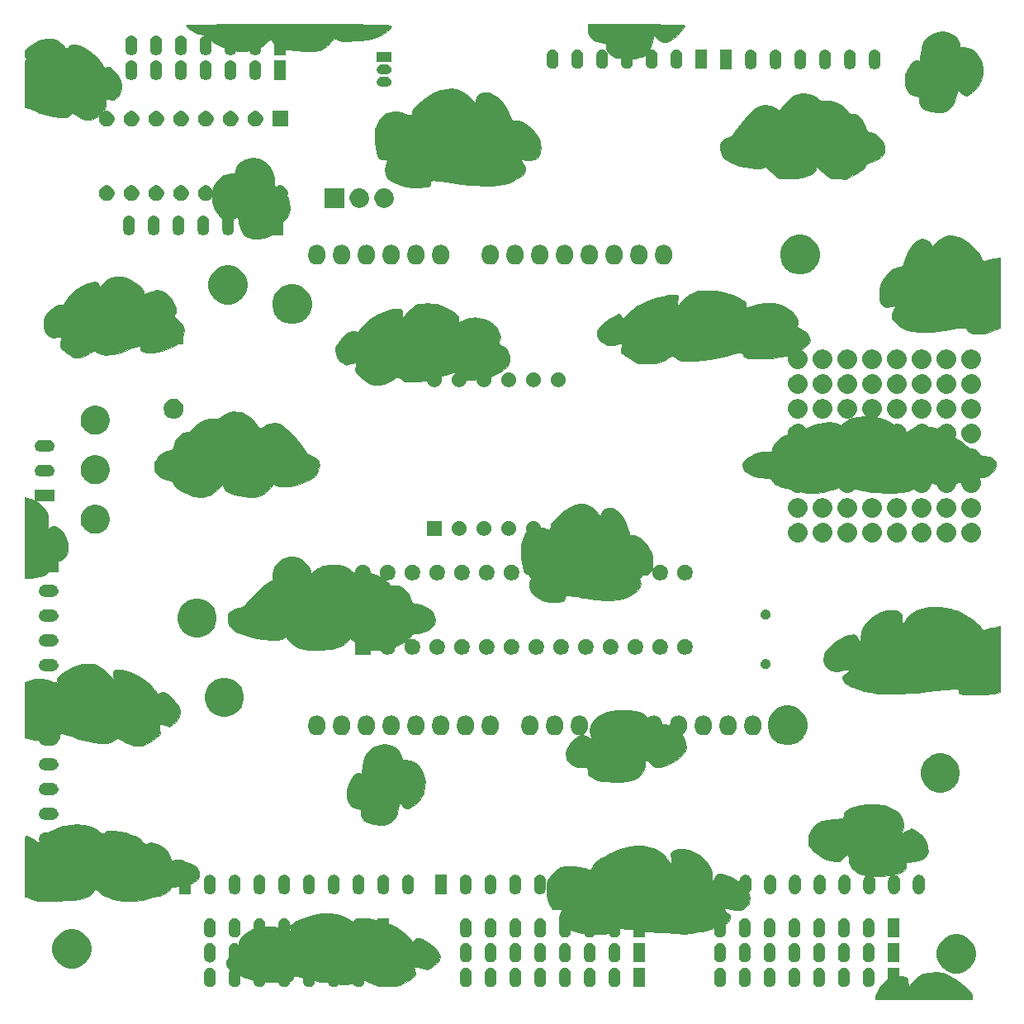
<source format=gbs>
G04 #@! TF.GenerationSoftware,KiCad,Pcbnew,5.1.4-e60b266~84~ubuntu19.04.1*
G04 #@! TF.CreationDate,2019-11-13T22:21:34-08:00*
G04 #@! TF.ProjectId,Luciebox,4c756369-6562-46f7-982e-6b696361645f,rev?*
G04 #@! TF.SameCoordinates,Original*
G04 #@! TF.FileFunction,Soldermask,Bot*
G04 #@! TF.FilePolarity,Negative*
%FSLAX46Y46*%
G04 Gerber Fmt 4.6, Leading zero omitted, Abs format (unit mm)*
G04 Created by KiCad (PCBNEW 5.1.4-e60b266~84~ubuntu19.04.1) date 2019-11-13 22:21:34*
%MOMM*%
%LPD*%
G04 APERTURE LIST*
%ADD10C,0.010000*%
%ADD11C,0.100000*%
G04 APERTURE END LIST*
D10*
G36*
X94822685Y-1154329D02*
G01*
X95271254Y-1320601D01*
X95647923Y-1578573D01*
X95924572Y-1917459D01*
X96073078Y-2326475D01*
X96079592Y-2369276D01*
X96119655Y-2584397D01*
X96195777Y-2679638D01*
X96359078Y-2703781D01*
X96430837Y-2704451D01*
X96960919Y-2766465D01*
X97410370Y-2962747D01*
X97795523Y-3283933D01*
X98136538Y-3749760D01*
X98365431Y-4302782D01*
X98475578Y-4900441D01*
X98460355Y-5500181D01*
X98313140Y-6059444D01*
X98249241Y-6199293D01*
X97884205Y-6798228D01*
X97472437Y-7250755D01*
X97071397Y-7523137D01*
X96733373Y-7646495D01*
X96467722Y-7628494D01*
X96244459Y-7462669D01*
X96139263Y-7322167D01*
X95989299Y-7143479D01*
X95875000Y-7125000D01*
X95792648Y-7269167D01*
X95738528Y-7578414D01*
X95737817Y-7585242D01*
X95603814Y-8184651D01*
X95338157Y-8683223D01*
X94944927Y-9073647D01*
X94882573Y-9117479D01*
X94564184Y-9288861D01*
X94221594Y-9374816D01*
X93815900Y-9378704D01*
X93308196Y-9303884D01*
X93137462Y-9268192D01*
X92627003Y-9117773D01*
X92266584Y-8916210D01*
X92041046Y-8649540D01*
X91935228Y-8303800D01*
X91923286Y-8149868D01*
X91911189Y-7741645D01*
X91572523Y-7694674D01*
X91189153Y-7604229D01*
X90917209Y-7435947D01*
X90704186Y-7154432D01*
X90664677Y-7082648D01*
X90549740Y-6808882D01*
X90491767Y-6501340D01*
X90477269Y-6121772D01*
X90488328Y-5788280D01*
X90531523Y-5518990D01*
X90624433Y-5245327D01*
X90784637Y-4898718D01*
X90797494Y-4872646D01*
X91059208Y-4417819D01*
X91311702Y-4131550D01*
X91555565Y-4013348D01*
X91779388Y-4056076D01*
X91924388Y-4125926D01*
X91978355Y-4143312D01*
X91999644Y-4065301D01*
X92025098Y-3857449D01*
X92050259Y-3559029D01*
X92058153Y-3440726D01*
X92160202Y-2759035D01*
X92377328Y-2196922D01*
X92715391Y-1744563D01*
X93180250Y-1392132D01*
X93326800Y-1313562D01*
X93822336Y-1140025D01*
X94330339Y-1090542D01*
X94822685Y-1154329D01*
X94822685Y-1154329D01*
G37*
X94822685Y-1154329D02*
X95271254Y-1320601D01*
X95647923Y-1578573D01*
X95924572Y-1917459D01*
X96073078Y-2326475D01*
X96079592Y-2369276D01*
X96119655Y-2584397D01*
X96195777Y-2679638D01*
X96359078Y-2703781D01*
X96430837Y-2704451D01*
X96960919Y-2766465D01*
X97410370Y-2962747D01*
X97795523Y-3283933D01*
X98136538Y-3749760D01*
X98365431Y-4302782D01*
X98475578Y-4900441D01*
X98460355Y-5500181D01*
X98313140Y-6059444D01*
X98249241Y-6199293D01*
X97884205Y-6798228D01*
X97472437Y-7250755D01*
X97071397Y-7523137D01*
X96733373Y-7646495D01*
X96467722Y-7628494D01*
X96244459Y-7462669D01*
X96139263Y-7322167D01*
X95989299Y-7143479D01*
X95875000Y-7125000D01*
X95792648Y-7269167D01*
X95738528Y-7578414D01*
X95737817Y-7585242D01*
X95603814Y-8184651D01*
X95338157Y-8683223D01*
X94944927Y-9073647D01*
X94882573Y-9117479D01*
X94564184Y-9288861D01*
X94221594Y-9374816D01*
X93815900Y-9378704D01*
X93308196Y-9303884D01*
X93137462Y-9268192D01*
X92627003Y-9117773D01*
X92266584Y-8916210D01*
X92041046Y-8649540D01*
X91935228Y-8303800D01*
X91923286Y-8149868D01*
X91911189Y-7741645D01*
X91572523Y-7694674D01*
X91189153Y-7604229D01*
X90917209Y-7435947D01*
X90704186Y-7154432D01*
X90664677Y-7082648D01*
X90549740Y-6808882D01*
X90491767Y-6501340D01*
X90477269Y-6121772D01*
X90488328Y-5788280D01*
X90531523Y-5518990D01*
X90624433Y-5245327D01*
X90784637Y-4898718D01*
X90797494Y-4872646D01*
X91059208Y-4417819D01*
X91311702Y-4131550D01*
X91555565Y-4013348D01*
X91779388Y-4056076D01*
X91924388Y-4125926D01*
X91978355Y-4143312D01*
X91999644Y-4065301D01*
X92025098Y-3857449D01*
X92050259Y-3559029D01*
X92058153Y-3440726D01*
X92160202Y-2759035D01*
X92377328Y-2196922D01*
X92715391Y-1744563D01*
X93180250Y-1392132D01*
X93326800Y-1313562D01*
X93822336Y-1140025D01*
X94330339Y-1090542D01*
X94822685Y-1154329D01*
G36*
X94374632Y-97620652D02*
G01*
X94773259Y-97760651D01*
X95254595Y-98011533D01*
X95790863Y-98355854D01*
X96354291Y-98776170D01*
X96775253Y-99128393D01*
X97039460Y-99366222D01*
X97199515Y-99536232D01*
X97281347Y-99679017D01*
X97310886Y-99835170D01*
X97314333Y-99972339D01*
X97314333Y-100343000D01*
X92361333Y-100343000D01*
X91322216Y-100342908D01*
X90439651Y-100342337D01*
X89700856Y-100340841D01*
X89093050Y-100337978D01*
X88603451Y-100333302D01*
X88219279Y-100326370D01*
X87927751Y-100316737D01*
X87716086Y-100303958D01*
X87571503Y-100287591D01*
X87481220Y-100267190D01*
X87432456Y-100242311D01*
X87412429Y-100212510D01*
X87408358Y-100177343D01*
X87408333Y-100170852D01*
X87455377Y-99961606D01*
X87580388Y-99664146D01*
X87759185Y-99325316D01*
X87967590Y-98991957D01*
X88130906Y-98771079D01*
X88494418Y-98418190D01*
X88928162Y-98146411D01*
X89394286Y-97968137D01*
X89854941Y-97895763D01*
X90272274Y-97941685D01*
X90450278Y-98011535D01*
X90628200Y-98127592D01*
X90733428Y-98277802D01*
X90785036Y-98507492D01*
X90801876Y-98847091D01*
X90808941Y-99093126D01*
X90826282Y-99189653D01*
X90863551Y-99156497D01*
X90907710Y-99064426D01*
X91015537Y-98878815D01*
X91190848Y-98629073D01*
X91339272Y-98439075D01*
X91789614Y-98020405D01*
X92341861Y-97724641D01*
X92975991Y-97557181D01*
X93671984Y-97523423D01*
X94374632Y-97620652D01*
X94374632Y-97620652D01*
G37*
X94374632Y-97620652D02*
X94773259Y-97760651D01*
X95254595Y-98011533D01*
X95790863Y-98355854D01*
X96354291Y-98776170D01*
X96775253Y-99128393D01*
X97039460Y-99366222D01*
X97199515Y-99536232D01*
X97281347Y-99679017D01*
X97310886Y-99835170D01*
X97314333Y-99972339D01*
X97314333Y-100343000D01*
X92361333Y-100343000D01*
X91322216Y-100342908D01*
X90439651Y-100342337D01*
X89700856Y-100340841D01*
X89093050Y-100337978D01*
X88603451Y-100333302D01*
X88219279Y-100326370D01*
X87927751Y-100316737D01*
X87716086Y-100303958D01*
X87571503Y-100287591D01*
X87481220Y-100267190D01*
X87432456Y-100242311D01*
X87412429Y-100212510D01*
X87408358Y-100177343D01*
X87408333Y-100170852D01*
X87455377Y-99961606D01*
X87580388Y-99664146D01*
X87759185Y-99325316D01*
X87967590Y-98991957D01*
X88130906Y-98771079D01*
X88494418Y-98418190D01*
X88928162Y-98146411D01*
X89394286Y-97968137D01*
X89854941Y-97895763D01*
X90272274Y-97941685D01*
X90450278Y-98011535D01*
X90628200Y-98127592D01*
X90733428Y-98277802D01*
X90785036Y-98507492D01*
X90801876Y-98847091D01*
X90808941Y-99093126D01*
X90826282Y-99189653D01*
X90863551Y-99156497D01*
X90907710Y-99064426D01*
X91015537Y-98878815D01*
X91190848Y-98629073D01*
X91339272Y-98439075D01*
X91789614Y-98020405D01*
X92341861Y-97724641D01*
X92975991Y-97557181D01*
X93671984Y-97523423D01*
X94374632Y-97620652D01*
G36*
X32274195Y-91591656D02*
G01*
X32971791Y-91824262D01*
X33579190Y-92185054D01*
X33976463Y-92548592D01*
X34211103Y-92777251D01*
X34366566Y-92857373D01*
X34446485Y-92788124D01*
X34454490Y-92568671D01*
X34438953Y-92442523D01*
X34412450Y-92211166D01*
X34438726Y-92093160D01*
X34538936Y-92035502D01*
X34609051Y-92016307D01*
X34920091Y-91990131D01*
X35352128Y-92026553D01*
X35872227Y-92117615D01*
X36447450Y-92255360D01*
X37044861Y-92431831D01*
X37631522Y-92639071D01*
X38174498Y-92869123D01*
X38211589Y-92886621D01*
X38613006Y-93102784D01*
X38968744Y-93358789D01*
X39339458Y-93699947D01*
X39447283Y-93809741D01*
X40047977Y-94430920D01*
X40229890Y-94221702D01*
X40423516Y-94063233D01*
X40645044Y-94026732D01*
X40927324Y-94112834D01*
X41167484Y-94239830D01*
X41796302Y-94644745D01*
X42274813Y-95034087D01*
X42598459Y-95403149D01*
X42762684Y-95747221D01*
X42783589Y-95909239D01*
X42720670Y-96288381D01*
X42522787Y-96604369D01*
X42176250Y-96875418D01*
X41976085Y-96983695D01*
X41441186Y-97247025D01*
X40900478Y-97111421D01*
X40493797Y-97019209D01*
X40217696Y-96978257D01*
X40084695Y-96990136D01*
X40074256Y-97007810D01*
X40103822Y-97098583D01*
X40177705Y-97286563D01*
X40207916Y-97359698D01*
X40287076Y-97574469D01*
X40289350Y-97714189D01*
X40210688Y-97856674D01*
X40179849Y-97899205D01*
X39972875Y-98103797D01*
X39649765Y-98335086D01*
X39254863Y-98565726D01*
X38832511Y-98768375D01*
X38654712Y-98839647D01*
X38252990Y-98939688D01*
X37749650Y-98991817D01*
X37205767Y-98995070D01*
X36682417Y-98948483D01*
X36325877Y-98876415D01*
X36012783Y-98763908D01*
X35666152Y-98600509D01*
X35499105Y-98505923D01*
X35152845Y-98320317D01*
X34904329Y-98255822D01*
X34735228Y-98310260D01*
X34660355Y-98406245D01*
X34522800Y-98545645D01*
X34310528Y-98658675D01*
X34306075Y-98660245D01*
X34057999Y-98709873D01*
X33683877Y-98739847D01*
X33225795Y-98750664D01*
X32725836Y-98742818D01*
X32226087Y-98716805D01*
X31768631Y-98673119D01*
X31466870Y-98626831D01*
X31105000Y-98565000D01*
X30766672Y-98519812D01*
X30518993Y-98500072D01*
X30499010Y-98499831D01*
X30241506Y-98471918D01*
X29919008Y-98400637D01*
X29737010Y-98346224D01*
X29308479Y-98212765D01*
X28876055Y-98095845D01*
X28476031Y-98003419D01*
X28144696Y-97943447D01*
X27918342Y-97923886D01*
X27852402Y-97932979D01*
X27737889Y-98051920D01*
X27712923Y-98160588D01*
X27683698Y-98288317D01*
X27583862Y-98384869D01*
X27395175Y-98453875D01*
X27099396Y-98498966D01*
X26678284Y-98523773D01*
X26113598Y-98531929D01*
X25850256Y-98531378D01*
X25196747Y-98520311D01*
X24654852Y-98488887D01*
X24172043Y-98428155D01*
X23695793Y-98329165D01*
X23173574Y-98182966D01*
X22552858Y-97980607D01*
X22487562Y-97958377D01*
X21924341Y-97725399D01*
X21466324Y-97452751D01*
X21128152Y-97154263D01*
X20924468Y-96843762D01*
X20869915Y-96535078D01*
X20884850Y-96444770D01*
X21040382Y-96123331D01*
X21326262Y-95808352D01*
X21706415Y-95537541D01*
X21801907Y-95486219D01*
X22218834Y-95274946D01*
X22163937Y-94908867D01*
X22158619Y-94531747D01*
X22236588Y-94296137D01*
X22456999Y-93985950D01*
X22786907Y-93659778D01*
X23176589Y-93359285D01*
X23576323Y-93126134D01*
X23695538Y-93073633D01*
X23941222Y-92984240D01*
X24174982Y-92925929D01*
X24443226Y-92892701D01*
X24792357Y-92878558D01*
X25215256Y-92877196D01*
X25685143Y-92884618D01*
X26037987Y-92906176D01*
X26325940Y-92949210D01*
X26601156Y-93021061D01*
X26859383Y-93108598D01*
X27158020Y-93210559D01*
X27389413Y-93279082D01*
X27513056Y-93302481D01*
X27522409Y-93299886D01*
X27515135Y-93208107D01*
X27465782Y-93093968D01*
X27392258Y-92919176D01*
X27374256Y-92830852D01*
X27448311Y-92720722D01*
X27650616Y-92567149D01*
X27951382Y-92387491D01*
X28320819Y-92199108D01*
X28729136Y-92019359D01*
X28846698Y-91972816D01*
X29772653Y-91677815D01*
X30661383Y-91516946D01*
X31499645Y-91488722D01*
X32274195Y-91591656D01*
X32274195Y-91591656D01*
G37*
X32274195Y-91591656D02*
X32971791Y-91824262D01*
X33579190Y-92185054D01*
X33976463Y-92548592D01*
X34211103Y-92777251D01*
X34366566Y-92857373D01*
X34446485Y-92788124D01*
X34454490Y-92568671D01*
X34438953Y-92442523D01*
X34412450Y-92211166D01*
X34438726Y-92093160D01*
X34538936Y-92035502D01*
X34609051Y-92016307D01*
X34920091Y-91990131D01*
X35352128Y-92026553D01*
X35872227Y-92117615D01*
X36447450Y-92255360D01*
X37044861Y-92431831D01*
X37631522Y-92639071D01*
X38174498Y-92869123D01*
X38211589Y-92886621D01*
X38613006Y-93102784D01*
X38968744Y-93358789D01*
X39339458Y-93699947D01*
X39447283Y-93809741D01*
X40047977Y-94430920D01*
X40229890Y-94221702D01*
X40423516Y-94063233D01*
X40645044Y-94026732D01*
X40927324Y-94112834D01*
X41167484Y-94239830D01*
X41796302Y-94644745D01*
X42274813Y-95034087D01*
X42598459Y-95403149D01*
X42762684Y-95747221D01*
X42783589Y-95909239D01*
X42720670Y-96288381D01*
X42522787Y-96604369D01*
X42176250Y-96875418D01*
X41976085Y-96983695D01*
X41441186Y-97247025D01*
X40900478Y-97111421D01*
X40493797Y-97019209D01*
X40217696Y-96978257D01*
X40084695Y-96990136D01*
X40074256Y-97007810D01*
X40103822Y-97098583D01*
X40177705Y-97286563D01*
X40207916Y-97359698D01*
X40287076Y-97574469D01*
X40289350Y-97714189D01*
X40210688Y-97856674D01*
X40179849Y-97899205D01*
X39972875Y-98103797D01*
X39649765Y-98335086D01*
X39254863Y-98565726D01*
X38832511Y-98768375D01*
X38654712Y-98839647D01*
X38252990Y-98939688D01*
X37749650Y-98991817D01*
X37205767Y-98995070D01*
X36682417Y-98948483D01*
X36325877Y-98876415D01*
X36012783Y-98763908D01*
X35666152Y-98600509D01*
X35499105Y-98505923D01*
X35152845Y-98320317D01*
X34904329Y-98255822D01*
X34735228Y-98310260D01*
X34660355Y-98406245D01*
X34522800Y-98545645D01*
X34310528Y-98658675D01*
X34306075Y-98660245D01*
X34057999Y-98709873D01*
X33683877Y-98739847D01*
X33225795Y-98750664D01*
X32725836Y-98742818D01*
X32226087Y-98716805D01*
X31768631Y-98673119D01*
X31466870Y-98626831D01*
X31105000Y-98565000D01*
X30766672Y-98519812D01*
X30518993Y-98500072D01*
X30499010Y-98499831D01*
X30241506Y-98471918D01*
X29919008Y-98400637D01*
X29737010Y-98346224D01*
X29308479Y-98212765D01*
X28876055Y-98095845D01*
X28476031Y-98003419D01*
X28144696Y-97943447D01*
X27918342Y-97923886D01*
X27852402Y-97932979D01*
X27737889Y-98051920D01*
X27712923Y-98160588D01*
X27683698Y-98288317D01*
X27583862Y-98384869D01*
X27395175Y-98453875D01*
X27099396Y-98498966D01*
X26678284Y-98523773D01*
X26113598Y-98531929D01*
X25850256Y-98531378D01*
X25196747Y-98520311D01*
X24654852Y-98488887D01*
X24172043Y-98428155D01*
X23695793Y-98329165D01*
X23173574Y-98182966D01*
X22552858Y-97980607D01*
X22487562Y-97958377D01*
X21924341Y-97725399D01*
X21466324Y-97452751D01*
X21128152Y-97154263D01*
X20924468Y-96843762D01*
X20869915Y-96535078D01*
X20884850Y-96444770D01*
X21040382Y-96123331D01*
X21326262Y-95808352D01*
X21706415Y-95537541D01*
X21801907Y-95486219D01*
X22218834Y-95274946D01*
X22163937Y-94908867D01*
X22158619Y-94531747D01*
X22236588Y-94296137D01*
X22456999Y-93985950D01*
X22786907Y-93659778D01*
X23176589Y-93359285D01*
X23576323Y-93126134D01*
X23695538Y-93073633D01*
X23941222Y-92984240D01*
X24174982Y-92925929D01*
X24443226Y-92892701D01*
X24792357Y-92878558D01*
X25215256Y-92877196D01*
X25685143Y-92884618D01*
X26037987Y-92906176D01*
X26325940Y-92949210D01*
X26601156Y-93021061D01*
X26859383Y-93108598D01*
X27158020Y-93210559D01*
X27389413Y-93279082D01*
X27513056Y-93302481D01*
X27522409Y-93299886D01*
X27515135Y-93208107D01*
X27465782Y-93093968D01*
X27392258Y-92919176D01*
X27374256Y-92830852D01*
X27448311Y-92720722D01*
X27650616Y-92567149D01*
X27951382Y-92387491D01*
X28320819Y-92199108D01*
X28729136Y-92019359D01*
X28846698Y-91972816D01*
X29772653Y-91677815D01*
X30661383Y-91516946D01*
X31499645Y-91488722D01*
X32274195Y-91591656D01*
G36*
X63561879Y-84551674D02*
G01*
X64278918Y-84691481D01*
X64917398Y-84915419D01*
X65455987Y-85211556D01*
X65873354Y-85567962D01*
X66148164Y-85972708D01*
X66163211Y-86006489D01*
X66307412Y-86266128D01*
X66433735Y-86368295D01*
X66522975Y-86324846D01*
X66555928Y-86147635D01*
X66513386Y-85848519D01*
X66500498Y-85798274D01*
X66447560Y-85481430D01*
X66503677Y-85262395D01*
X66684151Y-85097965D01*
X66764479Y-85053007D01*
X67221837Y-84906836D01*
X67743039Y-84890820D01*
X68297767Y-84994373D01*
X68855703Y-85206910D01*
X69386529Y-85517847D01*
X69859929Y-85916598D01*
X70130269Y-86228128D01*
X70481177Y-86780128D01*
X70669689Y-87292800D01*
X70697167Y-87769917D01*
X70694567Y-87791167D01*
X70684359Y-88041928D01*
X70731540Y-88141508D01*
X70825687Y-88084286D01*
X70929824Y-87917967D01*
X71132289Y-87609714D01*
X71356727Y-87452165D01*
X71633344Y-87426891D01*
X71714591Y-87439156D01*
X72176070Y-87576498D01*
X72678923Y-87810220D01*
X73184240Y-88113644D01*
X73653108Y-88460093D01*
X74046618Y-88822889D01*
X74325859Y-89175355D01*
X74375798Y-89263685D01*
X74491876Y-89609961D01*
X74535662Y-90006370D01*
X74502688Y-90375663D01*
X74449680Y-90540400D01*
X74265637Y-90778442D01*
X73970357Y-90989253D01*
X73621691Y-91136484D01*
X73438352Y-91175869D01*
X73058610Y-91171240D01*
X72606827Y-91076492D01*
X72583792Y-91069616D01*
X72263444Y-90986416D01*
X72068850Y-90972561D01*
X71985901Y-91008899D01*
X71961633Y-91097804D01*
X72042983Y-91231192D01*
X72243738Y-91426511D01*
X72456606Y-91604505D01*
X72574855Y-91796532D01*
X72579102Y-92042044D01*
X72475103Y-92274811D01*
X72390870Y-92360656D01*
X72017102Y-92595964D01*
X71516306Y-92826414D01*
X70930531Y-93037854D01*
X70301827Y-93216132D01*
X69672245Y-93347097D01*
X69311143Y-93397125D01*
X68932984Y-93444637D01*
X68583245Y-93500051D01*
X68323224Y-93553340D01*
X68273667Y-93566869D01*
X68030907Y-93607811D01*
X67685627Y-93608896D01*
X67208845Y-93569984D01*
X67130667Y-93561417D01*
X66683862Y-93520540D01*
X66145130Y-93485132D01*
X65591872Y-93459717D01*
X65225667Y-93450108D01*
X64179049Y-93388408D01*
X63236000Y-93249046D01*
X62559257Y-93140393D01*
X61878061Y-93076065D01*
X61479167Y-93062952D01*
X61100672Y-93063925D01*
X60860208Y-93073358D01*
X60726475Y-93098886D01*
X60668171Y-93148141D01*
X60653995Y-93228758D01*
X60653667Y-93264275D01*
X60609166Y-93438678D01*
X60533943Y-93512825D01*
X60376312Y-93541414D01*
X60086950Y-93565875D01*
X59703429Y-93585473D01*
X59263318Y-93599476D01*
X58804186Y-93607149D01*
X58363604Y-93607758D01*
X57979141Y-93600571D01*
X57688367Y-93584852D01*
X57572503Y-93570662D01*
X57277009Y-93508840D01*
X57015727Y-93440632D01*
X56937503Y-93415167D01*
X56740029Y-93349793D01*
X56447822Y-93260411D01*
X56172059Y-93180117D01*
X55650855Y-92977133D01*
X55277201Y-92709995D01*
X55055396Y-92385917D01*
X54989740Y-92012107D01*
X55084530Y-91595778D01*
X55146706Y-91460110D01*
X55236695Y-91250333D01*
X55266949Y-91107091D01*
X55258673Y-91081561D01*
X55149735Y-91059986D01*
X54934947Y-91066643D01*
X54809967Y-91080217D01*
X54558432Y-91102432D01*
X54404566Y-91069192D01*
X54280197Y-90959250D01*
X54232128Y-90900126D01*
X54028334Y-90545253D01*
X53870085Y-90083835D01*
X53763999Y-89564985D01*
X53716694Y-89037821D01*
X53734787Y-88551457D01*
X53824897Y-88155008D01*
X53853274Y-88088437D01*
X54042843Y-87784244D01*
X54315889Y-87461794D01*
X54629422Y-87162292D01*
X54940449Y-86926945D01*
X55198473Y-86799112D01*
X55633640Y-86694108D01*
X56059522Y-86647616D01*
X56511325Y-86662240D01*
X57024255Y-86740587D01*
X57633519Y-86885261D01*
X58086940Y-87012889D01*
X58207358Y-87022529D01*
X58307621Y-86947074D01*
X58422035Y-86754948D01*
X58467940Y-86662226D01*
X58585628Y-86462895D01*
X58749465Y-86274192D01*
X58979809Y-86081738D01*
X59297022Y-85871154D01*
X59721463Y-85628060D01*
X60273491Y-85338079D01*
X60519558Y-85213302D01*
X61055770Y-84983539D01*
X61660373Y-84790457D01*
X62284237Y-84644740D01*
X62878231Y-84557074D01*
X63393227Y-84538142D01*
X63561879Y-84551674D01*
X63561879Y-84551674D01*
G37*
X63561879Y-84551674D02*
X64278918Y-84691481D01*
X64917398Y-84915419D01*
X65455987Y-85211556D01*
X65873354Y-85567962D01*
X66148164Y-85972708D01*
X66163211Y-86006489D01*
X66307412Y-86266128D01*
X66433735Y-86368295D01*
X66522975Y-86324846D01*
X66555928Y-86147635D01*
X66513386Y-85848519D01*
X66500498Y-85798274D01*
X66447560Y-85481430D01*
X66503677Y-85262395D01*
X66684151Y-85097965D01*
X66764479Y-85053007D01*
X67221837Y-84906836D01*
X67743039Y-84890820D01*
X68297767Y-84994373D01*
X68855703Y-85206910D01*
X69386529Y-85517847D01*
X69859929Y-85916598D01*
X70130269Y-86228128D01*
X70481177Y-86780128D01*
X70669689Y-87292800D01*
X70697167Y-87769917D01*
X70694567Y-87791167D01*
X70684359Y-88041928D01*
X70731540Y-88141508D01*
X70825687Y-88084286D01*
X70929824Y-87917967D01*
X71132289Y-87609714D01*
X71356727Y-87452165D01*
X71633344Y-87426891D01*
X71714591Y-87439156D01*
X72176070Y-87576498D01*
X72678923Y-87810220D01*
X73184240Y-88113644D01*
X73653108Y-88460093D01*
X74046618Y-88822889D01*
X74325859Y-89175355D01*
X74375798Y-89263685D01*
X74491876Y-89609961D01*
X74535662Y-90006370D01*
X74502688Y-90375663D01*
X74449680Y-90540400D01*
X74265637Y-90778442D01*
X73970357Y-90989253D01*
X73621691Y-91136484D01*
X73438352Y-91175869D01*
X73058610Y-91171240D01*
X72606827Y-91076492D01*
X72583792Y-91069616D01*
X72263444Y-90986416D01*
X72068850Y-90972561D01*
X71985901Y-91008899D01*
X71961633Y-91097804D01*
X72042983Y-91231192D01*
X72243738Y-91426511D01*
X72456606Y-91604505D01*
X72574855Y-91796532D01*
X72579102Y-92042044D01*
X72475103Y-92274811D01*
X72390870Y-92360656D01*
X72017102Y-92595964D01*
X71516306Y-92826414D01*
X70930531Y-93037854D01*
X70301827Y-93216132D01*
X69672245Y-93347097D01*
X69311143Y-93397125D01*
X68932984Y-93444637D01*
X68583245Y-93500051D01*
X68323224Y-93553340D01*
X68273667Y-93566869D01*
X68030907Y-93607811D01*
X67685627Y-93608896D01*
X67208845Y-93569984D01*
X67130667Y-93561417D01*
X66683862Y-93520540D01*
X66145130Y-93485132D01*
X65591872Y-93459717D01*
X65225667Y-93450108D01*
X64179049Y-93388408D01*
X63236000Y-93249046D01*
X62559257Y-93140393D01*
X61878061Y-93076065D01*
X61479167Y-93062952D01*
X61100672Y-93063925D01*
X60860208Y-93073358D01*
X60726475Y-93098886D01*
X60668171Y-93148141D01*
X60653995Y-93228758D01*
X60653667Y-93264275D01*
X60609166Y-93438678D01*
X60533943Y-93512825D01*
X60376312Y-93541414D01*
X60086950Y-93565875D01*
X59703429Y-93585473D01*
X59263318Y-93599476D01*
X58804186Y-93607149D01*
X58363604Y-93607758D01*
X57979141Y-93600571D01*
X57688367Y-93584852D01*
X57572503Y-93570662D01*
X57277009Y-93508840D01*
X57015727Y-93440632D01*
X56937503Y-93415167D01*
X56740029Y-93349793D01*
X56447822Y-93260411D01*
X56172059Y-93180117D01*
X55650855Y-92977133D01*
X55277201Y-92709995D01*
X55055396Y-92385917D01*
X54989740Y-92012107D01*
X55084530Y-91595778D01*
X55146706Y-91460110D01*
X55236695Y-91250333D01*
X55266949Y-91107091D01*
X55258673Y-91081561D01*
X55149735Y-91059986D01*
X54934947Y-91066643D01*
X54809967Y-91080217D01*
X54558432Y-91102432D01*
X54404566Y-91069192D01*
X54280197Y-90959250D01*
X54232128Y-90900126D01*
X54028334Y-90545253D01*
X53870085Y-90083835D01*
X53763999Y-89564985D01*
X53716694Y-89037821D01*
X53734787Y-88551457D01*
X53824897Y-88155008D01*
X53853274Y-88088437D01*
X54042843Y-87784244D01*
X54315889Y-87461794D01*
X54629422Y-87162292D01*
X54940449Y-86926945D01*
X55198473Y-86799112D01*
X55633640Y-86694108D01*
X56059522Y-86647616D01*
X56511325Y-86662240D01*
X57024255Y-86740587D01*
X57633519Y-86885261D01*
X58086940Y-87012889D01*
X58207358Y-87022529D01*
X58307621Y-86947074D01*
X58422035Y-86754948D01*
X58467940Y-86662226D01*
X58585628Y-86462895D01*
X58749465Y-86274192D01*
X58979809Y-86081738D01*
X59297022Y-85871154D01*
X59721463Y-85628060D01*
X60273491Y-85338079D01*
X60519558Y-85213302D01*
X61055770Y-84983539D01*
X61660373Y-84790457D01*
X62284237Y-84644740D01*
X62878231Y-84557074D01*
X63393227Y-84538142D01*
X63561879Y-84551674D01*
G36*
X6322118Y-82455564D02*
G01*
X7025237Y-82645316D01*
X7654858Y-82969012D01*
X7686732Y-82990111D01*
X7972459Y-83178277D01*
X8153894Y-83281227D01*
X8266575Y-83309250D01*
X8346040Y-83272638D01*
X8412474Y-83200240D01*
X8621284Y-83071936D01*
X8960122Y-83013544D01*
X9405669Y-83023152D01*
X9934607Y-83098845D01*
X10523620Y-83238707D01*
X11092572Y-83420278D01*
X11508913Y-83582530D01*
X11812960Y-83739007D01*
X12057777Y-83920398D01*
X12211239Y-84067181D01*
X12421073Y-84273259D01*
X12561756Y-84373543D01*
X12676200Y-84389188D01*
X12786723Y-84350912D01*
X13139684Y-84263586D01*
X13542906Y-84309000D01*
X14018578Y-84490026D01*
X14074659Y-84517532D01*
X14532059Y-84798675D01*
X14848873Y-85127198D01*
X15053217Y-85535865D01*
X15107879Y-85721576D01*
X15181467Y-85965514D01*
X15253658Y-86071473D01*
X15345080Y-86069373D01*
X15347079Y-86068508D01*
X15762117Y-85977143D01*
X16268219Y-86027052D01*
X16866065Y-86218356D01*
X17304333Y-86418660D01*
X17733716Y-86690783D01*
X18004573Y-86999123D01*
X18120971Y-87321420D01*
X18105778Y-87697098D01*
X17932633Y-88020491D01*
X17605407Y-88289175D01*
X17127973Y-88500726D01*
X16504205Y-88652720D01*
X15865890Y-88732940D01*
X15538246Y-88765038D01*
X15337042Y-88804677D01*
X15219634Y-88868559D01*
X15143377Y-88973385D01*
X15116854Y-89026307D01*
X14974444Y-89191612D01*
X14722086Y-89375948D01*
X14412299Y-89550613D01*
X14097602Y-89686907D01*
X13830515Y-89756129D01*
X13775012Y-89759600D01*
X13555268Y-89790135D01*
X13357888Y-89847924D01*
X12379893Y-90130375D01*
X11361587Y-90254170D01*
X10321874Y-90219295D01*
X9279654Y-90025739D01*
X8710667Y-89851096D01*
X8206642Y-89605260D01*
X7888564Y-89335089D01*
X7698683Y-89147134D01*
X7546316Y-89024638D01*
X7487063Y-88997667D01*
X7399548Y-89067271D01*
X7286891Y-89241234D01*
X7250833Y-89312727D01*
X7121002Y-89507799D01*
X6918823Y-89669748D01*
X6619852Y-89810202D01*
X6199643Y-89940791D01*
X5667303Y-90065999D01*
X5353640Y-90113576D01*
X4909422Y-90154794D01*
X4373348Y-90188440D01*
X3784118Y-90213303D01*
X3180430Y-90228167D01*
X2600984Y-90231822D01*
X2084480Y-90223054D01*
X1669618Y-90200649D01*
X1594618Y-90193645D01*
X1275821Y-90139987D01*
X993416Y-90057476D01*
X856764Y-89992500D01*
X624523Y-89884639D01*
X416312Y-89844333D01*
X201667Y-89844333D01*
X201667Y-86711667D01*
X201862Y-85901591D01*
X203044Y-85244779D01*
X206101Y-84725161D01*
X211923Y-84326666D01*
X221402Y-84033224D01*
X235427Y-83828767D01*
X254888Y-83697222D01*
X280676Y-83622522D01*
X313681Y-83588595D01*
X354793Y-83579372D01*
X375204Y-83579000D01*
X622711Y-83634557D01*
X934385Y-83782897D01*
X1255206Y-83996519D01*
X1328856Y-84055619D01*
X1567045Y-84254415D01*
X2026207Y-83758465D01*
X2627347Y-83232262D01*
X3336878Y-82829242D01*
X4141877Y-82554447D01*
X5029422Y-82412920D01*
X5523413Y-82393667D01*
X6322118Y-82455564D01*
X6322118Y-82455564D01*
G37*
X6322118Y-82455564D02*
X7025237Y-82645316D01*
X7654858Y-82969012D01*
X7686732Y-82990111D01*
X7972459Y-83178277D01*
X8153894Y-83281227D01*
X8266575Y-83309250D01*
X8346040Y-83272638D01*
X8412474Y-83200240D01*
X8621284Y-83071936D01*
X8960122Y-83013544D01*
X9405669Y-83023152D01*
X9934607Y-83098845D01*
X10523620Y-83238707D01*
X11092572Y-83420278D01*
X11508913Y-83582530D01*
X11812960Y-83739007D01*
X12057777Y-83920398D01*
X12211239Y-84067181D01*
X12421073Y-84273259D01*
X12561756Y-84373543D01*
X12676200Y-84389188D01*
X12786723Y-84350912D01*
X13139684Y-84263586D01*
X13542906Y-84309000D01*
X14018578Y-84490026D01*
X14074659Y-84517532D01*
X14532059Y-84798675D01*
X14848873Y-85127198D01*
X15053217Y-85535865D01*
X15107879Y-85721576D01*
X15181467Y-85965514D01*
X15253658Y-86071473D01*
X15345080Y-86069373D01*
X15347079Y-86068508D01*
X15762117Y-85977143D01*
X16268219Y-86027052D01*
X16866065Y-86218356D01*
X17304333Y-86418660D01*
X17733716Y-86690783D01*
X18004573Y-86999123D01*
X18120971Y-87321420D01*
X18105778Y-87697098D01*
X17932633Y-88020491D01*
X17605407Y-88289175D01*
X17127973Y-88500726D01*
X16504205Y-88652720D01*
X15865890Y-88732940D01*
X15538246Y-88765038D01*
X15337042Y-88804677D01*
X15219634Y-88868559D01*
X15143377Y-88973385D01*
X15116854Y-89026307D01*
X14974444Y-89191612D01*
X14722086Y-89375948D01*
X14412299Y-89550613D01*
X14097602Y-89686907D01*
X13830515Y-89756129D01*
X13775012Y-89759600D01*
X13555268Y-89790135D01*
X13357888Y-89847924D01*
X12379893Y-90130375D01*
X11361587Y-90254170D01*
X10321874Y-90219295D01*
X9279654Y-90025739D01*
X8710667Y-89851096D01*
X8206642Y-89605260D01*
X7888564Y-89335089D01*
X7698683Y-89147134D01*
X7546316Y-89024638D01*
X7487063Y-88997667D01*
X7399548Y-89067271D01*
X7286891Y-89241234D01*
X7250833Y-89312727D01*
X7121002Y-89507799D01*
X6918823Y-89669748D01*
X6619852Y-89810202D01*
X6199643Y-89940791D01*
X5667303Y-90065999D01*
X5353640Y-90113576D01*
X4909422Y-90154794D01*
X4373348Y-90188440D01*
X3784118Y-90213303D01*
X3180430Y-90228167D01*
X2600984Y-90231822D01*
X2084480Y-90223054D01*
X1669618Y-90200649D01*
X1594618Y-90193645D01*
X1275821Y-90139987D01*
X993416Y-90057476D01*
X856764Y-89992500D01*
X624523Y-89884639D01*
X416312Y-89844333D01*
X201667Y-89844333D01*
X201667Y-86711667D01*
X201862Y-85901591D01*
X203044Y-85244779D01*
X206101Y-84725161D01*
X211923Y-84326666D01*
X221402Y-84033224D01*
X235427Y-83828767D01*
X254888Y-83697222D01*
X280676Y-83622522D01*
X313681Y-83588595D01*
X354793Y-83579372D01*
X375204Y-83579000D01*
X622711Y-83634557D01*
X934385Y-83782897D01*
X1255206Y-83996519D01*
X1328856Y-84055619D01*
X1567045Y-84254415D01*
X2026207Y-83758465D01*
X2627347Y-83232262D01*
X3336878Y-82829242D01*
X4141877Y-82554447D01*
X5029422Y-82412920D01*
X5523413Y-82393667D01*
X6322118Y-82455564D01*
G36*
X87554355Y-80307256D02*
G01*
X88346936Y-80453859D01*
X89068282Y-80722690D01*
X89692116Y-81108536D01*
X89778978Y-81178974D01*
X90066270Y-81505978D01*
X90263623Y-81903711D01*
X90359135Y-82325974D01*
X90340902Y-82726571D01*
X90244667Y-82986333D01*
X90137503Y-83213798D01*
X90146428Y-83318416D01*
X90271616Y-83300227D01*
X90513241Y-83159266D01*
X90639103Y-83071000D01*
X90867300Y-82924237D01*
X91058058Y-82833301D01*
X91125203Y-82818609D01*
X91341749Y-82882665D01*
X91623745Y-83051340D01*
X91932815Y-83295483D01*
X92230581Y-83585945D01*
X92401860Y-83788326D01*
X92605655Y-84067921D01*
X92723907Y-84289183D01*
X92783930Y-84520016D01*
X92811720Y-84807229D01*
X92821477Y-85125570D01*
X92792325Y-85340172D01*
X92711396Y-85514611D01*
X92650848Y-85602115D01*
X92318428Y-85913606D01*
X91873401Y-86117878D01*
X91343036Y-86203154D01*
X91255102Y-86204963D01*
X90893909Y-86218973D01*
X90675603Y-86269078D01*
X90574995Y-86370800D01*
X90566892Y-86539663D01*
X90581772Y-86619891D01*
X90579434Y-86880572D01*
X90443103Y-87100303D01*
X90165041Y-87283543D01*
X89737507Y-87434748D01*
X89152762Y-87558376D01*
X88879543Y-87600203D01*
X88029432Y-87693498D01*
X87307991Y-87713934D01*
X86690728Y-87660873D01*
X86153153Y-87533676D01*
X86138032Y-87528718D01*
X85803641Y-87401518D01*
X85491266Y-87254996D01*
X85301859Y-87142801D01*
X85075884Y-86920113D01*
X84885731Y-86624885D01*
X84759465Y-86314026D01*
X84725151Y-86044447D01*
X84733968Y-85991204D01*
X84749736Y-85744084D01*
X84671936Y-85575545D01*
X84549936Y-85526333D01*
X84422474Y-85584908D01*
X84236148Y-85735266D01*
X84106333Y-85865000D01*
X83901050Y-86067679D01*
X83727935Y-86168665D01*
X83517667Y-86201814D01*
X83412927Y-86203667D01*
X82825428Y-86124555D01*
X82217917Y-85896420D01*
X81616882Y-85533061D01*
X81048811Y-85048280D01*
X80901792Y-84895404D01*
X80704960Y-84669348D01*
X80599796Y-84489879D01*
X80557768Y-84284310D01*
X80550333Y-84000020D01*
X80588368Y-83545860D01*
X80719048Y-83166808D01*
X80967237Y-82803830D01*
X81130110Y-82623498D01*
X81521285Y-82288481D01*
X81973569Y-82050003D01*
X82518504Y-81895999D01*
X83187632Y-81814402D01*
X83256476Y-81810114D01*
X84142285Y-81758667D01*
X84198176Y-81484022D01*
X84265093Y-81257222D01*
X84347749Y-81096498D01*
X84348073Y-81096106D01*
X84544934Y-80934458D01*
X84858463Y-80759097D01*
X85239891Y-80592416D01*
X85640447Y-80456810D01*
X85860593Y-80401586D01*
X86716816Y-80288094D01*
X87554355Y-80307256D01*
X87554355Y-80307256D01*
G37*
X87554355Y-80307256D02*
X88346936Y-80453859D01*
X89068282Y-80722690D01*
X89692116Y-81108536D01*
X89778978Y-81178974D01*
X90066270Y-81505978D01*
X90263623Y-81903711D01*
X90359135Y-82325974D01*
X90340902Y-82726571D01*
X90244667Y-82986333D01*
X90137503Y-83213798D01*
X90146428Y-83318416D01*
X90271616Y-83300227D01*
X90513241Y-83159266D01*
X90639103Y-83071000D01*
X90867300Y-82924237D01*
X91058058Y-82833301D01*
X91125203Y-82818609D01*
X91341749Y-82882665D01*
X91623745Y-83051340D01*
X91932815Y-83295483D01*
X92230581Y-83585945D01*
X92401860Y-83788326D01*
X92605655Y-84067921D01*
X92723907Y-84289183D01*
X92783930Y-84520016D01*
X92811720Y-84807229D01*
X92821477Y-85125570D01*
X92792325Y-85340172D01*
X92711396Y-85514611D01*
X92650848Y-85602115D01*
X92318428Y-85913606D01*
X91873401Y-86117878D01*
X91343036Y-86203154D01*
X91255102Y-86204963D01*
X90893909Y-86218973D01*
X90675603Y-86269078D01*
X90574995Y-86370800D01*
X90566892Y-86539663D01*
X90581772Y-86619891D01*
X90579434Y-86880572D01*
X90443103Y-87100303D01*
X90165041Y-87283543D01*
X89737507Y-87434748D01*
X89152762Y-87558376D01*
X88879543Y-87600203D01*
X88029432Y-87693498D01*
X87307991Y-87713934D01*
X86690728Y-87660873D01*
X86153153Y-87533676D01*
X86138032Y-87528718D01*
X85803641Y-87401518D01*
X85491266Y-87254996D01*
X85301859Y-87142801D01*
X85075884Y-86920113D01*
X84885731Y-86624885D01*
X84759465Y-86314026D01*
X84725151Y-86044447D01*
X84733968Y-85991204D01*
X84749736Y-85744084D01*
X84671936Y-85575545D01*
X84549936Y-85526333D01*
X84422474Y-85584908D01*
X84236148Y-85735266D01*
X84106333Y-85865000D01*
X83901050Y-86067679D01*
X83727935Y-86168665D01*
X83517667Y-86201814D01*
X83412927Y-86203667D01*
X82825428Y-86124555D01*
X82217917Y-85896420D01*
X81616882Y-85533061D01*
X81048811Y-85048280D01*
X80901792Y-84895404D01*
X80704960Y-84669348D01*
X80599796Y-84489879D01*
X80557768Y-84284310D01*
X80550333Y-84000020D01*
X80588368Y-83545860D01*
X80719048Y-83166808D01*
X80967237Y-82803830D01*
X81130110Y-82623498D01*
X81521285Y-82288481D01*
X81973569Y-82050003D01*
X82518504Y-81895999D01*
X83187632Y-81814402D01*
X83256476Y-81810114D01*
X84142285Y-81758667D01*
X84198176Y-81484022D01*
X84265093Y-81257222D01*
X84347749Y-81096498D01*
X84348073Y-81096106D01*
X84544934Y-80934458D01*
X84858463Y-80759097D01*
X85239891Y-80592416D01*
X85640447Y-80456810D01*
X85860593Y-80401586D01*
X86716816Y-80288094D01*
X87554355Y-80307256D01*
G36*
X37614829Y-74240017D02*
G01*
X38063398Y-74406289D01*
X38440067Y-74664261D01*
X38716716Y-75003147D01*
X38865222Y-75412163D01*
X38871736Y-75454964D01*
X38911799Y-75670085D01*
X38987921Y-75765326D01*
X39151222Y-75789469D01*
X39222981Y-75790139D01*
X39753063Y-75852153D01*
X40202514Y-76048435D01*
X40587667Y-76369621D01*
X40928682Y-76835448D01*
X41157575Y-77388470D01*
X41267722Y-77986129D01*
X41252499Y-78585869D01*
X41105284Y-79145132D01*
X41041385Y-79284981D01*
X40676349Y-79883916D01*
X40264581Y-80336443D01*
X39863541Y-80608825D01*
X39525517Y-80732183D01*
X39259866Y-80714182D01*
X39036603Y-80548357D01*
X38931407Y-80407855D01*
X38781443Y-80229167D01*
X38667144Y-80210688D01*
X38584792Y-80354855D01*
X38530672Y-80664102D01*
X38529961Y-80670930D01*
X38395958Y-81270339D01*
X38130301Y-81768911D01*
X37737071Y-82159335D01*
X37674717Y-82203167D01*
X37356328Y-82374549D01*
X37013738Y-82460504D01*
X36608044Y-82464392D01*
X36100340Y-82389572D01*
X35929606Y-82353880D01*
X35419147Y-82203461D01*
X35058728Y-82001898D01*
X34833190Y-81735228D01*
X34727372Y-81389488D01*
X34715430Y-81235556D01*
X34703333Y-80827333D01*
X34364667Y-80780362D01*
X33981297Y-80689917D01*
X33709353Y-80521635D01*
X33496330Y-80240120D01*
X33456821Y-80168336D01*
X33341884Y-79894570D01*
X33283911Y-79587028D01*
X33269413Y-79207460D01*
X33280472Y-78873968D01*
X33323667Y-78604678D01*
X33416577Y-78331015D01*
X33576781Y-77984406D01*
X33589638Y-77958334D01*
X33851352Y-77503507D01*
X34103846Y-77217238D01*
X34347709Y-77099036D01*
X34571532Y-77141764D01*
X34716532Y-77211614D01*
X34770499Y-77229000D01*
X34791788Y-77150989D01*
X34817242Y-76943137D01*
X34842403Y-76644717D01*
X34850297Y-76526414D01*
X34952346Y-75844723D01*
X35169472Y-75282610D01*
X35507535Y-74830251D01*
X35972394Y-74477820D01*
X36118944Y-74399250D01*
X36614480Y-74225713D01*
X37122483Y-74176230D01*
X37614829Y-74240017D01*
X37614829Y-74240017D01*
G37*
X37614829Y-74240017D02*
X38063398Y-74406289D01*
X38440067Y-74664261D01*
X38716716Y-75003147D01*
X38865222Y-75412163D01*
X38871736Y-75454964D01*
X38911799Y-75670085D01*
X38987921Y-75765326D01*
X39151222Y-75789469D01*
X39222981Y-75790139D01*
X39753063Y-75852153D01*
X40202514Y-76048435D01*
X40587667Y-76369621D01*
X40928682Y-76835448D01*
X41157575Y-77388470D01*
X41267722Y-77986129D01*
X41252499Y-78585869D01*
X41105284Y-79145132D01*
X41041385Y-79284981D01*
X40676349Y-79883916D01*
X40264581Y-80336443D01*
X39863541Y-80608825D01*
X39525517Y-80732183D01*
X39259866Y-80714182D01*
X39036603Y-80548357D01*
X38931407Y-80407855D01*
X38781443Y-80229167D01*
X38667144Y-80210688D01*
X38584792Y-80354855D01*
X38530672Y-80664102D01*
X38529961Y-80670930D01*
X38395958Y-81270339D01*
X38130301Y-81768911D01*
X37737071Y-82159335D01*
X37674717Y-82203167D01*
X37356328Y-82374549D01*
X37013738Y-82460504D01*
X36608044Y-82464392D01*
X36100340Y-82389572D01*
X35929606Y-82353880D01*
X35419147Y-82203461D01*
X35058728Y-82001898D01*
X34833190Y-81735228D01*
X34727372Y-81389488D01*
X34715430Y-81235556D01*
X34703333Y-80827333D01*
X34364667Y-80780362D01*
X33981297Y-80689917D01*
X33709353Y-80521635D01*
X33496330Y-80240120D01*
X33456821Y-80168336D01*
X33341884Y-79894570D01*
X33283911Y-79587028D01*
X33269413Y-79207460D01*
X33280472Y-78873968D01*
X33323667Y-78604678D01*
X33416577Y-78331015D01*
X33576781Y-77984406D01*
X33589638Y-77958334D01*
X33851352Y-77503507D01*
X34103846Y-77217238D01*
X34347709Y-77099036D01*
X34571532Y-77141764D01*
X34716532Y-77211614D01*
X34770499Y-77229000D01*
X34791788Y-77150989D01*
X34817242Y-76943137D01*
X34842403Y-76644717D01*
X34850297Y-76526414D01*
X34952346Y-75844723D01*
X35169472Y-75282610D01*
X35507535Y-74830251D01*
X35972394Y-74477820D01*
X36118944Y-74399250D01*
X36614480Y-74225713D01*
X37122483Y-74176230D01*
X37614829Y-74240017D01*
G36*
X62127128Y-70654889D02*
G01*
X62866373Y-70758796D01*
X63465180Y-70954338D01*
X63744000Y-71106823D01*
X64027954Y-71317695D01*
X64194737Y-71519759D01*
X64285166Y-71765135D01*
X64294960Y-71810333D01*
X64321736Y-71904710D01*
X64377268Y-71968398D01*
X64492989Y-72010338D01*
X64700331Y-72039469D01*
X65030726Y-72064732D01*
X65234775Y-72077646D01*
X65900385Y-72152856D01*
X66443594Y-72296170D01*
X66902521Y-72521764D01*
X67315282Y-72843814D01*
X67328727Y-72856410D01*
X67637742Y-73225124D01*
X67864159Y-73651711D01*
X67996055Y-74095327D01*
X68021508Y-74515131D01*
X67928595Y-74870281D01*
X67920918Y-74885066D01*
X67708158Y-75172790D01*
X67378843Y-75489067D01*
X66974935Y-75802902D01*
X66538399Y-76083302D01*
X66111197Y-76299272D01*
X65899465Y-76378101D01*
X65451206Y-76500910D01*
X65112621Y-76539547D01*
X64841887Y-76485483D01*
X64597180Y-76330192D01*
X64336676Y-76065145D01*
X64330630Y-76058222D01*
X64107486Y-75850804D01*
X63940964Y-75802879D01*
X63833584Y-75913510D01*
X63787866Y-76181757D01*
X63786333Y-76261047D01*
X63715616Y-76753227D01*
X63500698Y-77169461D01*
X63137424Y-77514473D01*
X62621644Y-77792990D01*
X62351727Y-77893554D01*
X61920139Y-77995352D01*
X61399800Y-78055498D01*
X60859087Y-78071029D01*
X60366375Y-78038980D01*
X60103333Y-77991000D01*
X59855115Y-77947938D01*
X59548141Y-77919923D01*
X59460303Y-77916350D01*
X59027967Y-77837771D01*
X58528970Y-77631167D01*
X58248144Y-77484493D01*
X58085950Y-77375412D01*
X58009512Y-77265889D01*
X57985957Y-77117885D01*
X57983577Y-77000133D01*
X57966754Y-76762913D01*
X57928448Y-76601553D01*
X57912987Y-76576800D01*
X57795011Y-76540791D01*
X57570847Y-76525055D01*
X57430356Y-76527137D01*
X56917772Y-76485892D01*
X56456008Y-76328940D01*
X56077030Y-76074306D01*
X55812803Y-75740011D01*
X55742088Y-75575237D01*
X55698277Y-75190401D01*
X55787012Y-74760538D01*
X55990959Y-74319427D01*
X56292788Y-73900846D01*
X56675167Y-73538576D01*
X56850802Y-73414421D01*
X57196712Y-73230491D01*
X57483597Y-73180088D01*
X57756858Y-73263439D01*
X57988042Y-73420093D01*
X58180535Y-73561248D01*
X58313190Y-73636555D01*
X58344434Y-73639788D01*
X58340633Y-73546168D01*
X58290710Y-73348973D01*
X58252565Y-73229532D01*
X58177731Y-72759128D01*
X58253938Y-72283609D01*
X58467967Y-71838982D01*
X58806594Y-71461256D01*
X58938797Y-71360610D01*
X59428064Y-71056704D01*
X59895076Y-70849271D01*
X60395120Y-70721106D01*
X60983479Y-70655001D01*
X61246333Y-70642412D01*
X62127128Y-70654889D01*
X62127128Y-70654889D01*
G37*
X62127128Y-70654889D02*
X62866373Y-70758796D01*
X63465180Y-70954338D01*
X63744000Y-71106823D01*
X64027954Y-71317695D01*
X64194737Y-71519759D01*
X64285166Y-71765135D01*
X64294960Y-71810333D01*
X64321736Y-71904710D01*
X64377268Y-71968398D01*
X64492989Y-72010338D01*
X64700331Y-72039469D01*
X65030726Y-72064732D01*
X65234775Y-72077646D01*
X65900385Y-72152856D01*
X66443594Y-72296170D01*
X66902521Y-72521764D01*
X67315282Y-72843814D01*
X67328727Y-72856410D01*
X67637742Y-73225124D01*
X67864159Y-73651711D01*
X67996055Y-74095327D01*
X68021508Y-74515131D01*
X67928595Y-74870281D01*
X67920918Y-74885066D01*
X67708158Y-75172790D01*
X67378843Y-75489067D01*
X66974935Y-75802902D01*
X66538399Y-76083302D01*
X66111197Y-76299272D01*
X65899465Y-76378101D01*
X65451206Y-76500910D01*
X65112621Y-76539547D01*
X64841887Y-76485483D01*
X64597180Y-76330192D01*
X64336676Y-76065145D01*
X64330630Y-76058222D01*
X64107486Y-75850804D01*
X63940964Y-75802879D01*
X63833584Y-75913510D01*
X63787866Y-76181757D01*
X63786333Y-76261047D01*
X63715616Y-76753227D01*
X63500698Y-77169461D01*
X63137424Y-77514473D01*
X62621644Y-77792990D01*
X62351727Y-77893554D01*
X61920139Y-77995352D01*
X61399800Y-78055498D01*
X60859087Y-78071029D01*
X60366375Y-78038980D01*
X60103333Y-77991000D01*
X59855115Y-77947938D01*
X59548141Y-77919923D01*
X59460303Y-77916350D01*
X59027967Y-77837771D01*
X58528970Y-77631167D01*
X58248144Y-77484493D01*
X58085950Y-77375412D01*
X58009512Y-77265889D01*
X57985957Y-77117885D01*
X57983577Y-77000133D01*
X57966754Y-76762913D01*
X57928448Y-76601553D01*
X57912987Y-76576800D01*
X57795011Y-76540791D01*
X57570847Y-76525055D01*
X57430356Y-76527137D01*
X56917772Y-76485892D01*
X56456008Y-76328940D01*
X56077030Y-76074306D01*
X55812803Y-75740011D01*
X55742088Y-75575237D01*
X55698277Y-75190401D01*
X55787012Y-74760538D01*
X55990959Y-74319427D01*
X56292788Y-73900846D01*
X56675167Y-73538576D01*
X56850802Y-73414421D01*
X57196712Y-73230491D01*
X57483597Y-73180088D01*
X57756858Y-73263439D01*
X57988042Y-73420093D01*
X58180535Y-73561248D01*
X58313190Y-73636555D01*
X58344434Y-73639788D01*
X58340633Y-73546168D01*
X58290710Y-73348973D01*
X58252565Y-73229532D01*
X58177731Y-72759128D01*
X58253938Y-72283609D01*
X58467967Y-71838982D01*
X58806594Y-71461256D01*
X58938797Y-71360610D01*
X59428064Y-71056704D01*
X59895076Y-70849271D01*
X60395120Y-70721106D01*
X60983479Y-70655001D01*
X61246333Y-70642412D01*
X62127128Y-70654889D01*
G36*
X7365914Y-65970324D02*
G01*
X7867571Y-66159113D01*
X8348840Y-66488697D01*
X8806290Y-66931517D01*
X9361795Y-67534667D01*
X9304379Y-67096902D01*
X9277844Y-66834315D01*
X9295180Y-66685511D01*
X9369182Y-66597814D01*
X9435187Y-66558402D01*
X9695678Y-66499153D01*
X10070637Y-66523950D01*
X10532126Y-66625218D01*
X11052205Y-66795387D01*
X11602934Y-67026882D01*
X12100749Y-67280872D01*
X12567557Y-67603107D01*
X13063091Y-68059206D01*
X13559964Y-68623266D01*
X13674152Y-68768934D01*
X13817040Y-68945707D01*
X13909449Y-69004123D01*
X14002728Y-68961120D01*
X14072907Y-68900465D01*
X14250030Y-68797778D01*
X14452464Y-68801793D01*
X14700016Y-68920883D01*
X15012497Y-69163422D01*
X15280076Y-69410752D01*
X15650255Y-69792284D01*
X15898976Y-70115797D01*
X16045983Y-70416740D01*
X16111016Y-70730562D01*
X16119000Y-70917167D01*
X16076643Y-71312150D01*
X15932450Y-71630741D01*
X15660737Y-71918909D01*
X15482476Y-72056336D01*
X15083256Y-72343034D01*
X14641187Y-72203683D01*
X14319372Y-72106221D01*
X14129648Y-72078068D01*
X14042073Y-72139350D01*
X14026703Y-72310195D01*
X14052439Y-72599420D01*
X14107260Y-73134507D01*
X13694963Y-73490099D01*
X13378284Y-73732375D01*
X13007468Y-73972969D01*
X12782310Y-74098012D01*
X12322082Y-74280384D01*
X11874377Y-74341392D01*
X11388177Y-74283322D01*
X11011036Y-74177479D01*
X10696019Y-74052639D01*
X10409730Y-73903677D01*
X10270660Y-73807658D01*
X9997387Y-73608580D01*
X9780899Y-73541619D01*
X9576672Y-73603209D01*
X9397743Y-73737755D01*
X9195856Y-73885959D01*
X8969833Y-73974778D01*
X8655118Y-74027187D01*
X8556504Y-74037154D01*
X7997626Y-74041393D01*
X7325535Y-73966909D01*
X6573146Y-73820542D01*
X5773375Y-73609127D01*
X4959136Y-73339504D01*
X4669137Y-73229636D01*
X4322513Y-73101673D01*
X4095832Y-73040841D01*
X3956604Y-73040527D01*
X3894711Y-73071997D01*
X3811108Y-73229230D01*
X3813951Y-73319609D01*
X3783976Y-73483155D01*
X3671002Y-73632475D01*
X3574249Y-73703270D01*
X3448020Y-73749813D01*
X3258670Y-73776455D01*
X2972557Y-73787547D01*
X2556035Y-73787440D01*
X2478346Y-73786708D01*
X1811146Y-73760086D01*
X1215023Y-73697596D01*
X834554Y-73627416D01*
X201667Y-73478374D01*
X201667Y-67770157D01*
X753778Y-67588912D01*
X1362449Y-67441535D01*
X1947425Y-67417992D01*
X2550239Y-67521421D01*
X3212421Y-67754961D01*
X3268311Y-67778971D01*
X3583289Y-67915831D01*
X3564644Y-67604921D01*
X3567698Y-67422326D01*
X3623498Y-67281205D01*
X3762538Y-67133447D01*
X3969333Y-66966397D01*
X4533166Y-66591806D01*
X5161199Y-66277702D01*
X5790915Y-66052460D01*
X6170667Y-65967282D01*
X6811177Y-65910367D01*
X7365914Y-65970324D01*
X7365914Y-65970324D01*
G37*
X7365914Y-65970324D02*
X7867571Y-66159113D01*
X8348840Y-66488697D01*
X8806290Y-66931517D01*
X9361795Y-67534667D01*
X9304379Y-67096902D01*
X9277844Y-66834315D01*
X9295180Y-66685511D01*
X9369182Y-66597814D01*
X9435187Y-66558402D01*
X9695678Y-66499153D01*
X10070637Y-66523950D01*
X10532126Y-66625218D01*
X11052205Y-66795387D01*
X11602934Y-67026882D01*
X12100749Y-67280872D01*
X12567557Y-67603107D01*
X13063091Y-68059206D01*
X13559964Y-68623266D01*
X13674152Y-68768934D01*
X13817040Y-68945707D01*
X13909449Y-69004123D01*
X14002728Y-68961120D01*
X14072907Y-68900465D01*
X14250030Y-68797778D01*
X14452464Y-68801793D01*
X14700016Y-68920883D01*
X15012497Y-69163422D01*
X15280076Y-69410752D01*
X15650255Y-69792284D01*
X15898976Y-70115797D01*
X16045983Y-70416740D01*
X16111016Y-70730562D01*
X16119000Y-70917167D01*
X16076643Y-71312150D01*
X15932450Y-71630741D01*
X15660737Y-71918909D01*
X15482476Y-72056336D01*
X15083256Y-72343034D01*
X14641187Y-72203683D01*
X14319372Y-72106221D01*
X14129648Y-72078068D01*
X14042073Y-72139350D01*
X14026703Y-72310195D01*
X14052439Y-72599420D01*
X14107260Y-73134507D01*
X13694963Y-73490099D01*
X13378284Y-73732375D01*
X13007468Y-73972969D01*
X12782310Y-74098012D01*
X12322082Y-74280384D01*
X11874377Y-74341392D01*
X11388177Y-74283322D01*
X11011036Y-74177479D01*
X10696019Y-74052639D01*
X10409730Y-73903677D01*
X10270660Y-73807658D01*
X9997387Y-73608580D01*
X9780899Y-73541619D01*
X9576672Y-73603209D01*
X9397743Y-73737755D01*
X9195856Y-73885959D01*
X8969833Y-73974778D01*
X8655118Y-74027187D01*
X8556504Y-74037154D01*
X7997626Y-74041393D01*
X7325535Y-73966909D01*
X6573146Y-73820542D01*
X5773375Y-73609127D01*
X4959136Y-73339504D01*
X4669137Y-73229636D01*
X4322513Y-73101673D01*
X4095832Y-73040841D01*
X3956604Y-73040527D01*
X3894711Y-73071997D01*
X3811108Y-73229230D01*
X3813951Y-73319609D01*
X3783976Y-73483155D01*
X3671002Y-73632475D01*
X3574249Y-73703270D01*
X3448020Y-73749813D01*
X3258670Y-73776455D01*
X2972557Y-73787547D01*
X2556035Y-73787440D01*
X2478346Y-73786708D01*
X1811146Y-73760086D01*
X1215023Y-73697596D01*
X834554Y-73627416D01*
X201667Y-73478374D01*
X201667Y-67770157D01*
X753778Y-67588912D01*
X1362449Y-67441535D01*
X1947425Y-67417992D01*
X2550239Y-67521421D01*
X3212421Y-67754961D01*
X3268311Y-67778971D01*
X3583289Y-67915831D01*
X3564644Y-67604921D01*
X3567698Y-67422326D01*
X3623498Y-67281205D01*
X3762538Y-67133447D01*
X3969333Y-66966397D01*
X4533166Y-66591806D01*
X5161199Y-66277702D01*
X5790915Y-66052460D01*
X6170667Y-65967282D01*
X6811177Y-65910367D01*
X7365914Y-65970324D01*
G36*
X94041345Y-60105199D02*
G01*
X94593616Y-60185281D01*
X95133756Y-60294561D01*
X95604417Y-60424202D01*
X95731931Y-60468899D01*
X96047248Y-60608943D01*
X96421661Y-60808395D01*
X96824078Y-61046701D01*
X97223408Y-61303312D01*
X97588560Y-61557676D01*
X97888443Y-61789240D01*
X98091966Y-61977456D01*
X98161487Y-62074844D01*
X98267725Y-62290465D01*
X98389875Y-62404116D01*
X98569680Y-62428562D01*
X98848879Y-62376566D01*
X99009202Y-62334074D01*
X99350319Y-62244634D01*
X99676599Y-62166395D01*
X99875500Y-62124497D01*
X100193000Y-62065993D01*
X100193000Y-68833427D01*
X99604786Y-68967213D01*
X99297125Y-69015367D01*
X98870901Y-69052818D01*
X98368705Y-69078837D01*
X97833129Y-69092700D01*
X97306765Y-69093678D01*
X96832203Y-69081046D01*
X96452036Y-69054077D01*
X96256000Y-69024346D01*
X96072935Y-68953288D01*
X96019304Y-68829294D01*
X96021773Y-68782596D01*
X96026809Y-68676618D01*
X96005284Y-68595026D01*
X95940183Y-68537115D01*
X95814491Y-68502176D01*
X95611195Y-68489504D01*
X95313281Y-68498391D01*
X94903735Y-68528132D01*
X94365543Y-68578019D01*
X93681691Y-68647346D01*
X93419667Y-68674525D01*
X93032561Y-68718510D01*
X92695192Y-68763654D01*
X92451705Y-68803678D01*
X92361333Y-68825088D01*
X92198280Y-68854150D01*
X91920473Y-68878303D01*
X91582493Y-68893075D01*
X91514667Y-68894474D01*
X91179956Y-68903167D01*
X90728234Y-68919254D01*
X90211558Y-68940672D01*
X89681987Y-68965359D01*
X89519552Y-68973548D01*
X88576652Y-68992332D01*
X87699023Y-68951148D01*
X86912222Y-68852955D01*
X86241806Y-68700714D01*
X85810602Y-68543875D01*
X85544215Y-68432562D01*
X85329144Y-68358155D01*
X85236287Y-68339000D01*
X85097780Y-68302626D01*
X84869944Y-68209170D01*
X84697708Y-68126679D01*
X84326103Y-67888445D01*
X84106672Y-67635153D01*
X84042611Y-67379951D01*
X84137119Y-67135984D01*
X84393394Y-66916400D01*
X84402096Y-66911221D01*
X84633887Y-66741417D01*
X84713988Y-66608186D01*
X84658029Y-66522052D01*
X84481638Y-66493539D01*
X84200443Y-66533171D01*
X83950174Y-66606902D01*
X83465149Y-66689007D01*
X82974507Y-66608968D01*
X82751467Y-66516019D01*
X82425840Y-66266002D01*
X82217443Y-65925942D01*
X82127593Y-65529242D01*
X82157606Y-65109302D01*
X82308800Y-64699523D01*
X82582491Y-64333306D01*
X82662471Y-64259126D01*
X83251288Y-63774677D01*
X83761209Y-63413189D01*
X84214538Y-63161858D01*
X84633582Y-63007881D01*
X84947398Y-62947548D01*
X85197570Y-62926852D01*
X85352224Y-62961871D01*
X85483405Y-63083878D01*
X85592294Y-63227485D01*
X85748788Y-63438476D01*
X85868825Y-63595971D01*
X85900549Y-63635487D01*
X85934301Y-63605121D01*
X85951320Y-63443606D01*
X85949972Y-63254487D01*
X86009147Y-62720075D01*
X86213388Y-62198906D01*
X86538513Y-61709586D01*
X86960340Y-61270719D01*
X87454686Y-60900913D01*
X87997369Y-60618773D01*
X88564208Y-60442906D01*
X89131019Y-60391916D01*
X89584690Y-60457915D01*
X89911619Y-60573840D01*
X90100286Y-60729896D01*
X90180701Y-60967757D01*
X90185042Y-61291585D01*
X90188450Y-61604785D01*
X90235978Y-61765164D01*
X90321285Y-61768296D01*
X90438028Y-61609750D01*
X90490053Y-61504574D01*
X90758599Y-61106322D01*
X91166923Y-60750635D01*
X91687755Y-60452351D01*
X92293824Y-60226314D01*
X92957860Y-60087365D01*
X93129794Y-60067968D01*
X93534289Y-60063149D01*
X94041345Y-60105199D01*
X94041345Y-60105199D01*
G37*
X94041345Y-60105199D02*
X94593616Y-60185281D01*
X95133756Y-60294561D01*
X95604417Y-60424202D01*
X95731931Y-60468899D01*
X96047248Y-60608943D01*
X96421661Y-60808395D01*
X96824078Y-61046701D01*
X97223408Y-61303312D01*
X97588560Y-61557676D01*
X97888443Y-61789240D01*
X98091966Y-61977456D01*
X98161487Y-62074844D01*
X98267725Y-62290465D01*
X98389875Y-62404116D01*
X98569680Y-62428562D01*
X98848879Y-62376566D01*
X99009202Y-62334074D01*
X99350319Y-62244634D01*
X99676599Y-62166395D01*
X99875500Y-62124497D01*
X100193000Y-62065993D01*
X100193000Y-68833427D01*
X99604786Y-68967213D01*
X99297125Y-69015367D01*
X98870901Y-69052818D01*
X98368705Y-69078837D01*
X97833129Y-69092700D01*
X97306765Y-69093678D01*
X96832203Y-69081046D01*
X96452036Y-69054077D01*
X96256000Y-69024346D01*
X96072935Y-68953288D01*
X96019304Y-68829294D01*
X96021773Y-68782596D01*
X96026809Y-68676618D01*
X96005284Y-68595026D01*
X95940183Y-68537115D01*
X95814491Y-68502176D01*
X95611195Y-68489504D01*
X95313281Y-68498391D01*
X94903735Y-68528132D01*
X94365543Y-68578019D01*
X93681691Y-68647346D01*
X93419667Y-68674525D01*
X93032561Y-68718510D01*
X92695192Y-68763654D01*
X92451705Y-68803678D01*
X92361333Y-68825088D01*
X92198280Y-68854150D01*
X91920473Y-68878303D01*
X91582493Y-68893075D01*
X91514667Y-68894474D01*
X91179956Y-68903167D01*
X90728234Y-68919254D01*
X90211558Y-68940672D01*
X89681987Y-68965359D01*
X89519552Y-68973548D01*
X88576652Y-68992332D01*
X87699023Y-68951148D01*
X86912222Y-68852955D01*
X86241806Y-68700714D01*
X85810602Y-68543875D01*
X85544215Y-68432562D01*
X85329144Y-68358155D01*
X85236287Y-68339000D01*
X85097780Y-68302626D01*
X84869944Y-68209170D01*
X84697708Y-68126679D01*
X84326103Y-67888445D01*
X84106672Y-67635153D01*
X84042611Y-67379951D01*
X84137119Y-67135984D01*
X84393394Y-66916400D01*
X84402096Y-66911221D01*
X84633887Y-66741417D01*
X84713988Y-66608186D01*
X84658029Y-66522052D01*
X84481638Y-66493539D01*
X84200443Y-66533171D01*
X83950174Y-66606902D01*
X83465149Y-66689007D01*
X82974507Y-66608968D01*
X82751467Y-66516019D01*
X82425840Y-66266002D01*
X82217443Y-65925942D01*
X82127593Y-65529242D01*
X82157606Y-65109302D01*
X82308800Y-64699523D01*
X82582491Y-64333306D01*
X82662471Y-64259126D01*
X83251288Y-63774677D01*
X83761209Y-63413189D01*
X84214538Y-63161858D01*
X84633582Y-63007881D01*
X84947398Y-62947548D01*
X85197570Y-62926852D01*
X85352224Y-62961871D01*
X85483405Y-63083878D01*
X85592294Y-63227485D01*
X85748788Y-63438476D01*
X85868825Y-63595971D01*
X85900549Y-63635487D01*
X85934301Y-63605121D01*
X85951320Y-63443606D01*
X85949972Y-63254487D01*
X86009147Y-62720075D01*
X86213388Y-62198906D01*
X86538513Y-61709586D01*
X86960340Y-61270719D01*
X87454686Y-60900913D01*
X87997369Y-60618773D01*
X88564208Y-60442906D01*
X89131019Y-60391916D01*
X89584690Y-60457915D01*
X89911619Y-60573840D01*
X90100286Y-60729896D01*
X90180701Y-60967757D01*
X90185042Y-61291585D01*
X90188450Y-61604785D01*
X90235978Y-61765164D01*
X90321285Y-61768296D01*
X90438028Y-61609750D01*
X90490053Y-61504574D01*
X90758599Y-61106322D01*
X91166923Y-60750635D01*
X91687755Y-60452351D01*
X92293824Y-60226314D01*
X92957860Y-60087365D01*
X93129794Y-60067968D01*
X93534289Y-60063149D01*
X94041345Y-60105199D01*
G36*
X32416332Y-55791974D02*
G01*
X32856080Y-55876341D01*
X33240185Y-56041553D01*
X33622585Y-56306040D01*
X33753296Y-56414562D01*
X33948167Y-56574303D01*
X34074311Y-56636327D01*
X34190597Y-56614240D01*
X34316693Y-56544800D01*
X34581803Y-56441034D01*
X34849196Y-56401000D01*
X35262628Y-56450983D01*
X35745315Y-56586794D01*
X36250669Y-56787228D01*
X36732103Y-57031078D01*
X37143030Y-57297138D01*
X37436863Y-57564201D01*
X37456011Y-57587609D01*
X37621628Y-57779417D01*
X37761911Y-57864675D01*
X37949391Y-57875021D01*
X38084725Y-57861850D01*
X38508262Y-57894689D01*
X38915980Y-58072126D01*
X39278277Y-58369988D01*
X39565547Y-58764102D01*
X39745047Y-59217606D01*
X39825086Y-59493312D01*
X39921965Y-59645233D01*
X40085855Y-59714980D01*
X40366925Y-59744164D01*
X40380981Y-59745055D01*
X40784505Y-59826224D01*
X41208943Y-60003116D01*
X41608377Y-60247145D01*
X41936884Y-60529721D01*
X42148544Y-60822256D01*
X42162983Y-60854441D01*
X42243183Y-61137097D01*
X42280634Y-61447791D01*
X42281000Y-61475334D01*
X42200286Y-61835478D01*
X41971378Y-62160598D01*
X41614129Y-62436510D01*
X41148392Y-62649029D01*
X40594019Y-62783972D01*
X40417492Y-62806780D01*
X40128543Y-62843657D01*
X39959307Y-62895204D01*
X39860540Y-62987315D01*
X39785917Y-63138876D01*
X39608403Y-63395536D01*
X39318591Y-63644043D01*
X38970485Y-63844345D01*
X38709185Y-63937464D01*
X38485635Y-64008115D01*
X38177830Y-64123373D01*
X37878333Y-64247254D01*
X37639074Y-64346349D01*
X37431463Y-64413381D01*
X37213020Y-64454361D01*
X36941266Y-64475300D01*
X36573722Y-64482207D01*
X36220323Y-64481841D01*
X35760542Y-64477675D01*
X35432848Y-64466082D01*
X35200004Y-64441385D01*
X35024773Y-64397908D01*
X34869917Y-64329972D01*
X34738656Y-64255960D01*
X34452120Y-64057765D01*
X34152426Y-63807535D01*
X34029984Y-63689285D01*
X33829255Y-63499859D01*
X33663078Y-63374322D01*
X33590270Y-63343667D01*
X33479379Y-63410120D01*
X33350706Y-63571870D01*
X33340035Y-63589478D01*
X33121937Y-63817806D01*
X32752055Y-64034963D01*
X32247929Y-64231728D01*
X31951667Y-64319404D01*
X31631467Y-64380277D01*
X31189965Y-64430124D01*
X30674954Y-64466864D01*
X30134229Y-64488415D01*
X29615584Y-64492694D01*
X29166814Y-64477619D01*
X28903667Y-64452192D01*
X28437673Y-64320428D01*
X27953875Y-64073637D01*
X27511996Y-63747333D01*
X27233844Y-63459215D01*
X26978191Y-63140536D01*
X26734429Y-63305327D01*
X26606849Y-63377585D01*
X26456541Y-63423441D01*
X26246626Y-63447137D01*
X25940223Y-63452919D01*
X25517000Y-63445453D01*
X24590494Y-63370309D01*
X23620701Y-63187026D01*
X22577821Y-62889309D01*
X22092597Y-62722053D01*
X21783268Y-62553791D01*
X21468605Y-62294160D01*
X21217722Y-62003883D01*
X21152341Y-61895969D01*
X21068036Y-61625495D01*
X21033644Y-61285320D01*
X21051181Y-60952345D01*
X21121164Y-60706236D01*
X21278649Y-60544372D01*
X21543510Y-60389741D01*
X21855067Y-60270324D01*
X22152638Y-60214104D01*
X22191052Y-60212859D01*
X22329731Y-60194219D01*
X22473310Y-60126204D01*
X22649878Y-59987691D01*
X22887524Y-59757558D01*
X23122385Y-59512500D01*
X23794589Y-58816398D01*
X24381959Y-58246853D01*
X24899449Y-57793615D01*
X25362012Y-57446431D01*
X25784601Y-57195051D01*
X26182170Y-57029224D01*
X26569671Y-56938699D01*
X26914000Y-56913188D01*
X27497005Y-56965290D01*
X27972131Y-57135454D01*
X28260991Y-57336952D01*
X28458967Y-57488866D01*
X28620572Y-57575671D01*
X28660844Y-57583715D01*
X28771891Y-57519058D01*
X28936878Y-57355001D01*
X29066760Y-57196152D01*
X29611004Y-56612399D01*
X30271477Y-56151604D01*
X30560582Y-56005151D01*
X30833881Y-55890623D01*
X31083690Y-55820523D01*
X31369239Y-55784191D01*
X31749761Y-55770966D01*
X31867000Y-55770019D01*
X32416332Y-55791974D01*
X32416332Y-55791974D01*
G37*
X32416332Y-55791974D02*
X32856080Y-55876341D01*
X33240185Y-56041553D01*
X33622585Y-56306040D01*
X33753296Y-56414562D01*
X33948167Y-56574303D01*
X34074311Y-56636327D01*
X34190597Y-56614240D01*
X34316693Y-56544800D01*
X34581803Y-56441034D01*
X34849196Y-56401000D01*
X35262628Y-56450983D01*
X35745315Y-56586794D01*
X36250669Y-56787228D01*
X36732103Y-57031078D01*
X37143030Y-57297138D01*
X37436863Y-57564201D01*
X37456011Y-57587609D01*
X37621628Y-57779417D01*
X37761911Y-57864675D01*
X37949391Y-57875021D01*
X38084725Y-57861850D01*
X38508262Y-57894689D01*
X38915980Y-58072126D01*
X39278277Y-58369988D01*
X39565547Y-58764102D01*
X39745047Y-59217606D01*
X39825086Y-59493312D01*
X39921965Y-59645233D01*
X40085855Y-59714980D01*
X40366925Y-59744164D01*
X40380981Y-59745055D01*
X40784505Y-59826224D01*
X41208943Y-60003116D01*
X41608377Y-60247145D01*
X41936884Y-60529721D01*
X42148544Y-60822256D01*
X42162983Y-60854441D01*
X42243183Y-61137097D01*
X42280634Y-61447791D01*
X42281000Y-61475334D01*
X42200286Y-61835478D01*
X41971378Y-62160598D01*
X41614129Y-62436510D01*
X41148392Y-62649029D01*
X40594019Y-62783972D01*
X40417492Y-62806780D01*
X40128543Y-62843657D01*
X39959307Y-62895204D01*
X39860540Y-62987315D01*
X39785917Y-63138876D01*
X39608403Y-63395536D01*
X39318591Y-63644043D01*
X38970485Y-63844345D01*
X38709185Y-63937464D01*
X38485635Y-64008115D01*
X38177830Y-64123373D01*
X37878333Y-64247254D01*
X37639074Y-64346349D01*
X37431463Y-64413381D01*
X37213020Y-64454361D01*
X36941266Y-64475300D01*
X36573722Y-64482207D01*
X36220323Y-64481841D01*
X35760542Y-64477675D01*
X35432848Y-64466082D01*
X35200004Y-64441385D01*
X35024773Y-64397908D01*
X34869917Y-64329972D01*
X34738656Y-64255960D01*
X34452120Y-64057765D01*
X34152426Y-63807535D01*
X34029984Y-63689285D01*
X33829255Y-63499859D01*
X33663078Y-63374322D01*
X33590270Y-63343667D01*
X33479379Y-63410120D01*
X33350706Y-63571870D01*
X33340035Y-63589478D01*
X33121937Y-63817806D01*
X32752055Y-64034963D01*
X32247929Y-64231728D01*
X31951667Y-64319404D01*
X31631467Y-64380277D01*
X31189965Y-64430124D01*
X30674954Y-64466864D01*
X30134229Y-64488415D01*
X29615584Y-64492694D01*
X29166814Y-64477619D01*
X28903667Y-64452192D01*
X28437673Y-64320428D01*
X27953875Y-64073637D01*
X27511996Y-63747333D01*
X27233844Y-63459215D01*
X26978191Y-63140536D01*
X26734429Y-63305327D01*
X26606849Y-63377585D01*
X26456541Y-63423441D01*
X26246626Y-63447137D01*
X25940223Y-63452919D01*
X25517000Y-63445453D01*
X24590494Y-63370309D01*
X23620701Y-63187026D01*
X22577821Y-62889309D01*
X22092597Y-62722053D01*
X21783268Y-62553791D01*
X21468605Y-62294160D01*
X21217722Y-62003883D01*
X21152341Y-61895969D01*
X21068036Y-61625495D01*
X21033644Y-61285320D01*
X21051181Y-60952345D01*
X21121164Y-60706236D01*
X21278649Y-60544372D01*
X21543510Y-60389741D01*
X21855067Y-60270324D01*
X22152638Y-60214104D01*
X22191052Y-60212859D01*
X22329731Y-60194219D01*
X22473310Y-60126204D01*
X22649878Y-59987691D01*
X22887524Y-59757558D01*
X23122385Y-59512500D01*
X23794589Y-58816398D01*
X24381959Y-58246853D01*
X24899449Y-57793615D01*
X25362012Y-57446431D01*
X25784601Y-57195051D01*
X26182170Y-57029224D01*
X26569671Y-56938699D01*
X26914000Y-56913188D01*
X27497005Y-56965290D01*
X27972131Y-57135454D01*
X28260991Y-57336952D01*
X28458967Y-57488866D01*
X28620572Y-57575671D01*
X28660844Y-57583715D01*
X28771891Y-57519058D01*
X28936878Y-57355001D01*
X29066760Y-57196152D01*
X29611004Y-56612399D01*
X30271477Y-56151604D01*
X30560582Y-56005151D01*
X30833881Y-55890623D01*
X31083690Y-55820523D01*
X31369239Y-55784191D01*
X31749761Y-55770966D01*
X31867000Y-55770019D01*
X32416332Y-55791974D01*
G36*
X57561400Y-49508592D02*
G01*
X58023730Y-49665026D01*
X58465113Y-49937708D01*
X58844657Y-50305746D01*
X58927097Y-50412992D01*
X59245309Y-50855333D01*
X59318339Y-50559000D01*
X59476790Y-50210921D01*
X59735309Y-49985676D01*
X60069405Y-49891391D01*
X60454585Y-49936189D01*
X60778034Y-50074776D01*
X61196775Y-50402113D01*
X61563249Y-50881709D01*
X61879535Y-51517037D01*
X62147714Y-52311564D01*
X62171928Y-52399766D01*
X62241430Y-52622504D01*
X62325596Y-52724319D01*
X62478634Y-52748938D01*
X62600949Y-52745846D01*
X62976553Y-52813456D01*
X63368479Y-53038665D01*
X63763284Y-53412377D01*
X63975504Y-53676186D01*
X64281422Y-54123070D01*
X64479780Y-54509346D01*
X64588372Y-54888252D01*
X64624991Y-55313023D01*
X64620120Y-55604845D01*
X64600719Y-55960381D01*
X64569080Y-56194271D01*
X64511130Y-56354192D01*
X64412791Y-56487821D01*
X64335767Y-56568006D01*
X64101821Y-56751450D01*
X63844360Y-56829890D01*
X63510490Y-56814868D01*
X63341833Y-56784900D01*
X63113159Y-56763292D01*
X63026618Y-56825078D01*
X63078964Y-56978030D01*
X63193667Y-57139897D01*
X63334765Y-57453573D01*
X63363000Y-57734499D01*
X63344951Y-57985578D01*
X63267014Y-58169069D01*
X63093501Y-58360329D01*
X63045500Y-58404943D01*
X62449622Y-58864068D01*
X61806023Y-59183815D01*
X61093171Y-59370926D01*
X60289534Y-59432144D01*
X59817744Y-59415739D01*
X58709270Y-59316205D01*
X57635168Y-59164577D01*
X57394000Y-59123281D01*
X56843930Y-59026946D01*
X56436638Y-58957981D01*
X56148219Y-58913926D01*
X55954764Y-58892319D01*
X55832368Y-58890701D01*
X55757124Y-58906611D01*
X55705126Y-58937589D01*
X55692071Y-58948134D01*
X55596256Y-59107291D01*
X55573667Y-59238642D01*
X55550691Y-59367831D01*
X55464151Y-59458151D01*
X55287625Y-59518644D01*
X54994693Y-59558352D01*
X54558934Y-59586320D01*
X54557667Y-59586381D01*
X54173726Y-59597711D01*
X53890410Y-59580398D01*
X53640003Y-59524112D01*
X53354790Y-59418523D01*
X53295327Y-59393818D01*
X52734494Y-59099457D01*
X52320063Y-58751996D01*
X52057431Y-58359552D01*
X51951993Y-57930244D01*
X52009143Y-57472190D01*
X52011995Y-57462747D01*
X52109067Y-57097278D01*
X52131055Y-56861740D01*
X52075616Y-56733152D01*
X51940405Y-56688529D01*
X51933000Y-56688153D01*
X51727418Y-56676378D01*
X51617674Y-56666986D01*
X51485775Y-56571257D01*
X51362799Y-56332926D01*
X51255071Y-55978704D01*
X51168915Y-55535301D01*
X51110656Y-55029429D01*
X51086618Y-54487798D01*
X51086333Y-54422894D01*
X51160333Y-53660824D01*
X51373987Y-52939109D01*
X51644958Y-52408532D01*
X51943701Y-52081423D01*
X52328275Y-51888063D01*
X52773767Y-51834102D01*
X53255259Y-51925194D01*
X53445079Y-52000193D01*
X53761858Y-52128988D01*
X53964824Y-52161519D01*
X54084755Y-52089654D01*
X54152425Y-51905264D01*
X54170095Y-51808679D01*
X54210684Y-51636998D01*
X54287886Y-51474954D01*
X54424404Y-51292076D01*
X54642937Y-51057893D01*
X54961324Y-50746589D01*
X55591522Y-50200985D01*
X56183613Y-49811056D01*
X56748563Y-49570414D01*
X57119015Y-49489296D01*
X57561400Y-49508592D01*
X57561400Y-49508592D01*
G37*
X57561400Y-49508592D02*
X58023730Y-49665026D01*
X58465113Y-49937708D01*
X58844657Y-50305746D01*
X58927097Y-50412992D01*
X59245309Y-50855333D01*
X59318339Y-50559000D01*
X59476790Y-50210921D01*
X59735309Y-49985676D01*
X60069405Y-49891391D01*
X60454585Y-49936189D01*
X60778034Y-50074776D01*
X61196775Y-50402113D01*
X61563249Y-50881709D01*
X61879535Y-51517037D01*
X62147714Y-52311564D01*
X62171928Y-52399766D01*
X62241430Y-52622504D01*
X62325596Y-52724319D01*
X62478634Y-52748938D01*
X62600949Y-52745846D01*
X62976553Y-52813456D01*
X63368479Y-53038665D01*
X63763284Y-53412377D01*
X63975504Y-53676186D01*
X64281422Y-54123070D01*
X64479780Y-54509346D01*
X64588372Y-54888252D01*
X64624991Y-55313023D01*
X64620120Y-55604845D01*
X64600719Y-55960381D01*
X64569080Y-56194271D01*
X64511130Y-56354192D01*
X64412791Y-56487821D01*
X64335767Y-56568006D01*
X64101821Y-56751450D01*
X63844360Y-56829890D01*
X63510490Y-56814868D01*
X63341833Y-56784900D01*
X63113159Y-56763292D01*
X63026618Y-56825078D01*
X63078964Y-56978030D01*
X63193667Y-57139897D01*
X63334765Y-57453573D01*
X63363000Y-57734499D01*
X63344951Y-57985578D01*
X63267014Y-58169069D01*
X63093501Y-58360329D01*
X63045500Y-58404943D01*
X62449622Y-58864068D01*
X61806023Y-59183815D01*
X61093171Y-59370926D01*
X60289534Y-59432144D01*
X59817744Y-59415739D01*
X58709270Y-59316205D01*
X57635168Y-59164577D01*
X57394000Y-59123281D01*
X56843930Y-59026946D01*
X56436638Y-58957981D01*
X56148219Y-58913926D01*
X55954764Y-58892319D01*
X55832368Y-58890701D01*
X55757124Y-58906611D01*
X55705126Y-58937589D01*
X55692071Y-58948134D01*
X55596256Y-59107291D01*
X55573667Y-59238642D01*
X55550691Y-59367831D01*
X55464151Y-59458151D01*
X55287625Y-59518644D01*
X54994693Y-59558352D01*
X54558934Y-59586320D01*
X54557667Y-59586381D01*
X54173726Y-59597711D01*
X53890410Y-59580398D01*
X53640003Y-59524112D01*
X53354790Y-59418523D01*
X53295327Y-59393818D01*
X52734494Y-59099457D01*
X52320063Y-58751996D01*
X52057431Y-58359552D01*
X51951993Y-57930244D01*
X52009143Y-57472190D01*
X52011995Y-57462747D01*
X52109067Y-57097278D01*
X52131055Y-56861740D01*
X52075616Y-56733152D01*
X51940405Y-56688529D01*
X51933000Y-56688153D01*
X51727418Y-56676378D01*
X51617674Y-56666986D01*
X51485775Y-56571257D01*
X51362799Y-56332926D01*
X51255071Y-55978704D01*
X51168915Y-55535301D01*
X51110656Y-55029429D01*
X51086618Y-54487798D01*
X51086333Y-54422894D01*
X51160333Y-53660824D01*
X51373987Y-52939109D01*
X51644958Y-52408532D01*
X51943701Y-52081423D01*
X52328275Y-51888063D01*
X52773767Y-51834102D01*
X53255259Y-51925194D01*
X53445079Y-52000193D01*
X53761858Y-52128988D01*
X53964824Y-52161519D01*
X54084755Y-52089654D01*
X54152425Y-51905264D01*
X54170095Y-51808679D01*
X54210684Y-51636998D01*
X54287886Y-51474954D01*
X54424404Y-51292076D01*
X54642937Y-51057893D01*
X54961324Y-50746589D01*
X55591522Y-50200985D01*
X56183613Y-49811056D01*
X56748563Y-49570414D01*
X57119015Y-49489296D01*
X57561400Y-49508592D01*
G36*
X519167Y-48905268D02*
G01*
X1108901Y-49088884D01*
X1648255Y-49399642D01*
X2101800Y-49810476D01*
X2434108Y-50294321D01*
X2488071Y-50409371D01*
X2593293Y-50694126D01*
X2642603Y-50962968D01*
X2646655Y-51291280D01*
X2637377Y-51465761D01*
X2625607Y-51764105D01*
X2631024Y-51983202D01*
X2652329Y-52081298D01*
X2656593Y-52083000D01*
X2751118Y-52026811D01*
X2868666Y-51913667D01*
X3096548Y-51766995D01*
X3362201Y-51775328D01*
X3653399Y-51931886D01*
X3957913Y-52229891D01*
X4263518Y-52662564D01*
X4285493Y-52699162D01*
X4474905Y-53037203D01*
X4587589Y-53304055D01*
X4645565Y-53566087D01*
X4669331Y-53856110D01*
X4629912Y-54399868D01*
X4459978Y-54842052D01*
X4166299Y-55174384D01*
X3755646Y-55388585D01*
X3350050Y-55469100D01*
X2868667Y-55512000D01*
X2868667Y-55905194D01*
X2813935Y-56273949D01*
X2635267Y-56556281D01*
X2310949Y-56785699D01*
X2291519Y-56795866D01*
X2063990Y-56881261D01*
X1724549Y-56971819D01*
X1329794Y-57056001D01*
X936319Y-57122272D01*
X600721Y-57159092D01*
X490552Y-57163000D01*
X201667Y-57163000D01*
X201667Y-48846821D01*
X519167Y-48905268D01*
X519167Y-48905268D01*
G37*
X519167Y-48905268D02*
X1108901Y-49088884D01*
X1648255Y-49399642D01*
X2101800Y-49810476D01*
X2434108Y-50294321D01*
X2488071Y-50409371D01*
X2593293Y-50694126D01*
X2642603Y-50962968D01*
X2646655Y-51291280D01*
X2637377Y-51465761D01*
X2625607Y-51764105D01*
X2631024Y-51983202D01*
X2652329Y-52081298D01*
X2656593Y-52083000D01*
X2751118Y-52026811D01*
X2868666Y-51913667D01*
X3096548Y-51766995D01*
X3362201Y-51775328D01*
X3653399Y-51931886D01*
X3957913Y-52229891D01*
X4263518Y-52662564D01*
X4285493Y-52699162D01*
X4474905Y-53037203D01*
X4587589Y-53304055D01*
X4645565Y-53566087D01*
X4669331Y-53856110D01*
X4629912Y-54399868D01*
X4459978Y-54842052D01*
X4166299Y-55174384D01*
X3755646Y-55388585D01*
X3350050Y-55469100D01*
X2868667Y-55512000D01*
X2868667Y-55905194D01*
X2813935Y-56273949D01*
X2635267Y-56556281D01*
X2310949Y-56785699D01*
X2291519Y-56795866D01*
X2063990Y-56881261D01*
X1724549Y-56971819D01*
X1329794Y-57056001D01*
X936319Y-57122272D01*
X600721Y-57159092D01*
X490552Y-57163000D01*
X201667Y-57163000D01*
X201667Y-48846821D01*
X519167Y-48905268D01*
G36*
X22054096Y-40083643D02*
G01*
X22445882Y-40148730D01*
X22799521Y-40280068D01*
X23140452Y-40495844D01*
X23494115Y-40814243D01*
X23885948Y-41253452D01*
X24148982Y-41581288D01*
X24245229Y-41688738D01*
X24343125Y-41731749D01*
X24477606Y-41702943D01*
X24683612Y-41594947D01*
X24991216Y-41403480D01*
X25370048Y-41256059D01*
X25817729Y-41232447D01*
X26288134Y-41332134D01*
X26501352Y-41420173D01*
X26915374Y-41685224D01*
X27386348Y-42106117D01*
X27911744Y-42680152D01*
X28489030Y-43404630D01*
X28928031Y-44007461D01*
X29133487Y-44274312D01*
X29313691Y-44433769D01*
X29522482Y-44528163D01*
X29627713Y-44557601D01*
X30013464Y-44726221D01*
X30226119Y-44913800D01*
X30353354Y-45089059D01*
X30412245Y-45263339D01*
X30419743Y-45505005D01*
X30410589Y-45657795D01*
X30303463Y-46163618D01*
X30071804Y-46592714D01*
X29734334Y-46914189D01*
X29602072Y-46991835D01*
X29048915Y-47240337D01*
X28460688Y-47447301D01*
X27867161Y-47607430D01*
X27298104Y-47715424D01*
X26783288Y-47765984D01*
X26352485Y-47753810D01*
X26035464Y-47673605D01*
X25971008Y-47638147D01*
X25742598Y-47488486D01*
X25372219Y-47918383D01*
X24992377Y-48309638D01*
X24613830Y-48580434D01*
X24200375Y-48743247D01*
X23715809Y-48810550D01*
X23123928Y-48794817D01*
X22892333Y-48772825D01*
X22115746Y-48659847D01*
X21500814Y-48505109D01*
X21044807Y-48307502D01*
X20744997Y-48065914D01*
X20618226Y-47847389D01*
X20545879Y-47673016D01*
X20491000Y-47595872D01*
X20489259Y-47595667D01*
X20414085Y-47651236D01*
X20252424Y-47798350D01*
X20036312Y-48007612D01*
X19989375Y-48054335D01*
X19657377Y-48352835D01*
X19350834Y-48544845D01*
X19073686Y-48651195D01*
X18520247Y-48789126D01*
X18061796Y-48831733D01*
X17654472Y-48780620D01*
X17431333Y-48711277D01*
X17146483Y-48592954D01*
X16785219Y-48426419D01*
X16419522Y-48245030D01*
X16373000Y-48220837D01*
X16040035Y-48036271D01*
X15822165Y-47882185D01*
X15678465Y-47723239D01*
X15569279Y-47526820D01*
X15402078Y-47254494D01*
X15216387Y-47129492D01*
X15188279Y-47122605D01*
X14545543Y-46944590D01*
X14056978Y-46698956D01*
X13720883Y-46384237D01*
X13535551Y-45998968D01*
X13494465Y-45666127D01*
X13570212Y-45289511D01*
X13774992Y-44906035D01*
X14074601Y-44553869D01*
X14434835Y-44271186D01*
X14821493Y-44096155D01*
X14921980Y-44073018D01*
X15183905Y-44008316D01*
X15346579Y-43902173D01*
X15451391Y-43710887D01*
X15530227Y-43430768D01*
X15649144Y-43094535D01*
X15854078Y-42784593D01*
X16030101Y-42588295D01*
X16258785Y-42363552D01*
X16432508Y-42238977D01*
X16605600Y-42185395D01*
X16801935Y-42173787D01*
X17046999Y-42156075D01*
X17207521Y-42081335D01*
X17357196Y-41909149D01*
X17402913Y-41844178D01*
X17770948Y-41436638D01*
X18238320Y-41106593D01*
X18760388Y-40875545D01*
X19292512Y-40764999D01*
X19634329Y-40769278D01*
X19896396Y-40793093D01*
X20080018Y-40774786D01*
X20250761Y-40693669D01*
X20474191Y-40529054D01*
X20526625Y-40487725D01*
X20882895Y-40246526D01*
X21233897Y-40110474D01*
X21637107Y-40064364D01*
X22054096Y-40083643D01*
X22054096Y-40083643D01*
G37*
X22054096Y-40083643D02*
X22445882Y-40148730D01*
X22799521Y-40280068D01*
X23140452Y-40495844D01*
X23494115Y-40814243D01*
X23885948Y-41253452D01*
X24148982Y-41581288D01*
X24245229Y-41688738D01*
X24343125Y-41731749D01*
X24477606Y-41702943D01*
X24683612Y-41594947D01*
X24991216Y-41403480D01*
X25370048Y-41256059D01*
X25817729Y-41232447D01*
X26288134Y-41332134D01*
X26501352Y-41420173D01*
X26915374Y-41685224D01*
X27386348Y-42106117D01*
X27911744Y-42680152D01*
X28489030Y-43404630D01*
X28928031Y-44007461D01*
X29133487Y-44274312D01*
X29313691Y-44433769D01*
X29522482Y-44528163D01*
X29627713Y-44557601D01*
X30013464Y-44726221D01*
X30226119Y-44913800D01*
X30353354Y-45089059D01*
X30412245Y-45263339D01*
X30419743Y-45505005D01*
X30410589Y-45657795D01*
X30303463Y-46163618D01*
X30071804Y-46592714D01*
X29734334Y-46914189D01*
X29602072Y-46991835D01*
X29048915Y-47240337D01*
X28460688Y-47447301D01*
X27867161Y-47607430D01*
X27298104Y-47715424D01*
X26783288Y-47765984D01*
X26352485Y-47753810D01*
X26035464Y-47673605D01*
X25971008Y-47638147D01*
X25742598Y-47488486D01*
X25372219Y-47918383D01*
X24992377Y-48309638D01*
X24613830Y-48580434D01*
X24200375Y-48743247D01*
X23715809Y-48810550D01*
X23123928Y-48794817D01*
X22892333Y-48772825D01*
X22115746Y-48659847D01*
X21500814Y-48505109D01*
X21044807Y-48307502D01*
X20744997Y-48065914D01*
X20618226Y-47847389D01*
X20545879Y-47673016D01*
X20491000Y-47595872D01*
X20489259Y-47595667D01*
X20414085Y-47651236D01*
X20252424Y-47798350D01*
X20036312Y-48007612D01*
X19989375Y-48054335D01*
X19657377Y-48352835D01*
X19350834Y-48544845D01*
X19073686Y-48651195D01*
X18520247Y-48789126D01*
X18061796Y-48831733D01*
X17654472Y-48780620D01*
X17431333Y-48711277D01*
X17146483Y-48592954D01*
X16785219Y-48426419D01*
X16419522Y-48245030D01*
X16373000Y-48220837D01*
X16040035Y-48036271D01*
X15822165Y-47882185D01*
X15678465Y-47723239D01*
X15569279Y-47526820D01*
X15402078Y-47254494D01*
X15216387Y-47129492D01*
X15188279Y-47122605D01*
X14545543Y-46944590D01*
X14056978Y-46698956D01*
X13720883Y-46384237D01*
X13535551Y-45998968D01*
X13494465Y-45666127D01*
X13570212Y-45289511D01*
X13774992Y-44906035D01*
X14074601Y-44553869D01*
X14434835Y-44271186D01*
X14821493Y-44096155D01*
X14921980Y-44073018D01*
X15183905Y-44008316D01*
X15346579Y-43902173D01*
X15451391Y-43710887D01*
X15530227Y-43430768D01*
X15649144Y-43094535D01*
X15854078Y-42784593D01*
X16030101Y-42588295D01*
X16258785Y-42363552D01*
X16432508Y-42238977D01*
X16605600Y-42185395D01*
X16801935Y-42173787D01*
X17046999Y-42156075D01*
X17207521Y-42081335D01*
X17357196Y-41909149D01*
X17402913Y-41844178D01*
X17770948Y-41436638D01*
X18238320Y-41106593D01*
X18760388Y-40875545D01*
X19292512Y-40764999D01*
X19634329Y-40769278D01*
X19896396Y-40793093D01*
X20080018Y-40774786D01*
X20250761Y-40693669D01*
X20474191Y-40529054D01*
X20526625Y-40487725D01*
X20882895Y-40246526D01*
X21233897Y-40110474D01*
X21637107Y-40064364D01*
X22054096Y-40083643D01*
G36*
X87103044Y-40539551D02*
G01*
X87882196Y-40691989D01*
X88633517Y-40961740D01*
X89331035Y-41345234D01*
X89948776Y-41838908D01*
X90087508Y-41978918D01*
X90438350Y-42350532D01*
X90693774Y-42135608D01*
X91220524Y-41800245D01*
X91826806Y-41606314D01*
X92500879Y-41552615D01*
X93231004Y-41637950D01*
X94005442Y-41861120D01*
X94812453Y-42220925D01*
X95505668Y-42627060D01*
X95765847Y-42800136D01*
X96026569Y-42983672D01*
X96313740Y-43197396D01*
X96653267Y-43461037D01*
X97071057Y-43794323D01*
X97585153Y-44210585D01*
X97813955Y-44363819D01*
X98091212Y-44475033D01*
X98470728Y-44564371D01*
X98585968Y-44585313D01*
X99043810Y-44680668D01*
X99364451Y-44790638D01*
X99580000Y-44932405D01*
X99722570Y-45123149D01*
X99766269Y-45216798D01*
X99832439Y-45548327D01*
X99743000Y-45874497D01*
X99593461Y-46103506D01*
X99384603Y-46304751D01*
X99092205Y-46509666D01*
X98771940Y-46686497D01*
X98479477Y-46803491D01*
X98314678Y-46832872D01*
X98060217Y-46865689D01*
X97849012Y-46926543D01*
X97664199Y-46982166D01*
X97362108Y-47055813D01*
X96992183Y-47135885D01*
X96764000Y-47181087D01*
X96362326Y-47258053D01*
X95984380Y-47330939D01*
X95686347Y-47388889D01*
X95578667Y-47410101D01*
X95362304Y-47434860D01*
X95023063Y-47452575D01*
X94607312Y-47461609D01*
X94161417Y-47460323D01*
X94158436Y-47460276D01*
X93662431Y-47446875D01*
X93307275Y-47422722D01*
X93064643Y-47384464D01*
X92906213Y-47328746D01*
X92870248Y-47307718D01*
X92651204Y-47195547D01*
X92472492Y-47202883D01*
X92279745Y-47339667D01*
X92186674Y-47432710D01*
X91797665Y-47746386D01*
X91288878Y-48018005D01*
X90708526Y-48226799D01*
X90104819Y-48351999D01*
X90033000Y-48360430D01*
X89321102Y-48404867D01*
X88525681Y-48400977D01*
X87695037Y-48352972D01*
X86877466Y-48265067D01*
X86121267Y-48141476D01*
X85474739Y-47986413D01*
X85367047Y-47953345D01*
X85083466Y-47845817D01*
X84909428Y-47723208D01*
X84787620Y-47541585D01*
X84762369Y-47489833D01*
X84644998Y-47291512D01*
X84532708Y-47180729D01*
X84503850Y-47172333D01*
X84387641Y-47229061D01*
X84205646Y-47374861D01*
X84070294Y-47504554D01*
X83844935Y-47703847D01*
X83625146Y-47848427D01*
X83523944Y-47889508D01*
X83314250Y-47950097D01*
X83030466Y-48044906D01*
X82878667Y-48099697D01*
X82110515Y-48311238D01*
X81275260Y-48412619D01*
X80435255Y-48400468D01*
X79661333Y-48273587D01*
X78933987Y-48085197D01*
X78353203Y-47926660D01*
X77900344Y-47790641D01*
X77556772Y-47669803D01*
X77303850Y-47556812D01*
X77122942Y-47444330D01*
X76995409Y-47325023D01*
X76902616Y-47191554D01*
X76899810Y-47186610D01*
X76745156Y-47007914D01*
X76504751Y-46896568D01*
X76148902Y-46842637D01*
X75844601Y-46833667D01*
X75483753Y-46790744D01*
X75065129Y-46676969D01*
X74648356Y-46514831D01*
X74293056Y-46326817D01*
X74093437Y-46173180D01*
X73888932Y-45862111D01*
X73835756Y-45514063D01*
X73937535Y-45169890D01*
X73996181Y-45077154D01*
X74148659Y-44932004D01*
X74407599Y-44749498D01*
X74725250Y-44562226D01*
X74834033Y-44505333D01*
X75200506Y-44330318D01*
X75483138Y-44227069D01*
X75742141Y-44178345D01*
X76016247Y-44166856D01*
X76310071Y-44173609D01*
X76543718Y-44190899D01*
X76645249Y-44209190D01*
X76736810Y-44173086D01*
X76830175Y-43988882D01*
X76892018Y-43795720D01*
X77092556Y-43337355D01*
X77417256Y-42960488D01*
X77884082Y-42645913D01*
X78041111Y-42567135D01*
X78472763Y-42400064D01*
X78816933Y-42355878D01*
X79100592Y-42432665D01*
X79187833Y-42485842D01*
X79306322Y-42557723D01*
X79402938Y-42559074D01*
X79522204Y-42471604D01*
X79708645Y-42277022D01*
X79716279Y-42268756D01*
X80063570Y-41975899D01*
X80518777Y-41713187D01*
X81046470Y-41489753D01*
X81611215Y-41314730D01*
X82177580Y-41197250D01*
X82710134Y-41146447D01*
X83173442Y-41171451D01*
X83532075Y-41281397D01*
X83536936Y-41283986D01*
X83844533Y-41449306D01*
X84227561Y-41174237D01*
X84858318Y-40821766D01*
X85565132Y-40600873D01*
X86322032Y-40507990D01*
X87103044Y-40539551D01*
X87103044Y-40539551D01*
G37*
X87103044Y-40539551D02*
X87882196Y-40691989D01*
X88633517Y-40961740D01*
X89331035Y-41345234D01*
X89948776Y-41838908D01*
X90087508Y-41978918D01*
X90438350Y-42350532D01*
X90693774Y-42135608D01*
X91220524Y-41800245D01*
X91826806Y-41606314D01*
X92500879Y-41552615D01*
X93231004Y-41637950D01*
X94005442Y-41861120D01*
X94812453Y-42220925D01*
X95505668Y-42627060D01*
X95765847Y-42800136D01*
X96026569Y-42983672D01*
X96313740Y-43197396D01*
X96653267Y-43461037D01*
X97071057Y-43794323D01*
X97585153Y-44210585D01*
X97813955Y-44363819D01*
X98091212Y-44475033D01*
X98470728Y-44564371D01*
X98585968Y-44585313D01*
X99043810Y-44680668D01*
X99364451Y-44790638D01*
X99580000Y-44932405D01*
X99722570Y-45123149D01*
X99766269Y-45216798D01*
X99832439Y-45548327D01*
X99743000Y-45874497D01*
X99593461Y-46103506D01*
X99384603Y-46304751D01*
X99092205Y-46509666D01*
X98771940Y-46686497D01*
X98479477Y-46803491D01*
X98314678Y-46832872D01*
X98060217Y-46865689D01*
X97849012Y-46926543D01*
X97664199Y-46982166D01*
X97362108Y-47055813D01*
X96992183Y-47135885D01*
X96764000Y-47181087D01*
X96362326Y-47258053D01*
X95984380Y-47330939D01*
X95686347Y-47388889D01*
X95578667Y-47410101D01*
X95362304Y-47434860D01*
X95023063Y-47452575D01*
X94607312Y-47461609D01*
X94161417Y-47460323D01*
X94158436Y-47460276D01*
X93662431Y-47446875D01*
X93307275Y-47422722D01*
X93064643Y-47384464D01*
X92906213Y-47328746D01*
X92870248Y-47307718D01*
X92651204Y-47195547D01*
X92472492Y-47202883D01*
X92279745Y-47339667D01*
X92186674Y-47432710D01*
X91797665Y-47746386D01*
X91288878Y-48018005D01*
X90708526Y-48226799D01*
X90104819Y-48351999D01*
X90033000Y-48360430D01*
X89321102Y-48404867D01*
X88525681Y-48400977D01*
X87695037Y-48352972D01*
X86877466Y-48265067D01*
X86121267Y-48141476D01*
X85474739Y-47986413D01*
X85367047Y-47953345D01*
X85083466Y-47845817D01*
X84909428Y-47723208D01*
X84787620Y-47541585D01*
X84762369Y-47489833D01*
X84644998Y-47291512D01*
X84532708Y-47180729D01*
X84503850Y-47172333D01*
X84387641Y-47229061D01*
X84205646Y-47374861D01*
X84070294Y-47504554D01*
X83844935Y-47703847D01*
X83625146Y-47848427D01*
X83523944Y-47889508D01*
X83314250Y-47950097D01*
X83030466Y-48044906D01*
X82878667Y-48099697D01*
X82110515Y-48311238D01*
X81275260Y-48412619D01*
X80435255Y-48400468D01*
X79661333Y-48273587D01*
X78933987Y-48085197D01*
X78353203Y-47926660D01*
X77900344Y-47790641D01*
X77556772Y-47669803D01*
X77303850Y-47556812D01*
X77122942Y-47444330D01*
X76995409Y-47325023D01*
X76902616Y-47191554D01*
X76899810Y-47186610D01*
X76745156Y-47007914D01*
X76504751Y-46896568D01*
X76148902Y-46842637D01*
X75844601Y-46833667D01*
X75483753Y-46790744D01*
X75065129Y-46676969D01*
X74648356Y-46514831D01*
X74293056Y-46326817D01*
X74093437Y-46173180D01*
X73888932Y-45862111D01*
X73835756Y-45514063D01*
X73937535Y-45169890D01*
X73996181Y-45077154D01*
X74148659Y-44932004D01*
X74407599Y-44749498D01*
X74725250Y-44562226D01*
X74834033Y-44505333D01*
X75200506Y-44330318D01*
X75483138Y-44227069D01*
X75742141Y-44178345D01*
X76016247Y-44166856D01*
X76310071Y-44173609D01*
X76543718Y-44190899D01*
X76645249Y-44209190D01*
X76736810Y-44173086D01*
X76830175Y-43988882D01*
X76892018Y-43795720D01*
X77092556Y-43337355D01*
X77417256Y-42960488D01*
X77884082Y-42645913D01*
X78041111Y-42567135D01*
X78472763Y-42400064D01*
X78816933Y-42355878D01*
X79100592Y-42432665D01*
X79187833Y-42485842D01*
X79306322Y-42557723D01*
X79402938Y-42559074D01*
X79522204Y-42471604D01*
X79708645Y-42277022D01*
X79716279Y-42268756D01*
X80063570Y-41975899D01*
X80518777Y-41713187D01*
X81046470Y-41489753D01*
X81611215Y-41314730D01*
X82177580Y-41197250D01*
X82710134Y-41146447D01*
X83173442Y-41171451D01*
X83532075Y-41281397D01*
X83536936Y-41283986D01*
X83844533Y-41449306D01*
X84227561Y-41174237D01*
X84858318Y-40821766D01*
X85565132Y-40600873D01*
X86322032Y-40507990D01*
X87103044Y-40539551D01*
G36*
X42005208Y-28980607D02*
G01*
X42462149Y-29046897D01*
X42480015Y-29050831D01*
X42924701Y-29186436D01*
X43394781Y-29406440D01*
X43929374Y-29729824D01*
X44062411Y-29818681D01*
X44394229Y-30052344D01*
X44600355Y-30228269D01*
X44700926Y-30374781D01*
X44716083Y-30520205D01*
X44672269Y-30676413D01*
X44617023Y-30845980D01*
X44638970Y-30895948D01*
X44719768Y-30872671D01*
X45197263Y-30682688D01*
X45559247Y-30551430D01*
X45845208Y-30469437D01*
X46094634Y-30427245D01*
X46347010Y-30415393D01*
X46599000Y-30422366D01*
X47217033Y-30508122D01*
X47742721Y-30714279D01*
X48218039Y-31058123D01*
X48278727Y-31114223D01*
X48542848Y-31420101D01*
X48754163Y-31770818D01*
X48899940Y-32129427D01*
X48967447Y-32458980D01*
X48943954Y-32722532D01*
X48873758Y-32841042D01*
X48812730Y-32995670D01*
X48914500Y-33166446D01*
X49174194Y-33345867D01*
X49215889Y-33367699D01*
X49556391Y-33622639D01*
X49806273Y-33970846D01*
X49949918Y-34369915D01*
X49971708Y-34777440D01*
X49865890Y-35132704D01*
X49642446Y-35441414D01*
X49316062Y-35749867D01*
X48944831Y-36005447D01*
X48842667Y-36059437D01*
X47960379Y-36433579D01*
X47100516Y-36669814D01*
X46207131Y-36780339D01*
X45498333Y-36788559D01*
X45029085Y-36761382D01*
X44706322Y-36704752D01*
X44508466Y-36609915D01*
X44413938Y-36468119D01*
X44397667Y-36342092D01*
X44370509Y-36144863D01*
X44309014Y-36036203D01*
X44198625Y-36042451D01*
X43966011Y-36100882D01*
X43646430Y-36201455D01*
X43314180Y-36319485D01*
X42344839Y-36635150D01*
X41383701Y-36860758D01*
X40474644Y-36987358D01*
X39918165Y-37012333D01*
X39549756Y-37008996D01*
X39304620Y-36991584D01*
X39136723Y-36948994D01*
X39000030Y-36870126D01*
X38864935Y-36758333D01*
X38628964Y-36575752D01*
X38443698Y-36520618D01*
X38250202Y-36591765D01*
X38045791Y-36742114D01*
X37603487Y-37015772D01*
X37084037Y-37205832D01*
X36540316Y-37301297D01*
X36025197Y-37291170D01*
X35732368Y-37223309D01*
X35393877Y-37070085D01*
X35045107Y-36850537D01*
X34714114Y-36590696D01*
X34428957Y-36316594D01*
X34217693Y-36054262D01*
X34108380Y-35829732D01*
X34105884Y-35714295D01*
X34160453Y-35495686D01*
X34208954Y-35260135D01*
X34258318Y-34989604D01*
X33718826Y-35153160D01*
X33179333Y-35316717D01*
X32798333Y-35046057D01*
X32509890Y-34828717D01*
X32328877Y-34644690D01*
X32217625Y-34439998D01*
X32138462Y-34160664D01*
X32119334Y-34073143D01*
X32070747Y-33780170D01*
X32081553Y-33567382D01*
X32157330Y-33354408D01*
X32171279Y-33324547D01*
X32380834Y-32986979D01*
X32686536Y-32618770D01*
X33037433Y-32273152D01*
X33382571Y-32003357D01*
X33507318Y-31928744D01*
X33743157Y-31812953D01*
X33897681Y-31776094D01*
X34034788Y-31810000D01*
X34116620Y-31850853D01*
X34266599Y-31918650D01*
X34371879Y-31902459D01*
X34489825Y-31780290D01*
X34567421Y-31678032D01*
X35099167Y-31058189D01*
X35697154Y-30550240D01*
X36391920Y-30133005D01*
X37214001Y-29785303D01*
X37378628Y-29728206D01*
X37960195Y-29560797D01*
X38407735Y-29495875D01*
X38722155Y-29533617D01*
X38904360Y-29674199D01*
X38955255Y-29917799D01*
X38941047Y-30033757D01*
X38925997Y-30266575D01*
X38984877Y-30351930D01*
X39101930Y-30285990D01*
X39236890Y-30105705D01*
X39486481Y-29795385D01*
X39829546Y-29488087D01*
X40208127Y-29228407D01*
X40564265Y-29060941D01*
X40614103Y-29046005D01*
X41009713Y-28979976D01*
X41497239Y-28958239D01*
X42005208Y-28980607D01*
X42005208Y-28980607D01*
G37*
X42005208Y-28980607D02*
X42462149Y-29046897D01*
X42480015Y-29050831D01*
X42924701Y-29186436D01*
X43394781Y-29406440D01*
X43929374Y-29729824D01*
X44062411Y-29818681D01*
X44394229Y-30052344D01*
X44600355Y-30228269D01*
X44700926Y-30374781D01*
X44716083Y-30520205D01*
X44672269Y-30676413D01*
X44617023Y-30845980D01*
X44638970Y-30895948D01*
X44719768Y-30872671D01*
X45197263Y-30682688D01*
X45559247Y-30551430D01*
X45845208Y-30469437D01*
X46094634Y-30427245D01*
X46347010Y-30415393D01*
X46599000Y-30422366D01*
X47217033Y-30508122D01*
X47742721Y-30714279D01*
X48218039Y-31058123D01*
X48278727Y-31114223D01*
X48542848Y-31420101D01*
X48754163Y-31770818D01*
X48899940Y-32129427D01*
X48967447Y-32458980D01*
X48943954Y-32722532D01*
X48873758Y-32841042D01*
X48812730Y-32995670D01*
X48914500Y-33166446D01*
X49174194Y-33345867D01*
X49215889Y-33367699D01*
X49556391Y-33622639D01*
X49806273Y-33970846D01*
X49949918Y-34369915D01*
X49971708Y-34777440D01*
X49865890Y-35132704D01*
X49642446Y-35441414D01*
X49316062Y-35749867D01*
X48944831Y-36005447D01*
X48842667Y-36059437D01*
X47960379Y-36433579D01*
X47100516Y-36669814D01*
X46207131Y-36780339D01*
X45498333Y-36788559D01*
X45029085Y-36761382D01*
X44706322Y-36704752D01*
X44508466Y-36609915D01*
X44413938Y-36468119D01*
X44397667Y-36342092D01*
X44370509Y-36144863D01*
X44309014Y-36036203D01*
X44198625Y-36042451D01*
X43966011Y-36100882D01*
X43646430Y-36201455D01*
X43314180Y-36319485D01*
X42344839Y-36635150D01*
X41383701Y-36860758D01*
X40474644Y-36987358D01*
X39918165Y-37012333D01*
X39549756Y-37008996D01*
X39304620Y-36991584D01*
X39136723Y-36948994D01*
X39000030Y-36870126D01*
X38864935Y-36758333D01*
X38628964Y-36575752D01*
X38443698Y-36520618D01*
X38250202Y-36591765D01*
X38045791Y-36742114D01*
X37603487Y-37015772D01*
X37084037Y-37205832D01*
X36540316Y-37301297D01*
X36025197Y-37291170D01*
X35732368Y-37223309D01*
X35393877Y-37070085D01*
X35045107Y-36850537D01*
X34714114Y-36590696D01*
X34428957Y-36316594D01*
X34217693Y-36054262D01*
X34108380Y-35829732D01*
X34105884Y-35714295D01*
X34160453Y-35495686D01*
X34208954Y-35260135D01*
X34258318Y-34989604D01*
X33718826Y-35153160D01*
X33179333Y-35316717D01*
X32798333Y-35046057D01*
X32509890Y-34828717D01*
X32328877Y-34644690D01*
X32217625Y-34439998D01*
X32138462Y-34160664D01*
X32119334Y-34073143D01*
X32070747Y-33780170D01*
X32081553Y-33567382D01*
X32157330Y-33354408D01*
X32171279Y-33324547D01*
X32380834Y-32986979D01*
X32686536Y-32618770D01*
X33037433Y-32273152D01*
X33382571Y-32003357D01*
X33507318Y-31928744D01*
X33743157Y-31812953D01*
X33897681Y-31776094D01*
X34034788Y-31810000D01*
X34116620Y-31850853D01*
X34266599Y-31918650D01*
X34371879Y-31902459D01*
X34489825Y-31780290D01*
X34567421Y-31678032D01*
X35099167Y-31058189D01*
X35697154Y-30550240D01*
X36391920Y-30133005D01*
X37214001Y-29785303D01*
X37378628Y-29728206D01*
X37960195Y-29560797D01*
X38407735Y-29495875D01*
X38722155Y-29533617D01*
X38904360Y-29674199D01*
X38955255Y-29917799D01*
X38941047Y-30033757D01*
X38925997Y-30266575D01*
X38984877Y-30351930D01*
X39101930Y-30285990D01*
X39236890Y-30105705D01*
X39486481Y-29795385D01*
X39829546Y-29488087D01*
X40208127Y-29228407D01*
X40564265Y-29060941D01*
X40614103Y-29046005D01*
X41009713Y-28979976D01*
X41497239Y-28958239D01*
X42005208Y-28980607D01*
G36*
X71018721Y-27676999D02*
G01*
X71629966Y-27747097D01*
X72194246Y-27880613D01*
X72770797Y-28091199D01*
X73353667Y-28360137D01*
X73735227Y-28556348D01*
X73984322Y-28706274D01*
X74125390Y-28827317D01*
X74182869Y-28936873D01*
X74185666Y-28952493D01*
X74165748Y-29160471D01*
X74110101Y-29272039D01*
X74038087Y-29401024D01*
X74108679Y-29443407D01*
X74322868Y-29399195D01*
X74660675Y-29276825D01*
X75457714Y-29031951D01*
X76252284Y-28928690D01*
X77021991Y-28964332D01*
X77744441Y-29136168D01*
X78397239Y-29441488D01*
X78859559Y-29784777D01*
X79178087Y-30130496D01*
X79388808Y-30484487D01*
X79477156Y-30815394D01*
X79447225Y-31049756D01*
X79402243Y-31204148D01*
X79422739Y-31322393D01*
X79533201Y-31435941D01*
X79758118Y-31576247D01*
X79931700Y-31671993D01*
X80298971Y-31933319D01*
X80566046Y-32249787D01*
X80705627Y-32585039D01*
X80719667Y-32721367D01*
X80645481Y-32963171D01*
X80441916Y-33238293D01*
X80137455Y-33518798D01*
X79760585Y-33776749D01*
X79505852Y-33911778D01*
X78914246Y-34158012D01*
X78292690Y-34344800D01*
X77606588Y-34479012D01*
X76821343Y-34567517D01*
X75963498Y-34615118D01*
X75360048Y-34632329D01*
X74903521Y-34635642D01*
X74572026Y-34624365D01*
X74343669Y-34597808D01*
X74206665Y-34559622D01*
X74026058Y-34465840D01*
X73937116Y-34382837D01*
X73935750Y-34377395D01*
X73916773Y-34225982D01*
X73914583Y-34206394D01*
X73845810Y-34057638D01*
X73672199Y-33995682D01*
X73379527Y-34019346D01*
X72955578Y-34126848D01*
X72189222Y-34335988D01*
X71366595Y-34522597D01*
X70531567Y-34679206D01*
X69728006Y-34798345D01*
X68999783Y-34872547D01*
X68445221Y-34894735D01*
X67942554Y-34879949D01*
X67569914Y-34831519D01*
X67289794Y-34740398D01*
X67064684Y-34597540D01*
X67007424Y-34547970D01*
X66831496Y-34398545D01*
X66701951Y-34350501D01*
X66542294Y-34388711D01*
X66430826Y-34433947D01*
X66192134Y-34550272D01*
X66005787Y-34668949D01*
X65984877Y-34686524D01*
X65702211Y-34858493D01*
X65289889Y-34997078D01*
X64785803Y-35093424D01*
X64227843Y-35138677D01*
X64040333Y-35140900D01*
X63676204Y-35134180D01*
X63368289Y-35119983D01*
X63161513Y-35100780D01*
X63109000Y-35089683D01*
X62928914Y-35003525D01*
X62659898Y-34851922D01*
X62343965Y-34661265D01*
X62023126Y-34457945D01*
X61739394Y-34268352D01*
X61534781Y-34118878D01*
X61465500Y-34057288D01*
X61370424Y-33897459D01*
X61352765Y-33686528D01*
X61412437Y-33383737D01*
X61463694Y-33209219D01*
X61493726Y-33066232D01*
X61433918Y-33045585D01*
X61365776Y-33069571D01*
X61200872Y-33116144D01*
X60929542Y-33173641D01*
X60637274Y-33225150D01*
X60321969Y-33269179D01*
X60105822Y-33272358D01*
X59921879Y-33226713D01*
X59703185Y-33124269D01*
X59677221Y-33110798D01*
X59251495Y-32826345D01*
X58982231Y-32502366D01*
X58872945Y-32147564D01*
X58927152Y-31770642D01*
X59040762Y-31535608D01*
X59209057Y-31329811D01*
X59475521Y-31081680D01*
X59805095Y-30816076D01*
X60162721Y-30557858D01*
X60513342Y-30331887D01*
X60821899Y-30163022D01*
X61053334Y-30076123D01*
X61108067Y-30069667D01*
X61239685Y-30132935D01*
X61389928Y-30286404D01*
X61398669Y-30298179D01*
X61565129Y-30526691D01*
X62146564Y-29928595D01*
X62520497Y-29570627D01*
X62874368Y-29301438D01*
X63281042Y-29068251D01*
X63447667Y-28986173D01*
X63989499Y-28750348D01*
X64568620Y-28538738D01*
X65154817Y-28358629D01*
X65717877Y-28217309D01*
X66227585Y-28122064D01*
X66653730Y-28080182D01*
X66966098Y-28098951D01*
X67039480Y-28119854D01*
X67203821Y-28207567D01*
X67240100Y-28333010D01*
X67219777Y-28441378D01*
X67138767Y-28793329D01*
X67105617Y-29009377D01*
X67118110Y-29115382D01*
X67160052Y-29138333D01*
X67288823Y-29079446D01*
X67336050Y-29032500D01*
X67635889Y-28675333D01*
X67891369Y-28418339D01*
X68151443Y-28220390D01*
X68465065Y-28040356D01*
X68595096Y-27974679D01*
X68866541Y-27843008D01*
X69080467Y-27753862D01*
X69281369Y-27698948D01*
X69513742Y-27669974D01*
X69822079Y-27658645D01*
X70250876Y-27656669D01*
X70301275Y-27656667D01*
X71018721Y-27676999D01*
X71018721Y-27676999D01*
G37*
X71018721Y-27676999D02*
X71629966Y-27747097D01*
X72194246Y-27880613D01*
X72770797Y-28091199D01*
X73353667Y-28360137D01*
X73735227Y-28556348D01*
X73984322Y-28706274D01*
X74125390Y-28827317D01*
X74182869Y-28936873D01*
X74185666Y-28952493D01*
X74165748Y-29160471D01*
X74110101Y-29272039D01*
X74038087Y-29401024D01*
X74108679Y-29443407D01*
X74322868Y-29399195D01*
X74660675Y-29276825D01*
X75457714Y-29031951D01*
X76252284Y-28928690D01*
X77021991Y-28964332D01*
X77744441Y-29136168D01*
X78397239Y-29441488D01*
X78859559Y-29784777D01*
X79178087Y-30130496D01*
X79388808Y-30484487D01*
X79477156Y-30815394D01*
X79447225Y-31049756D01*
X79402243Y-31204148D01*
X79422739Y-31322393D01*
X79533201Y-31435941D01*
X79758118Y-31576247D01*
X79931700Y-31671993D01*
X80298971Y-31933319D01*
X80566046Y-32249787D01*
X80705627Y-32585039D01*
X80719667Y-32721367D01*
X80645481Y-32963171D01*
X80441916Y-33238293D01*
X80137455Y-33518798D01*
X79760585Y-33776749D01*
X79505852Y-33911778D01*
X78914246Y-34158012D01*
X78292690Y-34344800D01*
X77606588Y-34479012D01*
X76821343Y-34567517D01*
X75963498Y-34615118D01*
X75360048Y-34632329D01*
X74903521Y-34635642D01*
X74572026Y-34624365D01*
X74343669Y-34597808D01*
X74206665Y-34559622D01*
X74026058Y-34465840D01*
X73937116Y-34382837D01*
X73935750Y-34377395D01*
X73916773Y-34225982D01*
X73914583Y-34206394D01*
X73845810Y-34057638D01*
X73672199Y-33995682D01*
X73379527Y-34019346D01*
X72955578Y-34126848D01*
X72189222Y-34335988D01*
X71366595Y-34522597D01*
X70531567Y-34679206D01*
X69728006Y-34798345D01*
X68999783Y-34872547D01*
X68445221Y-34894735D01*
X67942554Y-34879949D01*
X67569914Y-34831519D01*
X67289794Y-34740398D01*
X67064684Y-34597540D01*
X67007424Y-34547970D01*
X66831496Y-34398545D01*
X66701951Y-34350501D01*
X66542294Y-34388711D01*
X66430826Y-34433947D01*
X66192134Y-34550272D01*
X66005787Y-34668949D01*
X65984877Y-34686524D01*
X65702211Y-34858493D01*
X65289889Y-34997078D01*
X64785803Y-35093424D01*
X64227843Y-35138677D01*
X64040333Y-35140900D01*
X63676204Y-35134180D01*
X63368289Y-35119983D01*
X63161513Y-35100780D01*
X63109000Y-35089683D01*
X62928914Y-35003525D01*
X62659898Y-34851922D01*
X62343965Y-34661265D01*
X62023126Y-34457945D01*
X61739394Y-34268352D01*
X61534781Y-34118878D01*
X61465500Y-34057288D01*
X61370424Y-33897459D01*
X61352765Y-33686528D01*
X61412437Y-33383737D01*
X61463694Y-33209219D01*
X61493726Y-33066232D01*
X61433918Y-33045585D01*
X61365776Y-33069571D01*
X61200872Y-33116144D01*
X60929542Y-33173641D01*
X60637274Y-33225150D01*
X60321969Y-33269179D01*
X60105822Y-33272358D01*
X59921879Y-33226713D01*
X59703185Y-33124269D01*
X59677221Y-33110798D01*
X59251495Y-32826345D01*
X58982231Y-32502366D01*
X58872945Y-32147564D01*
X58927152Y-31770642D01*
X59040762Y-31535608D01*
X59209057Y-31329811D01*
X59475521Y-31081680D01*
X59805095Y-30816076D01*
X60162721Y-30557858D01*
X60513342Y-30331887D01*
X60821899Y-30163022D01*
X61053334Y-30076123D01*
X61108067Y-30069667D01*
X61239685Y-30132935D01*
X61389928Y-30286404D01*
X61398669Y-30298179D01*
X61565129Y-30526691D01*
X62146564Y-29928595D01*
X62520497Y-29570627D01*
X62874368Y-29301438D01*
X63281042Y-29068251D01*
X63447667Y-28986173D01*
X63989499Y-28750348D01*
X64568620Y-28538738D01*
X65154817Y-28358629D01*
X65717877Y-28217309D01*
X66227585Y-28122064D01*
X66653730Y-28080182D01*
X66966098Y-28098951D01*
X67039480Y-28119854D01*
X67203821Y-28207567D01*
X67240100Y-28333010D01*
X67219777Y-28441378D01*
X67138767Y-28793329D01*
X67105617Y-29009377D01*
X67118110Y-29115382D01*
X67160052Y-29138333D01*
X67288823Y-29079446D01*
X67336050Y-29032500D01*
X67635889Y-28675333D01*
X67891369Y-28418339D01*
X68151443Y-28220390D01*
X68465065Y-28040356D01*
X68595096Y-27974679D01*
X68866541Y-27843008D01*
X69080467Y-27753862D01*
X69281369Y-27698948D01*
X69513742Y-27669974D01*
X69822079Y-27658645D01*
X70250876Y-27656669D01*
X70301275Y-27656667D01*
X71018721Y-27676999D01*
G36*
X10065333Y-26208606D02*
G01*
X10673307Y-26342716D01*
X11261274Y-26622865D01*
X11850294Y-27059350D01*
X11906833Y-27109110D01*
X12173823Y-27363031D01*
X12326189Y-27554625D01*
X12388470Y-27718042D01*
X12393667Y-27786644D01*
X12393667Y-28030078D01*
X12945933Y-27822206D01*
X13259936Y-27715818D01*
X13541029Y-27640869D01*
X13719276Y-27614333D01*
X14206606Y-27695008D01*
X14673305Y-27921550D01*
X15089655Y-28270737D01*
X15425936Y-28719349D01*
X15598870Y-29083014D01*
X15719340Y-29432863D01*
X15769074Y-29675956D01*
X15750375Y-29858306D01*
X15665544Y-30025929D01*
X15647376Y-30052479D01*
X15586679Y-30155129D01*
X15584349Y-30247255D01*
X15658761Y-30363843D01*
X15828294Y-30539876D01*
X15979708Y-30685151D01*
X16307653Y-31049170D01*
X16488981Y-31395270D01*
X16536555Y-31762455D01*
X16468941Y-32168718D01*
X16284235Y-32614285D01*
X15976654Y-32998209D01*
X15528941Y-33338513D01*
X15148430Y-33547912D01*
X14323841Y-33870721D01*
X13483635Y-34029272D01*
X13062467Y-34048509D01*
X12709672Y-34022544D01*
X12409722Y-33952443D01*
X12202736Y-33851277D01*
X12129083Y-33744384D01*
X12104854Y-33575320D01*
X12097333Y-33541000D01*
X12066381Y-33377842D01*
X12065583Y-33371667D01*
X12015193Y-33301411D01*
X11877029Y-33303979D01*
X11631113Y-33383470D01*
X11283544Y-33532131D01*
X10507077Y-33849203D01*
X9782321Y-34076693D01*
X9125168Y-34212670D01*
X8551511Y-34255207D01*
X8077243Y-34202372D01*
X7718256Y-34052237D01*
X7623004Y-33976550D01*
X7446195Y-33837970D01*
X7294028Y-33813140D01*
X7114540Y-33906577D01*
X6956779Y-34034444D01*
X6561775Y-34302659D01*
X6130438Y-34476308D01*
X5703467Y-34547184D01*
X5321560Y-34507077D01*
X5102553Y-34408387D01*
X4897675Y-34272718D01*
X4632964Y-34098666D01*
X4509886Y-34018100D01*
X4263479Y-33840702D01*
X4058563Y-33665195D01*
X3992382Y-33594767D01*
X3872336Y-33326880D01*
X3852755Y-32982452D01*
X3929369Y-32645769D01*
X3981364Y-32459066D01*
X3939713Y-32370877D01*
X3781971Y-32368392D01*
X3540648Y-32423879D01*
X3278676Y-32479116D01*
X3083958Y-32465354D01*
X2865865Y-32374807D01*
X2844869Y-32364103D01*
X2515217Y-32124970D01*
X2306101Y-31797600D01*
X2206856Y-31361010D01*
X2195121Y-31085667D01*
X2217716Y-30700926D01*
X2297518Y-30388502D01*
X2457094Y-30107026D01*
X2719013Y-29815125D01*
X3050030Y-29518517D01*
X3333278Y-29285232D01*
X3530622Y-29147512D01*
X3680378Y-29085844D01*
X3820864Y-29080715D01*
X3889081Y-29091242D01*
X4048549Y-29109322D01*
X4164491Y-29070008D01*
X4279802Y-28943014D01*
X4430787Y-28708772D01*
X4933003Y-28053179D01*
X5570681Y-27498859D01*
X6183595Y-27125493D01*
X6671289Y-26907113D01*
X7093660Y-26785837D01*
X7434370Y-26761687D01*
X7677081Y-26834686D01*
X7805453Y-27004857D01*
X7821667Y-27123267D01*
X7838694Y-27251623D01*
X7858478Y-27275667D01*
X7931486Y-27220151D01*
X8091467Y-27073159D01*
X8306738Y-26864022D01*
X8354456Y-26816501D01*
X8755822Y-26472665D01*
X9152905Y-26270348D01*
X9597293Y-26191219D01*
X10065333Y-26208606D01*
X10065333Y-26208606D01*
G37*
X10065333Y-26208606D02*
X10673307Y-26342716D01*
X11261274Y-26622865D01*
X11850294Y-27059350D01*
X11906833Y-27109110D01*
X12173823Y-27363031D01*
X12326189Y-27554625D01*
X12388470Y-27718042D01*
X12393667Y-27786644D01*
X12393667Y-28030078D01*
X12945933Y-27822206D01*
X13259936Y-27715818D01*
X13541029Y-27640869D01*
X13719276Y-27614333D01*
X14206606Y-27695008D01*
X14673305Y-27921550D01*
X15089655Y-28270737D01*
X15425936Y-28719349D01*
X15598870Y-29083014D01*
X15719340Y-29432863D01*
X15769074Y-29675956D01*
X15750375Y-29858306D01*
X15665544Y-30025929D01*
X15647376Y-30052479D01*
X15586679Y-30155129D01*
X15584349Y-30247255D01*
X15658761Y-30363843D01*
X15828294Y-30539876D01*
X15979708Y-30685151D01*
X16307653Y-31049170D01*
X16488981Y-31395270D01*
X16536555Y-31762455D01*
X16468941Y-32168718D01*
X16284235Y-32614285D01*
X15976654Y-32998209D01*
X15528941Y-33338513D01*
X15148430Y-33547912D01*
X14323841Y-33870721D01*
X13483635Y-34029272D01*
X13062467Y-34048509D01*
X12709672Y-34022544D01*
X12409722Y-33952443D01*
X12202736Y-33851277D01*
X12129083Y-33744384D01*
X12104854Y-33575320D01*
X12097333Y-33541000D01*
X12066381Y-33377842D01*
X12065583Y-33371667D01*
X12015193Y-33301411D01*
X11877029Y-33303979D01*
X11631113Y-33383470D01*
X11283544Y-33532131D01*
X10507077Y-33849203D01*
X9782321Y-34076693D01*
X9125168Y-34212670D01*
X8551511Y-34255207D01*
X8077243Y-34202372D01*
X7718256Y-34052237D01*
X7623004Y-33976550D01*
X7446195Y-33837970D01*
X7294028Y-33813140D01*
X7114540Y-33906577D01*
X6956779Y-34034444D01*
X6561775Y-34302659D01*
X6130438Y-34476308D01*
X5703467Y-34547184D01*
X5321560Y-34507077D01*
X5102553Y-34408387D01*
X4897675Y-34272718D01*
X4632964Y-34098666D01*
X4509886Y-34018100D01*
X4263479Y-33840702D01*
X4058563Y-33665195D01*
X3992382Y-33594767D01*
X3872336Y-33326880D01*
X3852755Y-32982452D01*
X3929369Y-32645769D01*
X3981364Y-32459066D01*
X3939713Y-32370877D01*
X3781971Y-32368392D01*
X3540648Y-32423879D01*
X3278676Y-32479116D01*
X3083958Y-32465354D01*
X2865865Y-32374807D01*
X2844869Y-32364103D01*
X2515217Y-32124970D01*
X2306101Y-31797600D01*
X2206856Y-31361010D01*
X2195121Y-31085667D01*
X2217716Y-30700926D01*
X2297518Y-30388502D01*
X2457094Y-30107026D01*
X2719013Y-29815125D01*
X3050030Y-29518517D01*
X3333278Y-29285232D01*
X3530622Y-29147512D01*
X3680378Y-29085844D01*
X3820864Y-29080715D01*
X3889081Y-29091242D01*
X4048549Y-29109322D01*
X4164491Y-29070008D01*
X4279802Y-28943014D01*
X4430787Y-28708772D01*
X4933003Y-28053179D01*
X5570681Y-27498859D01*
X6183595Y-27125493D01*
X6671289Y-26907113D01*
X7093660Y-26785837D01*
X7434370Y-26761687D01*
X7677081Y-26834686D01*
X7805453Y-27004857D01*
X7821667Y-27123267D01*
X7838694Y-27251623D01*
X7858478Y-27275667D01*
X7931486Y-27220151D01*
X8091467Y-27073159D01*
X8306738Y-26864022D01*
X8354456Y-26816501D01*
X8755822Y-26472665D01*
X9152905Y-26270348D01*
X9597293Y-26191219D01*
X10065333Y-26208606D01*
G36*
X95599339Y-22049654D02*
G01*
X96019321Y-22180124D01*
X96421432Y-22357140D01*
X96526520Y-22414840D01*
X96736402Y-22561501D01*
X97021181Y-22794081D01*
X97338239Y-23076579D01*
X97557735Y-23285904D01*
X97883466Y-23618201D01*
X98099912Y-23871505D01*
X98228538Y-24074424D01*
X98290809Y-24255567D01*
X98292739Y-24265485D01*
X98375770Y-24518346D01*
X98517326Y-24625473D01*
X98741322Y-24596992D01*
X98909529Y-24526615D01*
X99175934Y-24433335D01*
X99514433Y-24358865D01*
X99706167Y-24333511D01*
X100193000Y-24288815D01*
X100192907Y-27877741D01*
X100192815Y-31466667D01*
X99536741Y-31763000D01*
X99158842Y-31921727D01*
X98845732Y-32015149D01*
X98515309Y-32062166D01*
X98161000Y-32079721D01*
X97759882Y-32076712D01*
X97406101Y-32048011D01*
X97158547Y-31998544D01*
X97148446Y-31995054D01*
X96899752Y-31848619D01*
X96806372Y-31678333D01*
X96751360Y-31544003D01*
X96634288Y-31475030D01*
X96404212Y-31443625D01*
X96372082Y-31441419D01*
X96094199Y-31452608D01*
X95733057Y-31506102D01*
X95365950Y-31590392D01*
X95359489Y-31592197D01*
X94961050Y-31680129D01*
X94428740Y-31761320D01*
X93798008Y-31830902D01*
X93355311Y-31867365D01*
X92521389Y-31910778D01*
X91825740Y-31905594D01*
X91242702Y-31845625D01*
X90746611Y-31724686D01*
X90311804Y-31536590D01*
X89912618Y-31275151D01*
X89536339Y-30946762D01*
X89302849Y-30714421D01*
X89169992Y-30552161D01*
X89114360Y-30414790D01*
X89112542Y-30257120D01*
X89125015Y-30152698D01*
X89186864Y-29892508D01*
X89281301Y-29686580D01*
X89306158Y-29654262D01*
X89413589Y-29477452D01*
X89432553Y-29316967D01*
X89360526Y-29227746D01*
X89325967Y-29223000D01*
X89168709Y-29249567D01*
X88954292Y-29312699D01*
X88621947Y-29346190D01*
X88306155Y-29233315D01*
X88051648Y-28994681D01*
X87973256Y-28860787D01*
X87873654Y-28515124D01*
X87837953Y-28073892D01*
X87865734Y-27598166D01*
X87956577Y-27149018D01*
X87985623Y-27057989D01*
X88203222Y-26586707D01*
X88507325Y-26143509D01*
X88868208Y-25757383D01*
X89256151Y-25457315D01*
X89641432Y-25272295D01*
X89861588Y-25228371D01*
X90099204Y-25200302D01*
X90223926Y-25134080D01*
X90292180Y-24989480D01*
X90315205Y-24905000D01*
X90540776Y-24202054D01*
X90830587Y-23579639D01*
X91169760Y-23061684D01*
X91543414Y-22672118D01*
X91817805Y-22488481D01*
X92203835Y-22367682D01*
X92571364Y-22400849D01*
X92888829Y-22584425D01*
X92918179Y-22612487D01*
X93074973Y-22799691D01*
X93160399Y-22960839D01*
X93165667Y-22993487D01*
X93203471Y-23111558D01*
X93319176Y-23087790D01*
X93516213Y-22920684D01*
X93645638Y-22783648D01*
X94032263Y-22430523D01*
X94467466Y-22154483D01*
X94892698Y-21992149D01*
X94921090Y-21985883D01*
X95215318Y-21980112D01*
X95599339Y-22049654D01*
X95599339Y-22049654D01*
G37*
X95599339Y-22049654D02*
X96019321Y-22180124D01*
X96421432Y-22357140D01*
X96526520Y-22414840D01*
X96736402Y-22561501D01*
X97021181Y-22794081D01*
X97338239Y-23076579D01*
X97557735Y-23285904D01*
X97883466Y-23618201D01*
X98099912Y-23871505D01*
X98228538Y-24074424D01*
X98290809Y-24255567D01*
X98292739Y-24265485D01*
X98375770Y-24518346D01*
X98517326Y-24625473D01*
X98741322Y-24596992D01*
X98909529Y-24526615D01*
X99175934Y-24433335D01*
X99514433Y-24358865D01*
X99706167Y-24333511D01*
X100193000Y-24288815D01*
X100192907Y-27877741D01*
X100192815Y-31466667D01*
X99536741Y-31763000D01*
X99158842Y-31921727D01*
X98845732Y-32015149D01*
X98515309Y-32062166D01*
X98161000Y-32079721D01*
X97759882Y-32076712D01*
X97406101Y-32048011D01*
X97158547Y-31998544D01*
X97148446Y-31995054D01*
X96899752Y-31848619D01*
X96806372Y-31678333D01*
X96751360Y-31544003D01*
X96634288Y-31475030D01*
X96404212Y-31443625D01*
X96372082Y-31441419D01*
X96094199Y-31452608D01*
X95733057Y-31506102D01*
X95365950Y-31590392D01*
X95359489Y-31592197D01*
X94961050Y-31680129D01*
X94428740Y-31761320D01*
X93798008Y-31830902D01*
X93355311Y-31867365D01*
X92521389Y-31910778D01*
X91825740Y-31905594D01*
X91242702Y-31845625D01*
X90746611Y-31724686D01*
X90311804Y-31536590D01*
X89912618Y-31275151D01*
X89536339Y-30946762D01*
X89302849Y-30714421D01*
X89169992Y-30552161D01*
X89114360Y-30414790D01*
X89112542Y-30257120D01*
X89125015Y-30152698D01*
X89186864Y-29892508D01*
X89281301Y-29686580D01*
X89306158Y-29654262D01*
X89413589Y-29477452D01*
X89432553Y-29316967D01*
X89360526Y-29227746D01*
X89325967Y-29223000D01*
X89168709Y-29249567D01*
X88954292Y-29312699D01*
X88621947Y-29346190D01*
X88306155Y-29233315D01*
X88051648Y-28994681D01*
X87973256Y-28860787D01*
X87873654Y-28515124D01*
X87837953Y-28073892D01*
X87865734Y-27598166D01*
X87956577Y-27149018D01*
X87985623Y-27057989D01*
X88203222Y-26586707D01*
X88507325Y-26143509D01*
X88868208Y-25757383D01*
X89256151Y-25457315D01*
X89641432Y-25272295D01*
X89861588Y-25228371D01*
X90099204Y-25200302D01*
X90223926Y-25134080D01*
X90292180Y-24989480D01*
X90315205Y-24905000D01*
X90540776Y-24202054D01*
X90830587Y-23579639D01*
X91169760Y-23061684D01*
X91543414Y-22672118D01*
X91817805Y-22488481D01*
X92203835Y-22367682D01*
X92571364Y-22400849D01*
X92888829Y-22584425D01*
X92918179Y-22612487D01*
X93074973Y-22799691D01*
X93160399Y-22960839D01*
X93165667Y-22993487D01*
X93203471Y-23111558D01*
X93319176Y-23087790D01*
X93516213Y-22920684D01*
X93645638Y-22783648D01*
X94032263Y-22430523D01*
X94467466Y-22154483D01*
X94892698Y-21992149D01*
X94921090Y-21985883D01*
X95215318Y-21980112D01*
X95599339Y-22049654D01*
G36*
X24186783Y-14139197D02*
G01*
X24690843Y-14352206D01*
X25134170Y-14706482D01*
X25453737Y-15094952D01*
X25660024Y-15525389D01*
X25769219Y-16040133D01*
X25795720Y-16437004D01*
X25816063Y-16811129D01*
X25858256Y-17030898D01*
X25929600Y-17110660D01*
X26037395Y-17064767D01*
X26090437Y-17016363D01*
X26252446Y-16957253D01*
X26455616Y-17036865D01*
X26680454Y-17235827D01*
X26907465Y-17534763D01*
X27117154Y-17914301D01*
X27209516Y-18128510D01*
X27371214Y-18696629D01*
X27407763Y-19232844D01*
X27326928Y-19715655D01*
X27136477Y-20123562D01*
X26844176Y-20435065D01*
X26457792Y-20628665D01*
X26292879Y-20666054D01*
X26108449Y-20704671D01*
X26013395Y-20775542D01*
X25972769Y-20927685D01*
X25956127Y-21138375D01*
X25865553Y-21539714D01*
X25645575Y-21855010D01*
X25289763Y-22088606D01*
X24791685Y-22244845D01*
X24200056Y-22324165D01*
X23838507Y-22344447D01*
X23582364Y-22334079D01*
X23369124Y-22284328D01*
X23136287Y-22186463D01*
X23104000Y-22171042D01*
X22768366Y-21956967D01*
X22518759Y-21665146D01*
X22336071Y-21265448D01*
X22206696Y-20756333D01*
X22141576Y-20462068D01*
X22076685Y-20233130D01*
X22029283Y-20124643D01*
X21932025Y-20128183D01*
X21769877Y-20253871D01*
X21710849Y-20315143D01*
X21421185Y-20532141D01*
X21103698Y-20585168D01*
X20764675Y-20476116D01*
X20410406Y-20206874D01*
X20080633Y-19825000D01*
X19800532Y-19435107D01*
X19612361Y-19128898D01*
X19498356Y-18861056D01*
X19440759Y-18586260D01*
X19421806Y-18259192D01*
X19421000Y-18141909D01*
X19455534Y-17552628D01*
X19571065Y-17072149D01*
X19785486Y-16652142D01*
X20116688Y-16244273D01*
X20127838Y-16232534D01*
X20364437Y-15993790D01*
X20545626Y-15851213D01*
X20728058Y-15774020D01*
X20968384Y-15731430D01*
X21072000Y-15719510D01*
X21420146Y-15677993D01*
X21632940Y-15635354D01*
X21743624Y-15574654D01*
X21785439Y-15478957D01*
X21791667Y-15352845D01*
X21871451Y-15009007D01*
X22091401Y-14690322D01*
X22422411Y-14417377D01*
X22835372Y-14210760D01*
X23301179Y-14091057D01*
X23606015Y-14069526D01*
X24186783Y-14139197D01*
X24186783Y-14139197D01*
G37*
X24186783Y-14139197D02*
X24690843Y-14352206D01*
X25134170Y-14706482D01*
X25453737Y-15094952D01*
X25660024Y-15525389D01*
X25769219Y-16040133D01*
X25795720Y-16437004D01*
X25816063Y-16811129D01*
X25858256Y-17030898D01*
X25929600Y-17110660D01*
X26037395Y-17064767D01*
X26090437Y-17016363D01*
X26252446Y-16957253D01*
X26455616Y-17036865D01*
X26680454Y-17235827D01*
X26907465Y-17534763D01*
X27117154Y-17914301D01*
X27209516Y-18128510D01*
X27371214Y-18696629D01*
X27407763Y-19232844D01*
X27326928Y-19715655D01*
X27136477Y-20123562D01*
X26844176Y-20435065D01*
X26457792Y-20628665D01*
X26292879Y-20666054D01*
X26108449Y-20704671D01*
X26013395Y-20775542D01*
X25972769Y-20927685D01*
X25956127Y-21138375D01*
X25865553Y-21539714D01*
X25645575Y-21855010D01*
X25289763Y-22088606D01*
X24791685Y-22244845D01*
X24200056Y-22324165D01*
X23838507Y-22344447D01*
X23582364Y-22334079D01*
X23369124Y-22284328D01*
X23136287Y-22186463D01*
X23104000Y-22171042D01*
X22768366Y-21956967D01*
X22518759Y-21665146D01*
X22336071Y-21265448D01*
X22206696Y-20756333D01*
X22141576Y-20462068D01*
X22076685Y-20233130D01*
X22029283Y-20124643D01*
X21932025Y-20128183D01*
X21769877Y-20253871D01*
X21710849Y-20315143D01*
X21421185Y-20532141D01*
X21103698Y-20585168D01*
X20764675Y-20476116D01*
X20410406Y-20206874D01*
X20080633Y-19825000D01*
X19800532Y-19435107D01*
X19612361Y-19128898D01*
X19498356Y-18861056D01*
X19440759Y-18586260D01*
X19421806Y-18259192D01*
X19421000Y-18141909D01*
X19455534Y-17552628D01*
X19571065Y-17072149D01*
X19785486Y-16652142D01*
X20116688Y-16244273D01*
X20127838Y-16232534D01*
X20364437Y-15993790D01*
X20545626Y-15851213D01*
X20728058Y-15774020D01*
X20968384Y-15731430D01*
X21072000Y-15719510D01*
X21420146Y-15677993D01*
X21632940Y-15635354D01*
X21743624Y-15574654D01*
X21785439Y-15478957D01*
X21791667Y-15352845D01*
X21871451Y-15009007D01*
X22091401Y-14690322D01*
X22422411Y-14417377D01*
X22835372Y-14210760D01*
X23301179Y-14091057D01*
X23606015Y-14069526D01*
X24186783Y-14139197D01*
G36*
X44508516Y-7033292D02*
G01*
X45075725Y-7249663D01*
X45595872Y-7580017D01*
X46030646Y-7999596D01*
X46341738Y-8483638D01*
X46360271Y-8524717D01*
X46420745Y-8653506D01*
X46456170Y-8676933D01*
X46476679Y-8575081D01*
X46492406Y-8328035D01*
X46495938Y-8258070D01*
X46553543Y-7853584D01*
X46693786Y-7580901D01*
X46939688Y-7413329D01*
X47299781Y-7326127D01*
X47561232Y-7308537D01*
X47795702Y-7348076D01*
X48076813Y-7460064D01*
X48179377Y-7509162D01*
X48720312Y-7838058D01*
X49166592Y-8258129D01*
X49535600Y-8791390D01*
X49844721Y-9459853D01*
X49948679Y-9749667D01*
X50075629Y-10077406D01*
X50182618Y-10243213D01*
X50250185Y-10265284D01*
X50575934Y-10194184D01*
X50858233Y-10207091D01*
X51157909Y-10314515D01*
X51444376Y-10471589D01*
X51833334Y-10744729D01*
X52218313Y-11086586D01*
X52566161Y-11460605D01*
X52843722Y-11830227D01*
X53017844Y-12158895D01*
X53042151Y-12233387D01*
X53109940Y-12619167D01*
X53125643Y-13039698D01*
X53091774Y-13435228D01*
X53010847Y-13746009D01*
X52975489Y-13817690D01*
X52756553Y-14085957D01*
X52469729Y-14243990D01*
X52094154Y-14296447D01*
X51608969Y-14247984D01*
X51319167Y-14187461D01*
X51138451Y-14182723D01*
X51087197Y-14278077D01*
X51165487Y-14464369D01*
X51314933Y-14665017D01*
X51512695Y-14997159D01*
X51543243Y-15318452D01*
X51407083Y-15619968D01*
X51251433Y-15782686D01*
X50997104Y-15972127D01*
X50731643Y-16129221D01*
X50674584Y-16156011D01*
X50410535Y-16287159D01*
X50127367Y-16451202D01*
X50081918Y-16480264D01*
X49745454Y-16636330D01*
X49277234Y-16763347D01*
X48713170Y-16855956D01*
X48089174Y-16908797D01*
X47441159Y-16916511D01*
X47217861Y-16907694D01*
X46495068Y-16862136D01*
X45762954Y-16803789D01*
X45069405Y-16737144D01*
X44462310Y-16666692D01*
X44101333Y-16615453D01*
X43450503Y-16516401D01*
X42887309Y-16438568D01*
X42435435Y-16384943D01*
X42118564Y-16358518D01*
X42048167Y-16356281D01*
X41862405Y-16369415D01*
X41787131Y-16448143D01*
X41773000Y-16644113D01*
X41773000Y-16644294D01*
X41767111Y-16787079D01*
X41732061Y-16887806D01*
X41641773Y-16955734D01*
X41470172Y-17000121D01*
X41191182Y-17030226D01*
X40778728Y-17055305D01*
X40587667Y-17065134D01*
X39938448Y-17075729D01*
X39421545Y-17036219D01*
X39233000Y-17001291D01*
X38770739Y-16863878D01*
X38308775Y-16676046D01*
X37893003Y-16460518D01*
X37569318Y-16240018D01*
X37435429Y-16111278D01*
X37205297Y-15723325D01*
X37141718Y-15304928D01*
X37233225Y-14886684D01*
X37318437Y-14622427D01*
X37366443Y-14393762D01*
X37370333Y-14339002D01*
X37352712Y-14218761D01*
X37268142Y-14178788D01*
X37069066Y-14198530D01*
X37051685Y-14201286D01*
X36808132Y-14215443D01*
X36645905Y-14146052D01*
X36576210Y-14078949D01*
X36422979Y-13822880D01*
X36290769Y-13435382D01*
X36187867Y-12953878D01*
X36122560Y-12415793D01*
X36102798Y-11941209D01*
X36105955Y-11548534D01*
X36126468Y-11266473D01*
X36176654Y-11036381D01*
X36268829Y-10799615D01*
X36399286Y-10529513D01*
X36681808Y-10042587D01*
X36981973Y-9697634D01*
X37329489Y-9467728D01*
X37717827Y-9334371D01*
X37974942Y-9280895D01*
X38185688Y-9268023D01*
X38414016Y-9300023D01*
X38723876Y-9381160D01*
X38814465Y-9407534D01*
X39248986Y-9534274D01*
X39548034Y-9613055D01*
X39739015Y-9642226D01*
X39849334Y-9620136D01*
X39906397Y-9545135D01*
X39937609Y-9415572D01*
X39950507Y-9339113D01*
X40005158Y-9137504D01*
X40113596Y-8952745D01*
X40306050Y-8743114D01*
X40530854Y-8538204D01*
X41331115Y-7904695D01*
X42103460Y-7434466D01*
X42853631Y-7124846D01*
X43587376Y-6973162D01*
X43932556Y-6955667D01*
X44508516Y-7033292D01*
X44508516Y-7033292D01*
G37*
X44508516Y-7033292D02*
X45075725Y-7249663D01*
X45595872Y-7580017D01*
X46030646Y-7999596D01*
X46341738Y-8483638D01*
X46360271Y-8524717D01*
X46420745Y-8653506D01*
X46456170Y-8676933D01*
X46476679Y-8575081D01*
X46492406Y-8328035D01*
X46495938Y-8258070D01*
X46553543Y-7853584D01*
X46693786Y-7580901D01*
X46939688Y-7413329D01*
X47299781Y-7326127D01*
X47561232Y-7308537D01*
X47795702Y-7348076D01*
X48076813Y-7460064D01*
X48179377Y-7509162D01*
X48720312Y-7838058D01*
X49166592Y-8258129D01*
X49535600Y-8791390D01*
X49844721Y-9459853D01*
X49948679Y-9749667D01*
X50075629Y-10077406D01*
X50182618Y-10243213D01*
X50250185Y-10265284D01*
X50575934Y-10194184D01*
X50858233Y-10207091D01*
X51157909Y-10314515D01*
X51444376Y-10471589D01*
X51833334Y-10744729D01*
X52218313Y-11086586D01*
X52566161Y-11460605D01*
X52843722Y-11830227D01*
X53017844Y-12158895D01*
X53042151Y-12233387D01*
X53109940Y-12619167D01*
X53125643Y-13039698D01*
X53091774Y-13435228D01*
X53010847Y-13746009D01*
X52975489Y-13817690D01*
X52756553Y-14085957D01*
X52469729Y-14243990D01*
X52094154Y-14296447D01*
X51608969Y-14247984D01*
X51319167Y-14187461D01*
X51138451Y-14182723D01*
X51087197Y-14278077D01*
X51165487Y-14464369D01*
X51314933Y-14665017D01*
X51512695Y-14997159D01*
X51543243Y-15318452D01*
X51407083Y-15619968D01*
X51251433Y-15782686D01*
X50997104Y-15972127D01*
X50731643Y-16129221D01*
X50674584Y-16156011D01*
X50410535Y-16287159D01*
X50127367Y-16451202D01*
X50081918Y-16480264D01*
X49745454Y-16636330D01*
X49277234Y-16763347D01*
X48713170Y-16855956D01*
X48089174Y-16908797D01*
X47441159Y-16916511D01*
X47217861Y-16907694D01*
X46495068Y-16862136D01*
X45762954Y-16803789D01*
X45069405Y-16737144D01*
X44462310Y-16666692D01*
X44101333Y-16615453D01*
X43450503Y-16516401D01*
X42887309Y-16438568D01*
X42435435Y-16384943D01*
X42118564Y-16358518D01*
X42048167Y-16356281D01*
X41862405Y-16369415D01*
X41787131Y-16448143D01*
X41773000Y-16644113D01*
X41773000Y-16644294D01*
X41767111Y-16787079D01*
X41732061Y-16887806D01*
X41641773Y-16955734D01*
X41470172Y-17000121D01*
X41191182Y-17030226D01*
X40778728Y-17055305D01*
X40587667Y-17065134D01*
X39938448Y-17075729D01*
X39421545Y-17036219D01*
X39233000Y-17001291D01*
X38770739Y-16863878D01*
X38308775Y-16676046D01*
X37893003Y-16460518D01*
X37569318Y-16240018D01*
X37435429Y-16111278D01*
X37205297Y-15723325D01*
X37141718Y-15304928D01*
X37233225Y-14886684D01*
X37318437Y-14622427D01*
X37366443Y-14393762D01*
X37370333Y-14339002D01*
X37352712Y-14218761D01*
X37268142Y-14178788D01*
X37069066Y-14198530D01*
X37051685Y-14201286D01*
X36808132Y-14215443D01*
X36645905Y-14146052D01*
X36576210Y-14078949D01*
X36422979Y-13822880D01*
X36290769Y-13435382D01*
X36187867Y-12953878D01*
X36122560Y-12415793D01*
X36102798Y-11941209D01*
X36105955Y-11548534D01*
X36126468Y-11266473D01*
X36176654Y-11036381D01*
X36268829Y-10799615D01*
X36399286Y-10529513D01*
X36681808Y-10042587D01*
X36981973Y-9697634D01*
X37329489Y-9467728D01*
X37717827Y-9334371D01*
X37974942Y-9280895D01*
X38185688Y-9268023D01*
X38414016Y-9300023D01*
X38723876Y-9381160D01*
X38814465Y-9407534D01*
X39248986Y-9534274D01*
X39548034Y-9613055D01*
X39739015Y-9642226D01*
X39849334Y-9620136D01*
X39906397Y-9545135D01*
X39937609Y-9415572D01*
X39950507Y-9339113D01*
X40005158Y-9137504D01*
X40113596Y-8952745D01*
X40306050Y-8743114D01*
X40530854Y-8538204D01*
X41331115Y-7904695D01*
X42103460Y-7434466D01*
X42853631Y-7124846D01*
X43587376Y-6973162D01*
X43932556Y-6955667D01*
X44508516Y-7033292D01*
G36*
X80612058Y-7503298D02*
G01*
X81026883Y-7636447D01*
X81408460Y-7884492D01*
X81498743Y-7960848D01*
X81681823Y-8109160D01*
X81838018Y-8181646D01*
X82034775Y-8196500D01*
X82296919Y-8176162D01*
X82855935Y-8200382D01*
X83420284Y-8366409D01*
X83946564Y-8653881D01*
X84391371Y-9042438D01*
X84542594Y-9229679D01*
X84709469Y-9430264D01*
X84871441Y-9520790D01*
X85099486Y-9541848D01*
X85382388Y-9580657D01*
X85634438Y-9675553D01*
X85658320Y-9690147D01*
X85928976Y-9940458D01*
X86175076Y-10295978D01*
X86356285Y-10693318D01*
X86404609Y-10863016D01*
X86499617Y-11184147D01*
X86620613Y-11365858D01*
X86791728Y-11438056D01*
X86872571Y-11443000D01*
X87191428Y-11512482D01*
X87542187Y-11697768D01*
X87879224Y-11964120D01*
X88156914Y-12276800D01*
X88303951Y-12532840D01*
X88412932Y-12970435D01*
X88384827Y-13402050D01*
X88294296Y-13650207D01*
X88054174Y-13959016D01*
X87701388Y-14222932D01*
X87292407Y-14405209D01*
X87051223Y-14459105D01*
X86767613Y-14509135D01*
X86587097Y-14593578D01*
X86452186Y-14754965D01*
X86324326Y-14996890D01*
X86232817Y-15142981D01*
X86092643Y-15279967D01*
X85874186Y-15429325D01*
X85547825Y-15612535D01*
X85291667Y-15745715D01*
X84402667Y-16200315D01*
X83630264Y-16167715D01*
X83255272Y-16147838D01*
X82994542Y-16115537D01*
X82793042Y-16054770D01*
X82595739Y-15949493D01*
X82373080Y-15801233D01*
X82097538Y-15594067D01*
X81858949Y-15384386D01*
X81721550Y-15233175D01*
X81555155Y-15057727D01*
X81412857Y-15006429D01*
X81325637Y-15083556D01*
X81312333Y-15176697D01*
X81232656Y-15398383D01*
X81010744Y-15622432D01*
X80672280Y-15829339D01*
X80242943Y-15999594D01*
X80219503Y-16006810D01*
X79842931Y-16091450D01*
X79383142Y-16150310D01*
X78884732Y-16182477D01*
X78392294Y-16187040D01*
X77950423Y-16163087D01*
X77603714Y-16109707D01*
X77460000Y-16063213D01*
X77280973Y-15948612D01*
X77034719Y-15747741D01*
X76768082Y-15499475D01*
X76709091Y-15440057D01*
X76212183Y-14931393D01*
X75919076Y-15053861D01*
X75592851Y-15127475D01*
X75149580Y-15138432D01*
X74627565Y-15091466D01*
X74065106Y-14991307D01*
X73500505Y-14842688D01*
X73110455Y-14706882D01*
X72657469Y-14524907D01*
X72332827Y-14376375D01*
X72105039Y-14238815D01*
X71942614Y-14089759D01*
X71814061Y-13906737D01*
X71706706Y-13705286D01*
X71530551Y-13223812D01*
X71500346Y-12795506D01*
X71611222Y-12434961D01*
X71858315Y-12156769D01*
X72236758Y-11975526D01*
X72288184Y-11961632D01*
X72624707Y-11822841D01*
X72857865Y-11591450D01*
X73085022Y-11281763D01*
X73376265Y-10904415D01*
X73701806Y-10495989D01*
X74031858Y-10093071D01*
X74336634Y-9732245D01*
X74586346Y-9450097D01*
X74690398Y-9340730D01*
X75157182Y-8963005D01*
X75654244Y-8723077D01*
X76157459Y-8626663D01*
X76642701Y-8679483D01*
X76952000Y-8804603D01*
X77197069Y-8942623D01*
X77401234Y-9064727D01*
X77447228Y-9094387D01*
X77560131Y-9143026D01*
X77665884Y-9096570D01*
X77811689Y-8932321D01*
X77828228Y-8911191D01*
X78277634Y-8373240D01*
X78686680Y-7975829D01*
X79080145Y-7703199D01*
X79482810Y-7539587D01*
X79919455Y-7469231D01*
X80104010Y-7463667D01*
X80612058Y-7503298D01*
X80612058Y-7503298D01*
G37*
X80612058Y-7503298D02*
X81026883Y-7636447D01*
X81408460Y-7884492D01*
X81498743Y-7960848D01*
X81681823Y-8109160D01*
X81838018Y-8181646D01*
X82034775Y-8196500D01*
X82296919Y-8176162D01*
X82855935Y-8200382D01*
X83420284Y-8366409D01*
X83946564Y-8653881D01*
X84391371Y-9042438D01*
X84542594Y-9229679D01*
X84709469Y-9430264D01*
X84871441Y-9520790D01*
X85099486Y-9541848D01*
X85382388Y-9580657D01*
X85634438Y-9675553D01*
X85658320Y-9690147D01*
X85928976Y-9940458D01*
X86175076Y-10295978D01*
X86356285Y-10693318D01*
X86404609Y-10863016D01*
X86499617Y-11184147D01*
X86620613Y-11365858D01*
X86791728Y-11438056D01*
X86872571Y-11443000D01*
X87191428Y-11512482D01*
X87542187Y-11697768D01*
X87879224Y-11964120D01*
X88156914Y-12276800D01*
X88303951Y-12532840D01*
X88412932Y-12970435D01*
X88384827Y-13402050D01*
X88294296Y-13650207D01*
X88054174Y-13959016D01*
X87701388Y-14222932D01*
X87292407Y-14405209D01*
X87051223Y-14459105D01*
X86767613Y-14509135D01*
X86587097Y-14593578D01*
X86452186Y-14754965D01*
X86324326Y-14996890D01*
X86232817Y-15142981D01*
X86092643Y-15279967D01*
X85874186Y-15429325D01*
X85547825Y-15612535D01*
X85291667Y-15745715D01*
X84402667Y-16200315D01*
X83630264Y-16167715D01*
X83255272Y-16147838D01*
X82994542Y-16115537D01*
X82793042Y-16054770D01*
X82595739Y-15949493D01*
X82373080Y-15801233D01*
X82097538Y-15594067D01*
X81858949Y-15384386D01*
X81721550Y-15233175D01*
X81555155Y-15057727D01*
X81412857Y-15006429D01*
X81325637Y-15083556D01*
X81312333Y-15176697D01*
X81232656Y-15398383D01*
X81010744Y-15622432D01*
X80672280Y-15829339D01*
X80242943Y-15999594D01*
X80219503Y-16006810D01*
X79842931Y-16091450D01*
X79383142Y-16150310D01*
X78884732Y-16182477D01*
X78392294Y-16187040D01*
X77950423Y-16163087D01*
X77603714Y-16109707D01*
X77460000Y-16063213D01*
X77280973Y-15948612D01*
X77034719Y-15747741D01*
X76768082Y-15499475D01*
X76709091Y-15440057D01*
X76212183Y-14931393D01*
X75919076Y-15053861D01*
X75592851Y-15127475D01*
X75149580Y-15138432D01*
X74627565Y-15091466D01*
X74065106Y-14991307D01*
X73500505Y-14842688D01*
X73110455Y-14706882D01*
X72657469Y-14524907D01*
X72332827Y-14376375D01*
X72105039Y-14238815D01*
X71942614Y-14089759D01*
X71814061Y-13906737D01*
X71706706Y-13705286D01*
X71530551Y-13223812D01*
X71500346Y-12795506D01*
X71611222Y-12434961D01*
X71858315Y-12156769D01*
X72236758Y-11975526D01*
X72288184Y-11961632D01*
X72624707Y-11822841D01*
X72857865Y-11591450D01*
X73085022Y-11281763D01*
X73376265Y-10904415D01*
X73701806Y-10495989D01*
X74031858Y-10093071D01*
X74336634Y-9732245D01*
X74586346Y-9450097D01*
X74690398Y-9340730D01*
X75157182Y-8963005D01*
X75654244Y-8723077D01*
X76157459Y-8626663D01*
X76642701Y-8679483D01*
X76952000Y-8804603D01*
X77197069Y-8942623D01*
X77401234Y-9064727D01*
X77447228Y-9094387D01*
X77560131Y-9143026D01*
X77665884Y-9096570D01*
X77811689Y-8932321D01*
X77828228Y-8911191D01*
X78277634Y-8373240D01*
X78686680Y-7975829D01*
X79080145Y-7703199D01*
X79482810Y-7539587D01*
X79919455Y-7469231D01*
X80104010Y-7463667D01*
X80612058Y-7503298D01*
G36*
X3027571Y-1826708D02*
G01*
X3471280Y-1962490D01*
X3888662Y-2239795D01*
X4213232Y-2559648D01*
X4409004Y-2771195D01*
X4558436Y-2921172D01*
X4627850Y-2976333D01*
X4670465Y-2903530D01*
X4717481Y-2728076D01*
X4718182Y-2724591D01*
X4827229Y-2506000D01*
X5045233Y-2405311D01*
X5374969Y-2422758D01*
X5819210Y-2558576D01*
X6380729Y-2813000D01*
X6501771Y-2875220D01*
X7079253Y-3242281D01*
X7586676Y-3691839D01*
X7983980Y-4185643D01*
X8120676Y-4420949D01*
X8252108Y-4668778D01*
X8349477Y-4791353D01*
X8453001Y-4815594D01*
X8602895Y-4768420D01*
X8626000Y-4759202D01*
X8855748Y-4748159D01*
X9026444Y-4808769D01*
X9214051Y-4954111D01*
X9446368Y-5204064D01*
X9688530Y-5513766D01*
X9905668Y-5838358D01*
X10062918Y-6132979D01*
X10071801Y-6153754D01*
X10176805Y-6589924D01*
X10153810Y-7040264D01*
X10014962Y-7460022D01*
X9772406Y-7804450D01*
X9582686Y-7955997D01*
X9358704Y-8070497D01*
X9162770Y-8088716D01*
X8972083Y-8047576D01*
X8755341Y-8003889D01*
X8614290Y-8005088D01*
X8597846Y-8013931D01*
X8566715Y-8123303D01*
X8546492Y-8343848D01*
X8542286Y-8510350D01*
X8521121Y-8817124D01*
X8437484Y-9052341D01*
X8264494Y-9301710D01*
X7874826Y-9707548D01*
X7452647Y-9995547D01*
X7028225Y-10147672D01*
X6812318Y-10167034D01*
X6485241Y-10134882D01*
X6162273Y-10062722D01*
X6099008Y-10041642D01*
X5820452Y-9904291D01*
X5539068Y-9713869D01*
X5482229Y-9666607D01*
X5298322Y-9513794D01*
X5169343Y-9422442D01*
X5141731Y-9411000D01*
X5054391Y-9462111D01*
X4888981Y-9591772D01*
X4792030Y-9674688D01*
X4640224Y-9801694D01*
X4508962Y-9877222D01*
X4350840Y-9911579D01*
X4118455Y-9915072D01*
X3764853Y-9898035D01*
X3163681Y-9820592D01*
X2485976Y-9660099D01*
X1791567Y-9433904D01*
X1140282Y-9159356D01*
X1029981Y-9104996D01*
X757680Y-8987602D01*
X511267Y-8914744D01*
X416148Y-8903000D01*
X201667Y-8903000D01*
X201667Y-6454722D01*
X203358Y-5707192D01*
X208842Y-5114484D01*
X218736Y-4662116D01*
X233655Y-4335605D01*
X254217Y-4120471D01*
X281037Y-4002231D01*
X307500Y-3967639D01*
X370875Y-3911103D01*
X307500Y-3816650D01*
X240463Y-3664115D01*
X206608Y-3426124D01*
X205531Y-3361566D01*
X217621Y-3179656D01*
X268447Y-3040058D01*
X387168Y-2902271D01*
X602941Y-2725796D01*
X734698Y-2626530D01*
X1227038Y-2283201D01*
X1650655Y-2047996D01*
X2048333Y-1901605D01*
X2462856Y-1824719D01*
X2525392Y-1818335D01*
X3027571Y-1826708D01*
X3027571Y-1826708D01*
G37*
X3027571Y-1826708D02*
X3471280Y-1962490D01*
X3888662Y-2239795D01*
X4213232Y-2559648D01*
X4409004Y-2771195D01*
X4558436Y-2921172D01*
X4627850Y-2976333D01*
X4670465Y-2903530D01*
X4717481Y-2728076D01*
X4718182Y-2724591D01*
X4827229Y-2506000D01*
X5045233Y-2405311D01*
X5374969Y-2422758D01*
X5819210Y-2558576D01*
X6380729Y-2813000D01*
X6501771Y-2875220D01*
X7079253Y-3242281D01*
X7586676Y-3691839D01*
X7983980Y-4185643D01*
X8120676Y-4420949D01*
X8252108Y-4668778D01*
X8349477Y-4791353D01*
X8453001Y-4815594D01*
X8602895Y-4768420D01*
X8626000Y-4759202D01*
X8855748Y-4748159D01*
X9026444Y-4808769D01*
X9214051Y-4954111D01*
X9446368Y-5204064D01*
X9688530Y-5513766D01*
X9905668Y-5838358D01*
X10062918Y-6132979D01*
X10071801Y-6153754D01*
X10176805Y-6589924D01*
X10153810Y-7040264D01*
X10014962Y-7460022D01*
X9772406Y-7804450D01*
X9582686Y-7955997D01*
X9358704Y-8070497D01*
X9162770Y-8088716D01*
X8972083Y-8047576D01*
X8755341Y-8003889D01*
X8614290Y-8005088D01*
X8597846Y-8013931D01*
X8566715Y-8123303D01*
X8546492Y-8343848D01*
X8542286Y-8510350D01*
X8521121Y-8817124D01*
X8437484Y-9052341D01*
X8264494Y-9301710D01*
X7874826Y-9707548D01*
X7452647Y-9995547D01*
X7028225Y-10147672D01*
X6812318Y-10167034D01*
X6485241Y-10134882D01*
X6162273Y-10062722D01*
X6099008Y-10041642D01*
X5820452Y-9904291D01*
X5539068Y-9713869D01*
X5482229Y-9666607D01*
X5298322Y-9513794D01*
X5169343Y-9422442D01*
X5141731Y-9411000D01*
X5054391Y-9462111D01*
X4888981Y-9591772D01*
X4792030Y-9674688D01*
X4640224Y-9801694D01*
X4508962Y-9877222D01*
X4350840Y-9911579D01*
X4118455Y-9915072D01*
X3764853Y-9898035D01*
X3163681Y-9820592D01*
X2485976Y-9660099D01*
X1791567Y-9433904D01*
X1140282Y-9159356D01*
X1029981Y-9104996D01*
X757680Y-8987602D01*
X511267Y-8914744D01*
X416148Y-8903000D01*
X201667Y-8903000D01*
X201667Y-6454722D01*
X203358Y-5707192D01*
X208842Y-5114484D01*
X218736Y-4662116D01*
X233655Y-4335605D01*
X254217Y-4120471D01*
X281037Y-4002231D01*
X307500Y-3967639D01*
X370875Y-3911103D01*
X307500Y-3816650D01*
X240463Y-3664115D01*
X206608Y-3426124D01*
X205531Y-3361566D01*
X217621Y-3179656D01*
X268447Y-3040058D01*
X387168Y-2902271D01*
X602941Y-2725796D01*
X734698Y-2626530D01*
X1227038Y-2283201D01*
X1650655Y-2047996D01*
X2048333Y-1901605D01*
X2462856Y-1824719D01*
X2525392Y-1818335D01*
X3027571Y-1826708D01*
G36*
X64038448Y-352751D02*
G01*
X65016674Y-356084D01*
X65838444Y-361786D01*
X66510189Y-369979D01*
X67038342Y-380781D01*
X67429334Y-394315D01*
X67689596Y-410699D01*
X67825561Y-430055D01*
X67850333Y-444430D01*
X67787672Y-628783D01*
X67619742Y-882636D01*
X67376622Y-1173731D01*
X67088392Y-1469810D01*
X66785131Y-1738615D01*
X66496920Y-1947889D01*
X66392648Y-2007672D01*
X66012868Y-2171553D01*
X65711992Y-2211012D01*
X65448130Y-2120297D01*
X65179392Y-1893656D01*
X65123031Y-1833333D01*
X64928652Y-1631751D01*
X64774589Y-1493643D01*
X64704645Y-1452333D01*
X64659601Y-1527431D01*
X64634721Y-1714827D01*
X64633000Y-1787865D01*
X64583821Y-2147556D01*
X64453484Y-2568899D01*
X64267785Y-2982268D01*
X64078168Y-3285324D01*
X63842132Y-3502892D01*
X63481873Y-3681933D01*
X63348742Y-3729824D01*
X63060233Y-3814368D01*
X62769438Y-3866582D01*
X62438295Y-3888325D01*
X62028745Y-3881458D01*
X61502725Y-3847839D01*
X61288583Y-3830477D01*
X60838281Y-3762025D01*
X60486196Y-3622829D01*
X60165642Y-3380621D01*
X59986803Y-3200601D01*
X59840963Y-2980362D01*
X59830761Y-2748768D01*
X59830770Y-2748725D01*
X59841628Y-2472638D01*
X59735975Y-2303179D01*
X59498389Y-2224566D01*
X59308542Y-2214333D01*
X58865255Y-2136069D01*
X58483744Y-1918224D01*
X58187729Y-1586217D01*
X58000931Y-1165470D01*
X57945726Y-753833D01*
X57944333Y-351667D01*
X62897333Y-351667D01*
X64038448Y-352751D01*
X64038448Y-352751D01*
G37*
X64038448Y-352751D02*
X65016674Y-356084D01*
X65838444Y-361786D01*
X66510189Y-369979D01*
X67038342Y-380781D01*
X67429334Y-394315D01*
X67689596Y-410699D01*
X67825561Y-430055D01*
X67850333Y-444430D01*
X67787672Y-628783D01*
X67619742Y-882636D01*
X67376622Y-1173731D01*
X67088392Y-1469810D01*
X66785131Y-1738615D01*
X66496920Y-1947889D01*
X66392648Y-2007672D01*
X66012868Y-2171553D01*
X65711992Y-2211012D01*
X65448130Y-2120297D01*
X65179392Y-1893656D01*
X65123031Y-1833333D01*
X64928652Y-1631751D01*
X64774589Y-1493643D01*
X64704645Y-1452333D01*
X64659601Y-1527431D01*
X64634721Y-1714827D01*
X64633000Y-1787865D01*
X64583821Y-2147556D01*
X64453484Y-2568899D01*
X64267785Y-2982268D01*
X64078168Y-3285324D01*
X63842132Y-3502892D01*
X63481873Y-3681933D01*
X63348742Y-3729824D01*
X63060233Y-3814368D01*
X62769438Y-3866582D01*
X62438295Y-3888325D01*
X62028745Y-3881458D01*
X61502725Y-3847839D01*
X61288583Y-3830477D01*
X60838281Y-3762025D01*
X60486196Y-3622829D01*
X60165642Y-3380621D01*
X59986803Y-3200601D01*
X59840963Y-2980362D01*
X59830761Y-2748768D01*
X59830770Y-2748725D01*
X59841628Y-2472638D01*
X59735975Y-2303179D01*
X59498389Y-2224566D01*
X59308542Y-2214333D01*
X58865255Y-2136069D01*
X58483744Y-1918224D01*
X58187729Y-1586217D01*
X58000931Y-1165470D01*
X57945726Y-753833D01*
X57944333Y-351667D01*
X62897333Y-351667D01*
X64038448Y-352751D01*
G36*
X32662408Y-350451D02*
G01*
X33652711Y-351999D01*
X34513983Y-355363D01*
X35254284Y-361076D01*
X35881674Y-369675D01*
X36404213Y-381696D01*
X36829961Y-397676D01*
X37166978Y-418150D01*
X37423325Y-443654D01*
X37607061Y-474725D01*
X37726246Y-511899D01*
X37788941Y-555712D01*
X37803205Y-606700D01*
X37777098Y-665399D01*
X37718681Y-732345D01*
X37636014Y-808075D01*
X37537156Y-893124D01*
X37430167Y-988030D01*
X37389716Y-1026153D01*
X37009964Y-1331661D01*
X36559135Y-1575497D01*
X36016528Y-1763914D01*
X35361447Y-1903163D01*
X34573191Y-1999494D01*
X34036956Y-2038750D01*
X33463709Y-2068699D01*
X33034862Y-2080263D01*
X32726298Y-2071652D01*
X32513896Y-2041077D01*
X32373541Y-1986749D01*
X32282552Y-1908624D01*
X32131495Y-1805550D01*
X31955673Y-1845478D01*
X31741438Y-2034417D01*
X31597686Y-2210064D01*
X31198584Y-2612731D01*
X30793353Y-2861003D01*
X30599605Y-2952799D01*
X30431021Y-3017559D01*
X30252983Y-3059741D01*
X30030872Y-3083804D01*
X29730069Y-3094208D01*
X29315954Y-3095411D01*
X28988333Y-3093501D01*
X28040777Y-3059238D01*
X27243999Y-2970914D01*
X26600240Y-2829146D01*
X26111741Y-2634555D01*
X25780742Y-2387760D01*
X25636459Y-2167012D01*
X25511193Y-1950748D01*
X25371577Y-1892699D01*
X25201772Y-1993154D01*
X25041035Y-2177975D01*
X24697020Y-2501452D01*
X24209729Y-2768171D01*
X23598534Y-2968482D01*
X23342140Y-3024355D01*
X22717629Y-3117414D01*
X22192958Y-3130388D01*
X21717456Y-3060786D01*
X21283667Y-2923159D01*
X20933341Y-2791092D01*
X20582145Y-2665004D01*
X20352333Y-2587356D01*
X19818436Y-2375350D01*
X19447316Y-2132685D01*
X19234693Y-1856382D01*
X19208833Y-1791000D01*
X19142334Y-1624086D01*
X19052363Y-1528032D01*
X18890510Y-1473933D01*
X18609192Y-1432985D01*
X18018168Y-1313892D01*
X17503767Y-1119031D01*
X17094575Y-862886D01*
X16819179Y-559945D01*
X16791446Y-511868D01*
X16782173Y-488263D01*
X16786758Y-467098D01*
X16813884Y-448240D01*
X16872229Y-431555D01*
X16970475Y-416910D01*
X17117301Y-404173D01*
X17321390Y-393210D01*
X17591421Y-383889D01*
X17936074Y-376076D01*
X18364031Y-369639D01*
X18883972Y-364445D01*
X19504577Y-360360D01*
X20234526Y-357252D01*
X21082502Y-354987D01*
X22057183Y-353434D01*
X23167251Y-352458D01*
X24421387Y-351927D01*
X25828270Y-351707D01*
X27249688Y-351667D01*
X28836714Y-351323D01*
X30262470Y-350649D01*
X31535015Y-350179D01*
X32662408Y-350451D01*
X32662408Y-350451D01*
G37*
X32662408Y-350451D02*
X33652711Y-351999D01*
X34513983Y-355363D01*
X35254284Y-361076D01*
X35881674Y-369675D01*
X36404213Y-381696D01*
X36829961Y-397676D01*
X37166978Y-418150D01*
X37423325Y-443654D01*
X37607061Y-474725D01*
X37726246Y-511899D01*
X37788941Y-555712D01*
X37803205Y-606700D01*
X37777098Y-665399D01*
X37718681Y-732345D01*
X37636014Y-808075D01*
X37537156Y-893124D01*
X37430167Y-988030D01*
X37389716Y-1026153D01*
X37009964Y-1331661D01*
X36559135Y-1575497D01*
X36016528Y-1763914D01*
X35361447Y-1903163D01*
X34573191Y-1999494D01*
X34036956Y-2038750D01*
X33463709Y-2068699D01*
X33034862Y-2080263D01*
X32726298Y-2071652D01*
X32513896Y-2041077D01*
X32373541Y-1986749D01*
X32282552Y-1908624D01*
X32131495Y-1805550D01*
X31955673Y-1845478D01*
X31741438Y-2034417D01*
X31597686Y-2210064D01*
X31198584Y-2612731D01*
X30793353Y-2861003D01*
X30599605Y-2952799D01*
X30431021Y-3017559D01*
X30252983Y-3059741D01*
X30030872Y-3083804D01*
X29730069Y-3094208D01*
X29315954Y-3095411D01*
X28988333Y-3093501D01*
X28040777Y-3059238D01*
X27243999Y-2970914D01*
X26600240Y-2829146D01*
X26111741Y-2634555D01*
X25780742Y-2387760D01*
X25636459Y-2167012D01*
X25511193Y-1950748D01*
X25371577Y-1892699D01*
X25201772Y-1993154D01*
X25041035Y-2177975D01*
X24697020Y-2501452D01*
X24209729Y-2768171D01*
X23598534Y-2968482D01*
X23342140Y-3024355D01*
X22717629Y-3117414D01*
X22192958Y-3130388D01*
X21717456Y-3060786D01*
X21283667Y-2923159D01*
X20933341Y-2791092D01*
X20582145Y-2665004D01*
X20352333Y-2587356D01*
X19818436Y-2375350D01*
X19447316Y-2132685D01*
X19234693Y-1856382D01*
X19208833Y-1791000D01*
X19142334Y-1624086D01*
X19052363Y-1528032D01*
X18890510Y-1473933D01*
X18609192Y-1432985D01*
X18018168Y-1313892D01*
X17503767Y-1119031D01*
X17094575Y-862886D01*
X16819179Y-559945D01*
X16791446Y-511868D01*
X16782173Y-488263D01*
X16786758Y-467098D01*
X16813884Y-448240D01*
X16872229Y-431555D01*
X16970475Y-416910D01*
X17117301Y-404173D01*
X17321390Y-393210D01*
X17591421Y-383889D01*
X17936074Y-376076D01*
X18364031Y-369639D01*
X18883972Y-364445D01*
X19504577Y-360360D01*
X20234526Y-357252D01*
X21082502Y-354987D01*
X22057183Y-353434D01*
X23167251Y-352458D01*
X24421387Y-351927D01*
X25828270Y-351707D01*
X27249688Y-351667D01*
X28836714Y-351323D01*
X30262470Y-350649D01*
X31535015Y-350179D01*
X32662408Y-350451D01*
D11*
G36*
X21883143Y-97079685D02*
G01*
X21996243Y-97113993D01*
X22100477Y-97169707D01*
X22191839Y-97244686D01*
X22266818Y-97336048D01*
X22322532Y-97440282D01*
X22356840Y-97553382D01*
X22365522Y-97641529D01*
X22365522Y-98500477D01*
X22356840Y-98588624D01*
X22322532Y-98701724D01*
X22266818Y-98805958D01*
X22191839Y-98897320D01*
X22100476Y-98972299D01*
X21996242Y-99028013D01*
X21883142Y-99062321D01*
X21765522Y-99073906D01*
X21647901Y-99062321D01*
X21534801Y-99028013D01*
X21430567Y-98972299D01*
X21339205Y-98897320D01*
X21264226Y-98805957D01*
X21208512Y-98701723D01*
X21174204Y-98588623D01*
X21165522Y-98500476D01*
X21165522Y-97641529D01*
X21174204Y-97553382D01*
X21208513Y-97440282D01*
X21264227Y-97336048D01*
X21339206Y-97244686D01*
X21430568Y-97169707D01*
X21534802Y-97113993D01*
X21647902Y-97079685D01*
X21765522Y-97068100D01*
X21883143Y-97079685D01*
X21883143Y-97079685D01*
G37*
G36*
X24423143Y-97079685D02*
G01*
X24536243Y-97113993D01*
X24640477Y-97169707D01*
X24731839Y-97244686D01*
X24806818Y-97336048D01*
X24862532Y-97440282D01*
X24896840Y-97553382D01*
X24905522Y-97641529D01*
X24905522Y-98500477D01*
X24896840Y-98588624D01*
X24862532Y-98701724D01*
X24806818Y-98805958D01*
X24731839Y-98897320D01*
X24640476Y-98972299D01*
X24536242Y-99028013D01*
X24423142Y-99062321D01*
X24305522Y-99073906D01*
X24187901Y-99062321D01*
X24074801Y-99028013D01*
X23970567Y-98972299D01*
X23879205Y-98897320D01*
X23804226Y-98805957D01*
X23748512Y-98701723D01*
X23714204Y-98588623D01*
X23705522Y-98500476D01*
X23705522Y-97641529D01*
X23714204Y-97553382D01*
X23748513Y-97440282D01*
X23804227Y-97336048D01*
X23879206Y-97244686D01*
X23970568Y-97169707D01*
X24074802Y-97113993D01*
X24187902Y-97079685D01*
X24305522Y-97068100D01*
X24423143Y-97079685D01*
X24423143Y-97079685D01*
G37*
G36*
X26963143Y-97079685D02*
G01*
X27076243Y-97113993D01*
X27180477Y-97169707D01*
X27271839Y-97244686D01*
X27346818Y-97336048D01*
X27402532Y-97440282D01*
X27436840Y-97553382D01*
X27445522Y-97641529D01*
X27445522Y-98500477D01*
X27436840Y-98588624D01*
X27402532Y-98701724D01*
X27346818Y-98805958D01*
X27271839Y-98897320D01*
X27180476Y-98972299D01*
X27076242Y-99028013D01*
X26963142Y-99062321D01*
X26845522Y-99073906D01*
X26727901Y-99062321D01*
X26614801Y-99028013D01*
X26510567Y-98972299D01*
X26419205Y-98897320D01*
X26344226Y-98805957D01*
X26288512Y-98701723D01*
X26254204Y-98588623D01*
X26245522Y-98500476D01*
X26245522Y-97641529D01*
X26254204Y-97553382D01*
X26288513Y-97440282D01*
X26344227Y-97336048D01*
X26419206Y-97244686D01*
X26510568Y-97169707D01*
X26614802Y-97113993D01*
X26727902Y-97079685D01*
X26845522Y-97068100D01*
X26963143Y-97079685D01*
X26963143Y-97079685D01*
G37*
G36*
X29503143Y-97079685D02*
G01*
X29616243Y-97113993D01*
X29720477Y-97169707D01*
X29811839Y-97244686D01*
X29886818Y-97336048D01*
X29942532Y-97440282D01*
X29976840Y-97553382D01*
X29985522Y-97641529D01*
X29985522Y-98500477D01*
X29976840Y-98588624D01*
X29942532Y-98701724D01*
X29886818Y-98805958D01*
X29811839Y-98897320D01*
X29720476Y-98972299D01*
X29616242Y-99028013D01*
X29503142Y-99062321D01*
X29385522Y-99073906D01*
X29267901Y-99062321D01*
X29154801Y-99028013D01*
X29050567Y-98972299D01*
X28959205Y-98897320D01*
X28884226Y-98805957D01*
X28828512Y-98701723D01*
X28794204Y-98588623D01*
X28785522Y-98500476D01*
X28785522Y-97641529D01*
X28794204Y-97553382D01*
X28828513Y-97440282D01*
X28884227Y-97336048D01*
X28959206Y-97244686D01*
X29050568Y-97169707D01*
X29154802Y-97113993D01*
X29267902Y-97079685D01*
X29385522Y-97068100D01*
X29503143Y-97079685D01*
X29503143Y-97079685D01*
G37*
G36*
X32043143Y-97079685D02*
G01*
X32156243Y-97113993D01*
X32260477Y-97169707D01*
X32351839Y-97244686D01*
X32426818Y-97336048D01*
X32482532Y-97440282D01*
X32516840Y-97553382D01*
X32525522Y-97641529D01*
X32525522Y-98500477D01*
X32516840Y-98588624D01*
X32482532Y-98701724D01*
X32426818Y-98805958D01*
X32351839Y-98897320D01*
X32260476Y-98972299D01*
X32156242Y-99028013D01*
X32043142Y-99062321D01*
X31925522Y-99073906D01*
X31807901Y-99062321D01*
X31694801Y-99028013D01*
X31590567Y-98972299D01*
X31499205Y-98897320D01*
X31424226Y-98805957D01*
X31368512Y-98701723D01*
X31334204Y-98588623D01*
X31325522Y-98500476D01*
X31325522Y-97641529D01*
X31334204Y-97553382D01*
X31368513Y-97440282D01*
X31424227Y-97336048D01*
X31499206Y-97244686D01*
X31590568Y-97169707D01*
X31694802Y-97113993D01*
X31807902Y-97079685D01*
X31925522Y-97068100D01*
X32043143Y-97079685D01*
X32043143Y-97079685D01*
G37*
G36*
X34583143Y-97079685D02*
G01*
X34696243Y-97113993D01*
X34800477Y-97169707D01*
X34891839Y-97244686D01*
X34966818Y-97336048D01*
X35022532Y-97440282D01*
X35056840Y-97553382D01*
X35065522Y-97641529D01*
X35065522Y-98500477D01*
X35056840Y-98588624D01*
X35022532Y-98701724D01*
X34966818Y-98805958D01*
X34891839Y-98897320D01*
X34800476Y-98972299D01*
X34696242Y-99028013D01*
X34583142Y-99062321D01*
X34465522Y-99073906D01*
X34347901Y-99062321D01*
X34234801Y-99028013D01*
X34130567Y-98972299D01*
X34039205Y-98897320D01*
X33964226Y-98805957D01*
X33908512Y-98701723D01*
X33874204Y-98588623D01*
X33865522Y-98500476D01*
X33865522Y-97641529D01*
X33874204Y-97553382D01*
X33908513Y-97440282D01*
X33964227Y-97336048D01*
X34039206Y-97244686D01*
X34130568Y-97169707D01*
X34234802Y-97113993D01*
X34347902Y-97079685D01*
X34465522Y-97068100D01*
X34583143Y-97079685D01*
X34583143Y-97079685D01*
G37*
G36*
X19343143Y-97079685D02*
G01*
X19456243Y-97113993D01*
X19560477Y-97169707D01*
X19651839Y-97244686D01*
X19726818Y-97336048D01*
X19782532Y-97440282D01*
X19816840Y-97553382D01*
X19825522Y-97641529D01*
X19825522Y-98500477D01*
X19816840Y-98588624D01*
X19782532Y-98701724D01*
X19726818Y-98805958D01*
X19651839Y-98897320D01*
X19560476Y-98972299D01*
X19456242Y-99028013D01*
X19343142Y-99062321D01*
X19225522Y-99073906D01*
X19107901Y-99062321D01*
X18994801Y-99028013D01*
X18890567Y-98972299D01*
X18799205Y-98897320D01*
X18724226Y-98805957D01*
X18668512Y-98701723D01*
X18634204Y-98588623D01*
X18625522Y-98500476D01*
X18625522Y-97641529D01*
X18634204Y-97553382D01*
X18668513Y-97440282D01*
X18724227Y-97336048D01*
X18799206Y-97244686D01*
X18890568Y-97169707D01*
X18994802Y-97113993D01*
X19107902Y-97079685D01*
X19225522Y-97068100D01*
X19343143Y-97079685D01*
X19343143Y-97079685D01*
G37*
G36*
X37605522Y-99071003D02*
G01*
X36405522Y-99071003D01*
X36405522Y-97071003D01*
X37605522Y-97071003D01*
X37605522Y-99071003D01*
X37605522Y-99071003D01*
G37*
G36*
X74148621Y-97065682D02*
G01*
X74261721Y-97099990D01*
X74365955Y-97155704D01*
X74457317Y-97230683D01*
X74532296Y-97322045D01*
X74588010Y-97426279D01*
X74622318Y-97539379D01*
X74631000Y-97627526D01*
X74631000Y-98486474D01*
X74622318Y-98574621D01*
X74588010Y-98687721D01*
X74532296Y-98791955D01*
X74457317Y-98883317D01*
X74365954Y-98958296D01*
X74261720Y-99014010D01*
X74148620Y-99048318D01*
X74031000Y-99059903D01*
X73913379Y-99048318D01*
X73800279Y-99014010D01*
X73696045Y-98958296D01*
X73604683Y-98883317D01*
X73529704Y-98791954D01*
X73473990Y-98687720D01*
X73439682Y-98574620D01*
X73431000Y-98486473D01*
X73431000Y-97627526D01*
X73439682Y-97539379D01*
X73473991Y-97426279D01*
X73529705Y-97322045D01*
X73604684Y-97230683D01*
X73696046Y-97155704D01*
X73800280Y-97099990D01*
X73913380Y-97065682D01*
X74031000Y-97054097D01*
X74148621Y-97065682D01*
X74148621Y-97065682D01*
G37*
G36*
X71608621Y-97065682D02*
G01*
X71721721Y-97099990D01*
X71825955Y-97155704D01*
X71917317Y-97230683D01*
X71992296Y-97322045D01*
X72048010Y-97426279D01*
X72082318Y-97539379D01*
X72091000Y-97627526D01*
X72091000Y-98486474D01*
X72082318Y-98574621D01*
X72048010Y-98687721D01*
X71992296Y-98791955D01*
X71917317Y-98883317D01*
X71825954Y-98958296D01*
X71721720Y-99014010D01*
X71608620Y-99048318D01*
X71491000Y-99059903D01*
X71373379Y-99048318D01*
X71260279Y-99014010D01*
X71156045Y-98958296D01*
X71064683Y-98883317D01*
X70989704Y-98791954D01*
X70933990Y-98687720D01*
X70899682Y-98574620D01*
X70891000Y-98486473D01*
X70891000Y-97627526D01*
X70899682Y-97539379D01*
X70933991Y-97426279D01*
X70989705Y-97322045D01*
X71064684Y-97230683D01*
X71156046Y-97155704D01*
X71260280Y-97099990D01*
X71373380Y-97065682D01*
X71491000Y-97054097D01*
X71608621Y-97065682D01*
X71608621Y-97065682D01*
G37*
G36*
X76688621Y-97065682D02*
G01*
X76801721Y-97099990D01*
X76905955Y-97155704D01*
X76997317Y-97230683D01*
X77072296Y-97322045D01*
X77128010Y-97426279D01*
X77162318Y-97539379D01*
X77171000Y-97627526D01*
X77171000Y-98486474D01*
X77162318Y-98574621D01*
X77128010Y-98687721D01*
X77072296Y-98791955D01*
X76997317Y-98883317D01*
X76905954Y-98958296D01*
X76801720Y-99014010D01*
X76688620Y-99048318D01*
X76571000Y-99059903D01*
X76453379Y-99048318D01*
X76340279Y-99014010D01*
X76236045Y-98958296D01*
X76144683Y-98883317D01*
X76069704Y-98791954D01*
X76013990Y-98687720D01*
X75979682Y-98574620D01*
X75971000Y-98486473D01*
X75971000Y-97627526D01*
X75979682Y-97539379D01*
X76013991Y-97426279D01*
X76069705Y-97322045D01*
X76144684Y-97230683D01*
X76236046Y-97155704D01*
X76340280Y-97099990D01*
X76453380Y-97065682D01*
X76571000Y-97054097D01*
X76688621Y-97065682D01*
X76688621Y-97065682D01*
G37*
G36*
X79228621Y-97065682D02*
G01*
X79341721Y-97099990D01*
X79445955Y-97155704D01*
X79537317Y-97230683D01*
X79612296Y-97322045D01*
X79668010Y-97426279D01*
X79702318Y-97539379D01*
X79711000Y-97627526D01*
X79711000Y-98486474D01*
X79702318Y-98574621D01*
X79668010Y-98687721D01*
X79612296Y-98791955D01*
X79537317Y-98883317D01*
X79445954Y-98958296D01*
X79341720Y-99014010D01*
X79228620Y-99048318D01*
X79111000Y-99059903D01*
X78993379Y-99048318D01*
X78880279Y-99014010D01*
X78776045Y-98958296D01*
X78684683Y-98883317D01*
X78609704Y-98791954D01*
X78553990Y-98687720D01*
X78519682Y-98574620D01*
X78511000Y-98486473D01*
X78511000Y-97627526D01*
X78519682Y-97539379D01*
X78553991Y-97426279D01*
X78609705Y-97322045D01*
X78684684Y-97230683D01*
X78776046Y-97155704D01*
X78880280Y-97099990D01*
X78993380Y-97065682D01*
X79111000Y-97054097D01*
X79228621Y-97065682D01*
X79228621Y-97065682D01*
G37*
G36*
X81768621Y-97065682D02*
G01*
X81881721Y-97099990D01*
X81985955Y-97155704D01*
X82077317Y-97230683D01*
X82152296Y-97322045D01*
X82208010Y-97426279D01*
X82242318Y-97539379D01*
X82251000Y-97627526D01*
X82251000Y-98486474D01*
X82242318Y-98574621D01*
X82208010Y-98687721D01*
X82152296Y-98791955D01*
X82077317Y-98883317D01*
X81985954Y-98958296D01*
X81881720Y-99014010D01*
X81768620Y-99048318D01*
X81651000Y-99059903D01*
X81533379Y-99048318D01*
X81420279Y-99014010D01*
X81316045Y-98958296D01*
X81224683Y-98883317D01*
X81149704Y-98791954D01*
X81093990Y-98687720D01*
X81059682Y-98574620D01*
X81051000Y-98486473D01*
X81051000Y-97627526D01*
X81059682Y-97539379D01*
X81093991Y-97426279D01*
X81149705Y-97322045D01*
X81224684Y-97230683D01*
X81316046Y-97155704D01*
X81420280Y-97099990D01*
X81533380Y-97065682D01*
X81651000Y-97054097D01*
X81768621Y-97065682D01*
X81768621Y-97065682D01*
G37*
G36*
X84308621Y-97065682D02*
G01*
X84421721Y-97099990D01*
X84525955Y-97155704D01*
X84617317Y-97230683D01*
X84692296Y-97322045D01*
X84748010Y-97426279D01*
X84782318Y-97539379D01*
X84791000Y-97627526D01*
X84791000Y-98486474D01*
X84782318Y-98574621D01*
X84748010Y-98687721D01*
X84692296Y-98791955D01*
X84617317Y-98883317D01*
X84525954Y-98958296D01*
X84421720Y-99014010D01*
X84308620Y-99048318D01*
X84191000Y-99059903D01*
X84073379Y-99048318D01*
X83960279Y-99014010D01*
X83856045Y-98958296D01*
X83764683Y-98883317D01*
X83689704Y-98791954D01*
X83633990Y-98687720D01*
X83599682Y-98574620D01*
X83591000Y-98486473D01*
X83591000Y-97627526D01*
X83599682Y-97539379D01*
X83633991Y-97426279D01*
X83689705Y-97322045D01*
X83764684Y-97230683D01*
X83856046Y-97155704D01*
X83960280Y-97099990D01*
X84073380Y-97065682D01*
X84191000Y-97054097D01*
X84308621Y-97065682D01*
X84308621Y-97065682D01*
G37*
G36*
X86848621Y-97065682D02*
G01*
X86961721Y-97099990D01*
X87065955Y-97155704D01*
X87157317Y-97230683D01*
X87232296Y-97322045D01*
X87288010Y-97426279D01*
X87322318Y-97539379D01*
X87331000Y-97627526D01*
X87331000Y-98486474D01*
X87322318Y-98574621D01*
X87288010Y-98687721D01*
X87232296Y-98791955D01*
X87157317Y-98883317D01*
X87065954Y-98958296D01*
X86961720Y-99014010D01*
X86848620Y-99048318D01*
X86731000Y-99059903D01*
X86613379Y-99048318D01*
X86500279Y-99014010D01*
X86396045Y-98958296D01*
X86304683Y-98883317D01*
X86229704Y-98791954D01*
X86173990Y-98687720D01*
X86139682Y-98574620D01*
X86131000Y-98486473D01*
X86131000Y-97627526D01*
X86139682Y-97539379D01*
X86173991Y-97426279D01*
X86229705Y-97322045D01*
X86304684Y-97230683D01*
X86396046Y-97155704D01*
X86500280Y-97099990D01*
X86613380Y-97065682D01*
X86731000Y-97054097D01*
X86848621Y-97065682D01*
X86848621Y-97065682D01*
G37*
G36*
X58273621Y-97065682D02*
G01*
X58386721Y-97099990D01*
X58490955Y-97155704D01*
X58582317Y-97230683D01*
X58657296Y-97322045D01*
X58713010Y-97426279D01*
X58747318Y-97539379D01*
X58756000Y-97627526D01*
X58756000Y-98486474D01*
X58747318Y-98574621D01*
X58713010Y-98687721D01*
X58657296Y-98791955D01*
X58582317Y-98883317D01*
X58490954Y-98958296D01*
X58386720Y-99014010D01*
X58273620Y-99048318D01*
X58156000Y-99059903D01*
X58038379Y-99048318D01*
X57925279Y-99014010D01*
X57821045Y-98958296D01*
X57729683Y-98883317D01*
X57654704Y-98791954D01*
X57598990Y-98687720D01*
X57564682Y-98574620D01*
X57556000Y-98486473D01*
X57556000Y-97627526D01*
X57564682Y-97539379D01*
X57598991Y-97426279D01*
X57654705Y-97322045D01*
X57729684Y-97230683D01*
X57821046Y-97155704D01*
X57925280Y-97099990D01*
X58038380Y-97065682D01*
X58156000Y-97054097D01*
X58273621Y-97065682D01*
X58273621Y-97065682D01*
G37*
G36*
X55733621Y-97065682D02*
G01*
X55846721Y-97099990D01*
X55950955Y-97155704D01*
X56042317Y-97230683D01*
X56117296Y-97322045D01*
X56173010Y-97426279D01*
X56207318Y-97539379D01*
X56216000Y-97627526D01*
X56216000Y-98486474D01*
X56207318Y-98574621D01*
X56173010Y-98687721D01*
X56117296Y-98791955D01*
X56042317Y-98883317D01*
X55950954Y-98958296D01*
X55846720Y-99014010D01*
X55733620Y-99048318D01*
X55616000Y-99059903D01*
X55498379Y-99048318D01*
X55385279Y-99014010D01*
X55281045Y-98958296D01*
X55189683Y-98883317D01*
X55114704Y-98791954D01*
X55058990Y-98687720D01*
X55024682Y-98574620D01*
X55016000Y-98486473D01*
X55016000Y-97627526D01*
X55024682Y-97539379D01*
X55058991Y-97426279D01*
X55114705Y-97322045D01*
X55189684Y-97230683D01*
X55281046Y-97155704D01*
X55385280Y-97099990D01*
X55498380Y-97065682D01*
X55616000Y-97054097D01*
X55733621Y-97065682D01*
X55733621Y-97065682D01*
G37*
G36*
X53193621Y-97065682D02*
G01*
X53306721Y-97099990D01*
X53410955Y-97155704D01*
X53502317Y-97230683D01*
X53577296Y-97322045D01*
X53633010Y-97426279D01*
X53667318Y-97539379D01*
X53676000Y-97627526D01*
X53676000Y-98486474D01*
X53667318Y-98574621D01*
X53633010Y-98687721D01*
X53577296Y-98791955D01*
X53502317Y-98883317D01*
X53410954Y-98958296D01*
X53306720Y-99014010D01*
X53193620Y-99048318D01*
X53076000Y-99059903D01*
X52958379Y-99048318D01*
X52845279Y-99014010D01*
X52741045Y-98958296D01*
X52649683Y-98883317D01*
X52574704Y-98791954D01*
X52518990Y-98687720D01*
X52484682Y-98574620D01*
X52476000Y-98486473D01*
X52476000Y-97627526D01*
X52484682Y-97539379D01*
X52518991Y-97426279D01*
X52574705Y-97322045D01*
X52649684Y-97230683D01*
X52741046Y-97155704D01*
X52845280Y-97099990D01*
X52958380Y-97065682D01*
X53076000Y-97054097D01*
X53193621Y-97065682D01*
X53193621Y-97065682D01*
G37*
G36*
X50653621Y-97065682D02*
G01*
X50766721Y-97099990D01*
X50870955Y-97155704D01*
X50962317Y-97230683D01*
X51037296Y-97322045D01*
X51093010Y-97426279D01*
X51127318Y-97539379D01*
X51136000Y-97627526D01*
X51136000Y-98486474D01*
X51127318Y-98574621D01*
X51093010Y-98687721D01*
X51037296Y-98791955D01*
X50962317Y-98883317D01*
X50870954Y-98958296D01*
X50766720Y-99014010D01*
X50653620Y-99048318D01*
X50536000Y-99059903D01*
X50418379Y-99048318D01*
X50305279Y-99014010D01*
X50201045Y-98958296D01*
X50109683Y-98883317D01*
X50034704Y-98791954D01*
X49978990Y-98687720D01*
X49944682Y-98574620D01*
X49936000Y-98486473D01*
X49936000Y-97627526D01*
X49944682Y-97539379D01*
X49978991Y-97426279D01*
X50034705Y-97322045D01*
X50109684Y-97230683D01*
X50201046Y-97155704D01*
X50305280Y-97099990D01*
X50418380Y-97065682D01*
X50536000Y-97054097D01*
X50653621Y-97065682D01*
X50653621Y-97065682D01*
G37*
G36*
X45573621Y-97065682D02*
G01*
X45686721Y-97099990D01*
X45790955Y-97155704D01*
X45882317Y-97230683D01*
X45957296Y-97322045D01*
X46013010Y-97426279D01*
X46047318Y-97539379D01*
X46056000Y-97627526D01*
X46056000Y-98486474D01*
X46047318Y-98574621D01*
X46013010Y-98687721D01*
X45957296Y-98791955D01*
X45882317Y-98883317D01*
X45790954Y-98958296D01*
X45686720Y-99014010D01*
X45573620Y-99048318D01*
X45456000Y-99059903D01*
X45338379Y-99048318D01*
X45225279Y-99014010D01*
X45121045Y-98958296D01*
X45029683Y-98883317D01*
X44954704Y-98791954D01*
X44898990Y-98687720D01*
X44864682Y-98574620D01*
X44856000Y-98486473D01*
X44856000Y-97627526D01*
X44864682Y-97539379D01*
X44898991Y-97426279D01*
X44954705Y-97322045D01*
X45029684Y-97230683D01*
X45121046Y-97155704D01*
X45225280Y-97099990D01*
X45338380Y-97065682D01*
X45456000Y-97054097D01*
X45573621Y-97065682D01*
X45573621Y-97065682D01*
G37*
G36*
X48113621Y-97065682D02*
G01*
X48226721Y-97099990D01*
X48330955Y-97155704D01*
X48422317Y-97230683D01*
X48497296Y-97322045D01*
X48553010Y-97426279D01*
X48587318Y-97539379D01*
X48596000Y-97627526D01*
X48596000Y-98486474D01*
X48587318Y-98574621D01*
X48553010Y-98687721D01*
X48497296Y-98791955D01*
X48422317Y-98883317D01*
X48330954Y-98958296D01*
X48226720Y-99014010D01*
X48113620Y-99048318D01*
X47996000Y-99059903D01*
X47878379Y-99048318D01*
X47765279Y-99014010D01*
X47661045Y-98958296D01*
X47569683Y-98883317D01*
X47494704Y-98791954D01*
X47438990Y-98687720D01*
X47404682Y-98574620D01*
X47396000Y-98486473D01*
X47396000Y-97627526D01*
X47404682Y-97539379D01*
X47438991Y-97426279D01*
X47494705Y-97322045D01*
X47569684Y-97230683D01*
X47661046Y-97155704D01*
X47765280Y-97099990D01*
X47878380Y-97065682D01*
X47996000Y-97054097D01*
X48113621Y-97065682D01*
X48113621Y-97065682D01*
G37*
G36*
X60813621Y-97065682D02*
G01*
X60926721Y-97099990D01*
X61030955Y-97155704D01*
X61122317Y-97230683D01*
X61197296Y-97322045D01*
X61253010Y-97426279D01*
X61287318Y-97539379D01*
X61296000Y-97627526D01*
X61296000Y-98486474D01*
X61287318Y-98574621D01*
X61253010Y-98687721D01*
X61197296Y-98791955D01*
X61122317Y-98883317D01*
X61030954Y-98958296D01*
X60926720Y-99014010D01*
X60813620Y-99048318D01*
X60696000Y-99059903D01*
X60578379Y-99048318D01*
X60465279Y-99014010D01*
X60361045Y-98958296D01*
X60269683Y-98883317D01*
X60194704Y-98791954D01*
X60138990Y-98687720D01*
X60104682Y-98574620D01*
X60096000Y-98486473D01*
X60096000Y-97627526D01*
X60104682Y-97539379D01*
X60138991Y-97426279D01*
X60194705Y-97322045D01*
X60269684Y-97230683D01*
X60361046Y-97155704D01*
X60465280Y-97099990D01*
X60578380Y-97065682D01*
X60696000Y-97054097D01*
X60813621Y-97065682D01*
X60813621Y-97065682D01*
G37*
G36*
X89871000Y-99057000D02*
G01*
X88671000Y-99057000D01*
X88671000Y-97057000D01*
X89871000Y-97057000D01*
X89871000Y-99057000D01*
X89871000Y-99057000D01*
G37*
G36*
X63836000Y-99057000D02*
G01*
X62636000Y-99057000D01*
X62636000Y-97057000D01*
X63836000Y-97057000D01*
X63836000Y-99057000D01*
X63836000Y-99057000D01*
G37*
G36*
X96331377Y-93720858D02*
G01*
X96669890Y-93861075D01*
X96695355Y-93871623D01*
X96788721Y-93934008D01*
X97022925Y-94090498D01*
X97301502Y-94369075D01*
X97520378Y-94696647D01*
X97671142Y-95060623D01*
X97748000Y-95447016D01*
X97748000Y-95840984D01*
X97671142Y-96227377D01*
X97538373Y-96547909D01*
X97520377Y-96591355D01*
X97301501Y-96918926D01*
X97022926Y-97197501D01*
X96695355Y-97416377D01*
X96695354Y-97416378D01*
X96695353Y-97416378D01*
X96331377Y-97567142D01*
X95944984Y-97644000D01*
X95551016Y-97644000D01*
X95164623Y-97567142D01*
X94800647Y-97416378D01*
X94800646Y-97416378D01*
X94800645Y-97416377D01*
X94473074Y-97197501D01*
X94194499Y-96918926D01*
X93975623Y-96591355D01*
X93957627Y-96547909D01*
X93824858Y-96227377D01*
X93748000Y-95840984D01*
X93748000Y-95447016D01*
X93824858Y-95060623D01*
X93975622Y-94696647D01*
X94194498Y-94369075D01*
X94473075Y-94090498D01*
X94707279Y-93934008D01*
X94800645Y-93871623D01*
X94826110Y-93861075D01*
X95164623Y-93720858D01*
X95551016Y-93644000D01*
X95944984Y-93644000D01*
X96331377Y-93720858D01*
X96331377Y-93720858D01*
G37*
G36*
X5653377Y-93212858D02*
G01*
X6017353Y-93363622D01*
X6017355Y-93363623D01*
X6102443Y-93420477D01*
X6344925Y-93582498D01*
X6623502Y-93861075D01*
X6842378Y-94188647D01*
X6993142Y-94552623D01*
X7070000Y-94939016D01*
X7070000Y-95332984D01*
X6993142Y-95719377D01*
X6850964Y-96062624D01*
X6842377Y-96083355D01*
X6623501Y-96410926D01*
X6344926Y-96689501D01*
X6017355Y-96908377D01*
X6017354Y-96908378D01*
X6017353Y-96908378D01*
X5653377Y-97059142D01*
X5266984Y-97136000D01*
X4873016Y-97136000D01*
X4486623Y-97059142D01*
X4122647Y-96908378D01*
X4122646Y-96908378D01*
X4122645Y-96908377D01*
X3795074Y-96689501D01*
X3516499Y-96410926D01*
X3297623Y-96083355D01*
X3289036Y-96062624D01*
X3146858Y-95719377D01*
X3070000Y-95332984D01*
X3070000Y-94939016D01*
X3146858Y-94552623D01*
X3297622Y-94188647D01*
X3516498Y-93861075D01*
X3795075Y-93582498D01*
X4037557Y-93420477D01*
X4122645Y-93363623D01*
X4122647Y-93363622D01*
X4486623Y-93212858D01*
X4873016Y-93136000D01*
X5266984Y-93136000D01*
X5653377Y-93212858D01*
X5653377Y-93212858D01*
G37*
G36*
X24423143Y-94553688D02*
G01*
X24536243Y-94587996D01*
X24640477Y-94643710D01*
X24731839Y-94718689D01*
X24806818Y-94810051D01*
X24862532Y-94914285D01*
X24896840Y-95027385D01*
X24905522Y-95115532D01*
X24905522Y-95974480D01*
X24896840Y-96062627D01*
X24862532Y-96175727D01*
X24806818Y-96279961D01*
X24731839Y-96371323D01*
X24640476Y-96446302D01*
X24536242Y-96502016D01*
X24423142Y-96536324D01*
X24305522Y-96547909D01*
X24187901Y-96536324D01*
X24074801Y-96502016D01*
X23970567Y-96446302D01*
X23879205Y-96371323D01*
X23804226Y-96279960D01*
X23748512Y-96175726D01*
X23714204Y-96062626D01*
X23705522Y-95974479D01*
X23705522Y-95115532D01*
X23714204Y-95027385D01*
X23748513Y-94914285D01*
X23804227Y-94810051D01*
X23879206Y-94718689D01*
X23970568Y-94643710D01*
X24074802Y-94587996D01*
X24187902Y-94553688D01*
X24305522Y-94542103D01*
X24423143Y-94553688D01*
X24423143Y-94553688D01*
G37*
G36*
X34583143Y-94553688D02*
G01*
X34696243Y-94587996D01*
X34800477Y-94643710D01*
X34891839Y-94718689D01*
X34966818Y-94810051D01*
X35022532Y-94914285D01*
X35056840Y-95027385D01*
X35065522Y-95115532D01*
X35065522Y-95974480D01*
X35056840Y-96062627D01*
X35022532Y-96175727D01*
X34966818Y-96279961D01*
X34891839Y-96371323D01*
X34800476Y-96446302D01*
X34696242Y-96502016D01*
X34583142Y-96536324D01*
X34465522Y-96547909D01*
X34347901Y-96536324D01*
X34234801Y-96502016D01*
X34130567Y-96446302D01*
X34039205Y-96371323D01*
X33964226Y-96279960D01*
X33908512Y-96175726D01*
X33874204Y-96062626D01*
X33865522Y-95974479D01*
X33865522Y-95115532D01*
X33874204Y-95027385D01*
X33908513Y-94914285D01*
X33964227Y-94810051D01*
X34039206Y-94718689D01*
X34130568Y-94643710D01*
X34234802Y-94587996D01*
X34347902Y-94553688D01*
X34465522Y-94542103D01*
X34583143Y-94553688D01*
X34583143Y-94553688D01*
G37*
G36*
X32043143Y-94553688D02*
G01*
X32156243Y-94587996D01*
X32260477Y-94643710D01*
X32351839Y-94718689D01*
X32426818Y-94810051D01*
X32482532Y-94914285D01*
X32516840Y-95027385D01*
X32525522Y-95115532D01*
X32525522Y-95974480D01*
X32516840Y-96062627D01*
X32482532Y-96175727D01*
X32426818Y-96279961D01*
X32351839Y-96371323D01*
X32260476Y-96446302D01*
X32156242Y-96502016D01*
X32043142Y-96536324D01*
X31925522Y-96547909D01*
X31807901Y-96536324D01*
X31694801Y-96502016D01*
X31590567Y-96446302D01*
X31499205Y-96371323D01*
X31424226Y-96279960D01*
X31368512Y-96175726D01*
X31334204Y-96062626D01*
X31325522Y-95974479D01*
X31325522Y-95115532D01*
X31334204Y-95027385D01*
X31368513Y-94914285D01*
X31424227Y-94810051D01*
X31499206Y-94718689D01*
X31590568Y-94643710D01*
X31694802Y-94587996D01*
X31807902Y-94553688D01*
X31925522Y-94542103D01*
X32043143Y-94553688D01*
X32043143Y-94553688D01*
G37*
G36*
X29503143Y-94553688D02*
G01*
X29616243Y-94587996D01*
X29720477Y-94643710D01*
X29811839Y-94718689D01*
X29886818Y-94810051D01*
X29942532Y-94914285D01*
X29976840Y-95027385D01*
X29985522Y-95115532D01*
X29985522Y-95974480D01*
X29976840Y-96062627D01*
X29942532Y-96175727D01*
X29886818Y-96279961D01*
X29811839Y-96371323D01*
X29720476Y-96446302D01*
X29616242Y-96502016D01*
X29503142Y-96536324D01*
X29385522Y-96547909D01*
X29267901Y-96536324D01*
X29154801Y-96502016D01*
X29050567Y-96446302D01*
X28959205Y-96371323D01*
X28884226Y-96279960D01*
X28828512Y-96175726D01*
X28794204Y-96062626D01*
X28785522Y-95974479D01*
X28785522Y-95115532D01*
X28794204Y-95027385D01*
X28828513Y-94914285D01*
X28884227Y-94810051D01*
X28959206Y-94718689D01*
X29050568Y-94643710D01*
X29154802Y-94587996D01*
X29267902Y-94553688D01*
X29385522Y-94542103D01*
X29503143Y-94553688D01*
X29503143Y-94553688D01*
G37*
G36*
X26963143Y-94553688D02*
G01*
X27076243Y-94587996D01*
X27180477Y-94643710D01*
X27271839Y-94718689D01*
X27346818Y-94810051D01*
X27402532Y-94914285D01*
X27436840Y-95027385D01*
X27445522Y-95115532D01*
X27445522Y-95974480D01*
X27436840Y-96062627D01*
X27402532Y-96175727D01*
X27346818Y-96279961D01*
X27271839Y-96371323D01*
X27180476Y-96446302D01*
X27076242Y-96502016D01*
X26963142Y-96536324D01*
X26845522Y-96547909D01*
X26727901Y-96536324D01*
X26614801Y-96502016D01*
X26510567Y-96446302D01*
X26419205Y-96371323D01*
X26344226Y-96279960D01*
X26288512Y-96175726D01*
X26254204Y-96062626D01*
X26245522Y-95974479D01*
X26245522Y-95115532D01*
X26254204Y-95027385D01*
X26288513Y-94914285D01*
X26344227Y-94810051D01*
X26419206Y-94718689D01*
X26510568Y-94643710D01*
X26614802Y-94587996D01*
X26727902Y-94553688D01*
X26845522Y-94542103D01*
X26963143Y-94553688D01*
X26963143Y-94553688D01*
G37*
G36*
X21883143Y-94553688D02*
G01*
X21996243Y-94587996D01*
X22100477Y-94643710D01*
X22191839Y-94718689D01*
X22266818Y-94810051D01*
X22322532Y-94914285D01*
X22356840Y-95027385D01*
X22365522Y-95115532D01*
X22365522Y-95974480D01*
X22356840Y-96062627D01*
X22322532Y-96175727D01*
X22266818Y-96279961D01*
X22191839Y-96371323D01*
X22100476Y-96446302D01*
X21996242Y-96502016D01*
X21883142Y-96536324D01*
X21765522Y-96547909D01*
X21647901Y-96536324D01*
X21534801Y-96502016D01*
X21430567Y-96446302D01*
X21339205Y-96371323D01*
X21264226Y-96279960D01*
X21208512Y-96175726D01*
X21174204Y-96062626D01*
X21165522Y-95974479D01*
X21165522Y-95115532D01*
X21174204Y-95027385D01*
X21208513Y-94914285D01*
X21264227Y-94810051D01*
X21339206Y-94718689D01*
X21430568Y-94643710D01*
X21534802Y-94587996D01*
X21647902Y-94553688D01*
X21765522Y-94542103D01*
X21883143Y-94553688D01*
X21883143Y-94553688D01*
G37*
G36*
X19343143Y-94553688D02*
G01*
X19456243Y-94587996D01*
X19560477Y-94643710D01*
X19651839Y-94718689D01*
X19726818Y-94810051D01*
X19782532Y-94914285D01*
X19816840Y-95027385D01*
X19825522Y-95115532D01*
X19825522Y-95974480D01*
X19816840Y-96062627D01*
X19782532Y-96175727D01*
X19726818Y-96279961D01*
X19651839Y-96371323D01*
X19560476Y-96446302D01*
X19456242Y-96502016D01*
X19343142Y-96536324D01*
X19225522Y-96547909D01*
X19107901Y-96536324D01*
X18994801Y-96502016D01*
X18890567Y-96446302D01*
X18799205Y-96371323D01*
X18724226Y-96279960D01*
X18668512Y-96175726D01*
X18634204Y-96062626D01*
X18625522Y-95974479D01*
X18625522Y-95115532D01*
X18634204Y-95027385D01*
X18668513Y-94914285D01*
X18724227Y-94810051D01*
X18799206Y-94718689D01*
X18890568Y-94643710D01*
X18994802Y-94587996D01*
X19107902Y-94553688D01*
X19225522Y-94542103D01*
X19343143Y-94553688D01*
X19343143Y-94553688D01*
G37*
G36*
X37605522Y-96545006D02*
G01*
X36405522Y-96545006D01*
X36405522Y-94545006D01*
X37605522Y-94545006D01*
X37605522Y-96545006D01*
X37605522Y-96545006D01*
G37*
G36*
X71608621Y-94525682D02*
G01*
X71721721Y-94559990D01*
X71825955Y-94615704D01*
X71917317Y-94690683D01*
X71992296Y-94782045D01*
X72048010Y-94886279D01*
X72082318Y-94999379D01*
X72091000Y-95087526D01*
X72091000Y-95946474D01*
X72082318Y-96034621D01*
X72048010Y-96147721D01*
X71992296Y-96251955D01*
X71917317Y-96343317D01*
X71825954Y-96418296D01*
X71721720Y-96474010D01*
X71608620Y-96508318D01*
X71491000Y-96519903D01*
X71373379Y-96508318D01*
X71260279Y-96474010D01*
X71156045Y-96418296D01*
X71064683Y-96343317D01*
X70989704Y-96251954D01*
X70933990Y-96147720D01*
X70899682Y-96034620D01*
X70891000Y-95946473D01*
X70891000Y-95087526D01*
X70899682Y-94999379D01*
X70933991Y-94886279D01*
X70989705Y-94782045D01*
X71064684Y-94690683D01*
X71156046Y-94615704D01*
X71260280Y-94559990D01*
X71373380Y-94525682D01*
X71491000Y-94514097D01*
X71608621Y-94525682D01*
X71608621Y-94525682D01*
G37*
G36*
X48113621Y-94525682D02*
G01*
X48226721Y-94559990D01*
X48330955Y-94615704D01*
X48422317Y-94690683D01*
X48497296Y-94782045D01*
X48553010Y-94886279D01*
X48587318Y-94999379D01*
X48596000Y-95087526D01*
X48596000Y-95946474D01*
X48587318Y-96034621D01*
X48553010Y-96147721D01*
X48497296Y-96251955D01*
X48422317Y-96343317D01*
X48330954Y-96418296D01*
X48226720Y-96474010D01*
X48113620Y-96508318D01*
X47996000Y-96519903D01*
X47878379Y-96508318D01*
X47765279Y-96474010D01*
X47661045Y-96418296D01*
X47569683Y-96343317D01*
X47494704Y-96251954D01*
X47438990Y-96147720D01*
X47404682Y-96034620D01*
X47396000Y-95946473D01*
X47396000Y-95087526D01*
X47404682Y-94999379D01*
X47438991Y-94886279D01*
X47494705Y-94782045D01*
X47569684Y-94690683D01*
X47661046Y-94615704D01*
X47765280Y-94559990D01*
X47878380Y-94525682D01*
X47996000Y-94514097D01*
X48113621Y-94525682D01*
X48113621Y-94525682D01*
G37*
G36*
X50653621Y-94525682D02*
G01*
X50766721Y-94559990D01*
X50870955Y-94615704D01*
X50962317Y-94690683D01*
X51037296Y-94782045D01*
X51093010Y-94886279D01*
X51127318Y-94999379D01*
X51136000Y-95087526D01*
X51136000Y-95946474D01*
X51127318Y-96034621D01*
X51093010Y-96147721D01*
X51037296Y-96251955D01*
X50962317Y-96343317D01*
X50870954Y-96418296D01*
X50766720Y-96474010D01*
X50653620Y-96508318D01*
X50536000Y-96519903D01*
X50418379Y-96508318D01*
X50305279Y-96474010D01*
X50201045Y-96418296D01*
X50109683Y-96343317D01*
X50034704Y-96251954D01*
X49978990Y-96147720D01*
X49944682Y-96034620D01*
X49936000Y-95946473D01*
X49936000Y-95087526D01*
X49944682Y-94999379D01*
X49978991Y-94886279D01*
X50034705Y-94782045D01*
X50109684Y-94690683D01*
X50201046Y-94615704D01*
X50305280Y-94559990D01*
X50418380Y-94525682D01*
X50536000Y-94514097D01*
X50653621Y-94525682D01*
X50653621Y-94525682D01*
G37*
G36*
X53193621Y-94525682D02*
G01*
X53306721Y-94559990D01*
X53410955Y-94615704D01*
X53502317Y-94690683D01*
X53577296Y-94782045D01*
X53633010Y-94886279D01*
X53667318Y-94999379D01*
X53676000Y-95087526D01*
X53676000Y-95946474D01*
X53667318Y-96034621D01*
X53633010Y-96147721D01*
X53577296Y-96251955D01*
X53502317Y-96343317D01*
X53410954Y-96418296D01*
X53306720Y-96474010D01*
X53193620Y-96508318D01*
X53076000Y-96519903D01*
X52958379Y-96508318D01*
X52845279Y-96474010D01*
X52741045Y-96418296D01*
X52649683Y-96343317D01*
X52574704Y-96251954D01*
X52518990Y-96147720D01*
X52484682Y-96034620D01*
X52476000Y-95946473D01*
X52476000Y-95087526D01*
X52484682Y-94999379D01*
X52518991Y-94886279D01*
X52574705Y-94782045D01*
X52649684Y-94690683D01*
X52741046Y-94615704D01*
X52845280Y-94559990D01*
X52958380Y-94525682D01*
X53076000Y-94514097D01*
X53193621Y-94525682D01*
X53193621Y-94525682D01*
G37*
G36*
X55733621Y-94525682D02*
G01*
X55846721Y-94559990D01*
X55950955Y-94615704D01*
X56042317Y-94690683D01*
X56117296Y-94782045D01*
X56173010Y-94886279D01*
X56207318Y-94999379D01*
X56216000Y-95087526D01*
X56216000Y-95946474D01*
X56207318Y-96034621D01*
X56173010Y-96147721D01*
X56117296Y-96251955D01*
X56042317Y-96343317D01*
X55950954Y-96418296D01*
X55846720Y-96474010D01*
X55733620Y-96508318D01*
X55616000Y-96519903D01*
X55498379Y-96508318D01*
X55385279Y-96474010D01*
X55281045Y-96418296D01*
X55189683Y-96343317D01*
X55114704Y-96251954D01*
X55058990Y-96147720D01*
X55024682Y-96034620D01*
X55016000Y-95946473D01*
X55016000Y-95087526D01*
X55024682Y-94999379D01*
X55058991Y-94886279D01*
X55114705Y-94782045D01*
X55189684Y-94690683D01*
X55281046Y-94615704D01*
X55385280Y-94559990D01*
X55498380Y-94525682D01*
X55616000Y-94514097D01*
X55733621Y-94525682D01*
X55733621Y-94525682D01*
G37*
G36*
X58273621Y-94525682D02*
G01*
X58386721Y-94559990D01*
X58490955Y-94615704D01*
X58582317Y-94690683D01*
X58657296Y-94782045D01*
X58713010Y-94886279D01*
X58747318Y-94999379D01*
X58756000Y-95087526D01*
X58756000Y-95946474D01*
X58747318Y-96034621D01*
X58713010Y-96147721D01*
X58657296Y-96251955D01*
X58582317Y-96343317D01*
X58490954Y-96418296D01*
X58386720Y-96474010D01*
X58273620Y-96508318D01*
X58156000Y-96519903D01*
X58038379Y-96508318D01*
X57925279Y-96474010D01*
X57821045Y-96418296D01*
X57729683Y-96343317D01*
X57654704Y-96251954D01*
X57598990Y-96147720D01*
X57564682Y-96034620D01*
X57556000Y-95946473D01*
X57556000Y-95087526D01*
X57564682Y-94999379D01*
X57598991Y-94886279D01*
X57654705Y-94782045D01*
X57729684Y-94690683D01*
X57821046Y-94615704D01*
X57925280Y-94559990D01*
X58038380Y-94525682D01*
X58156000Y-94514097D01*
X58273621Y-94525682D01*
X58273621Y-94525682D01*
G37*
G36*
X60813621Y-94525682D02*
G01*
X60926721Y-94559990D01*
X61030955Y-94615704D01*
X61122317Y-94690683D01*
X61197296Y-94782045D01*
X61253010Y-94886279D01*
X61287318Y-94999379D01*
X61296000Y-95087526D01*
X61296000Y-95946474D01*
X61287318Y-96034621D01*
X61253010Y-96147721D01*
X61197296Y-96251955D01*
X61122317Y-96343317D01*
X61030954Y-96418296D01*
X60926720Y-96474010D01*
X60813620Y-96508318D01*
X60696000Y-96519903D01*
X60578379Y-96508318D01*
X60465279Y-96474010D01*
X60361045Y-96418296D01*
X60269683Y-96343317D01*
X60194704Y-96251954D01*
X60138990Y-96147720D01*
X60104682Y-96034620D01*
X60096000Y-95946473D01*
X60096000Y-95087526D01*
X60104682Y-94999379D01*
X60138991Y-94886279D01*
X60194705Y-94782045D01*
X60269684Y-94690683D01*
X60361046Y-94615704D01*
X60465280Y-94559990D01*
X60578380Y-94525682D01*
X60696000Y-94514097D01*
X60813621Y-94525682D01*
X60813621Y-94525682D01*
G37*
G36*
X74148621Y-94525682D02*
G01*
X74261721Y-94559990D01*
X74365955Y-94615704D01*
X74457317Y-94690683D01*
X74532296Y-94782045D01*
X74588010Y-94886279D01*
X74622318Y-94999379D01*
X74631000Y-95087526D01*
X74631000Y-95946474D01*
X74622318Y-96034621D01*
X74588010Y-96147721D01*
X74532296Y-96251955D01*
X74457317Y-96343317D01*
X74365954Y-96418296D01*
X74261720Y-96474010D01*
X74148620Y-96508318D01*
X74031000Y-96519903D01*
X73913379Y-96508318D01*
X73800279Y-96474010D01*
X73696045Y-96418296D01*
X73604683Y-96343317D01*
X73529704Y-96251954D01*
X73473990Y-96147720D01*
X73439682Y-96034620D01*
X73431000Y-95946473D01*
X73431000Y-95087526D01*
X73439682Y-94999379D01*
X73473991Y-94886279D01*
X73529705Y-94782045D01*
X73604684Y-94690683D01*
X73696046Y-94615704D01*
X73800280Y-94559990D01*
X73913380Y-94525682D01*
X74031000Y-94514097D01*
X74148621Y-94525682D01*
X74148621Y-94525682D01*
G37*
G36*
X76688621Y-94525682D02*
G01*
X76801721Y-94559990D01*
X76905955Y-94615704D01*
X76997317Y-94690683D01*
X77072296Y-94782045D01*
X77128010Y-94886279D01*
X77162318Y-94999379D01*
X77171000Y-95087526D01*
X77171000Y-95946474D01*
X77162318Y-96034621D01*
X77128010Y-96147721D01*
X77072296Y-96251955D01*
X76997317Y-96343317D01*
X76905954Y-96418296D01*
X76801720Y-96474010D01*
X76688620Y-96508318D01*
X76571000Y-96519903D01*
X76453379Y-96508318D01*
X76340279Y-96474010D01*
X76236045Y-96418296D01*
X76144683Y-96343317D01*
X76069704Y-96251954D01*
X76013990Y-96147720D01*
X75979682Y-96034620D01*
X75971000Y-95946473D01*
X75971000Y-95087526D01*
X75979682Y-94999379D01*
X76013991Y-94886279D01*
X76069705Y-94782045D01*
X76144684Y-94690683D01*
X76236046Y-94615704D01*
X76340280Y-94559990D01*
X76453380Y-94525682D01*
X76571000Y-94514097D01*
X76688621Y-94525682D01*
X76688621Y-94525682D01*
G37*
G36*
X79228621Y-94525682D02*
G01*
X79341721Y-94559990D01*
X79445955Y-94615704D01*
X79537317Y-94690683D01*
X79612296Y-94782045D01*
X79668010Y-94886279D01*
X79702318Y-94999379D01*
X79711000Y-95087526D01*
X79711000Y-95946474D01*
X79702318Y-96034621D01*
X79668010Y-96147721D01*
X79612296Y-96251955D01*
X79537317Y-96343317D01*
X79445954Y-96418296D01*
X79341720Y-96474010D01*
X79228620Y-96508318D01*
X79111000Y-96519903D01*
X78993379Y-96508318D01*
X78880279Y-96474010D01*
X78776045Y-96418296D01*
X78684683Y-96343317D01*
X78609704Y-96251954D01*
X78553990Y-96147720D01*
X78519682Y-96034620D01*
X78511000Y-95946473D01*
X78511000Y-95087526D01*
X78519682Y-94999379D01*
X78553991Y-94886279D01*
X78609705Y-94782045D01*
X78684684Y-94690683D01*
X78776046Y-94615704D01*
X78880280Y-94559990D01*
X78993380Y-94525682D01*
X79111000Y-94514097D01*
X79228621Y-94525682D01*
X79228621Y-94525682D01*
G37*
G36*
X81768621Y-94525682D02*
G01*
X81881721Y-94559990D01*
X81985955Y-94615704D01*
X82077317Y-94690683D01*
X82152296Y-94782045D01*
X82208010Y-94886279D01*
X82242318Y-94999379D01*
X82251000Y-95087526D01*
X82251000Y-95946474D01*
X82242318Y-96034621D01*
X82208010Y-96147721D01*
X82152296Y-96251955D01*
X82077317Y-96343317D01*
X81985954Y-96418296D01*
X81881720Y-96474010D01*
X81768620Y-96508318D01*
X81651000Y-96519903D01*
X81533379Y-96508318D01*
X81420279Y-96474010D01*
X81316045Y-96418296D01*
X81224683Y-96343317D01*
X81149704Y-96251954D01*
X81093990Y-96147720D01*
X81059682Y-96034620D01*
X81051000Y-95946473D01*
X81051000Y-95087526D01*
X81059682Y-94999379D01*
X81093991Y-94886279D01*
X81149705Y-94782045D01*
X81224684Y-94690683D01*
X81316046Y-94615704D01*
X81420280Y-94559990D01*
X81533380Y-94525682D01*
X81651000Y-94514097D01*
X81768621Y-94525682D01*
X81768621Y-94525682D01*
G37*
G36*
X84308621Y-94525682D02*
G01*
X84421721Y-94559990D01*
X84525955Y-94615704D01*
X84617317Y-94690683D01*
X84692296Y-94782045D01*
X84748010Y-94886279D01*
X84782318Y-94999379D01*
X84791000Y-95087526D01*
X84791000Y-95946474D01*
X84782318Y-96034621D01*
X84748010Y-96147721D01*
X84692296Y-96251955D01*
X84617317Y-96343317D01*
X84525954Y-96418296D01*
X84421720Y-96474010D01*
X84308620Y-96508318D01*
X84191000Y-96519903D01*
X84073379Y-96508318D01*
X83960279Y-96474010D01*
X83856045Y-96418296D01*
X83764683Y-96343317D01*
X83689704Y-96251954D01*
X83633990Y-96147720D01*
X83599682Y-96034620D01*
X83591000Y-95946473D01*
X83591000Y-95087526D01*
X83599682Y-94999379D01*
X83633991Y-94886279D01*
X83689705Y-94782045D01*
X83764684Y-94690683D01*
X83856046Y-94615704D01*
X83960280Y-94559990D01*
X84073380Y-94525682D01*
X84191000Y-94514097D01*
X84308621Y-94525682D01*
X84308621Y-94525682D01*
G37*
G36*
X86848621Y-94525682D02*
G01*
X86961721Y-94559990D01*
X87065955Y-94615704D01*
X87157317Y-94690683D01*
X87232296Y-94782045D01*
X87288010Y-94886279D01*
X87322318Y-94999379D01*
X87331000Y-95087526D01*
X87331000Y-95946474D01*
X87322318Y-96034621D01*
X87288010Y-96147721D01*
X87232296Y-96251955D01*
X87157317Y-96343317D01*
X87065954Y-96418296D01*
X86961720Y-96474010D01*
X86848620Y-96508318D01*
X86731000Y-96519903D01*
X86613379Y-96508318D01*
X86500279Y-96474010D01*
X86396045Y-96418296D01*
X86304683Y-96343317D01*
X86229704Y-96251954D01*
X86173990Y-96147720D01*
X86139682Y-96034620D01*
X86131000Y-95946473D01*
X86131000Y-95087526D01*
X86139682Y-94999379D01*
X86173991Y-94886279D01*
X86229705Y-94782045D01*
X86304684Y-94690683D01*
X86396046Y-94615704D01*
X86500280Y-94559990D01*
X86613380Y-94525682D01*
X86731000Y-94514097D01*
X86848621Y-94525682D01*
X86848621Y-94525682D01*
G37*
G36*
X45573621Y-94525682D02*
G01*
X45686721Y-94559990D01*
X45790955Y-94615704D01*
X45882317Y-94690683D01*
X45957296Y-94782045D01*
X46013010Y-94886279D01*
X46047318Y-94999379D01*
X46056000Y-95087526D01*
X46056000Y-95946474D01*
X46047318Y-96034621D01*
X46013010Y-96147721D01*
X45957296Y-96251955D01*
X45882317Y-96343317D01*
X45790954Y-96418296D01*
X45686720Y-96474010D01*
X45573620Y-96508318D01*
X45456000Y-96519903D01*
X45338379Y-96508318D01*
X45225279Y-96474010D01*
X45121045Y-96418296D01*
X45029683Y-96343317D01*
X44954704Y-96251954D01*
X44898990Y-96147720D01*
X44864682Y-96034620D01*
X44856000Y-95946473D01*
X44856000Y-95087526D01*
X44864682Y-94999379D01*
X44898991Y-94886279D01*
X44954705Y-94782045D01*
X45029684Y-94690683D01*
X45121046Y-94615704D01*
X45225280Y-94559990D01*
X45338380Y-94525682D01*
X45456000Y-94514097D01*
X45573621Y-94525682D01*
X45573621Y-94525682D01*
G37*
G36*
X63836000Y-96517000D02*
G01*
X62636000Y-96517000D01*
X62636000Y-94517000D01*
X63836000Y-94517000D01*
X63836000Y-96517000D01*
X63836000Y-96517000D01*
G37*
G36*
X89871000Y-96517000D02*
G01*
X88671000Y-96517000D01*
X88671000Y-94517000D01*
X89871000Y-94517000D01*
X89871000Y-96517000D01*
X89871000Y-96517000D01*
G37*
G36*
X26968344Y-91999685D02*
G01*
X27081444Y-92033993D01*
X27185678Y-92089707D01*
X27277040Y-92164686D01*
X27352019Y-92256048D01*
X27407733Y-92360282D01*
X27442041Y-92473382D01*
X27450723Y-92561529D01*
X27450723Y-93420477D01*
X27442041Y-93508624D01*
X27407733Y-93621724D01*
X27352019Y-93725958D01*
X27277040Y-93817320D01*
X27185677Y-93892299D01*
X27081443Y-93948013D01*
X26968343Y-93982321D01*
X26850723Y-93993906D01*
X26733102Y-93982321D01*
X26620002Y-93948013D01*
X26515768Y-93892299D01*
X26424406Y-93817320D01*
X26349427Y-93725957D01*
X26293713Y-93621723D01*
X26259405Y-93508623D01*
X26250723Y-93420476D01*
X26250723Y-92561529D01*
X26259405Y-92473382D01*
X26293714Y-92360282D01*
X26349428Y-92256048D01*
X26424407Y-92164686D01*
X26515769Y-92089707D01*
X26620003Y-92033993D01*
X26733103Y-91999685D01*
X26850723Y-91988100D01*
X26968344Y-91999685D01*
X26968344Y-91999685D01*
G37*
G36*
X19348344Y-91999685D02*
G01*
X19461444Y-92033993D01*
X19565678Y-92089707D01*
X19657040Y-92164686D01*
X19732019Y-92256048D01*
X19787733Y-92360282D01*
X19822041Y-92473382D01*
X19830723Y-92561529D01*
X19830723Y-93420477D01*
X19822041Y-93508624D01*
X19787733Y-93621724D01*
X19732019Y-93725958D01*
X19657040Y-93817320D01*
X19565677Y-93892299D01*
X19461443Y-93948013D01*
X19348343Y-93982321D01*
X19230723Y-93993906D01*
X19113102Y-93982321D01*
X19000002Y-93948013D01*
X18895768Y-93892299D01*
X18804406Y-93817320D01*
X18729427Y-93725957D01*
X18673713Y-93621723D01*
X18639405Y-93508623D01*
X18630723Y-93420476D01*
X18630723Y-92561529D01*
X18639405Y-92473382D01*
X18673714Y-92360282D01*
X18729428Y-92256048D01*
X18804407Y-92164686D01*
X18895769Y-92089707D01*
X19000003Y-92033993D01*
X19113103Y-91999685D01*
X19230723Y-91988100D01*
X19348344Y-91999685D01*
X19348344Y-91999685D01*
G37*
G36*
X21888344Y-91999685D02*
G01*
X22001444Y-92033993D01*
X22105678Y-92089707D01*
X22197040Y-92164686D01*
X22272019Y-92256048D01*
X22327733Y-92360282D01*
X22362041Y-92473382D01*
X22370723Y-92561529D01*
X22370723Y-93420477D01*
X22362041Y-93508624D01*
X22327733Y-93621724D01*
X22272019Y-93725958D01*
X22197040Y-93817320D01*
X22105677Y-93892299D01*
X22001443Y-93948013D01*
X21888343Y-93982321D01*
X21770723Y-93993906D01*
X21653102Y-93982321D01*
X21540002Y-93948013D01*
X21435768Y-93892299D01*
X21344406Y-93817320D01*
X21269427Y-93725957D01*
X21213713Y-93621723D01*
X21179405Y-93508623D01*
X21170723Y-93420476D01*
X21170723Y-92561529D01*
X21179405Y-92473382D01*
X21213714Y-92360282D01*
X21269428Y-92256048D01*
X21344407Y-92164686D01*
X21435769Y-92089707D01*
X21540003Y-92033993D01*
X21653103Y-91999685D01*
X21770723Y-91988100D01*
X21888344Y-91999685D01*
X21888344Y-91999685D01*
G37*
G36*
X24428344Y-91999685D02*
G01*
X24541444Y-92033993D01*
X24645678Y-92089707D01*
X24737040Y-92164686D01*
X24812019Y-92256048D01*
X24867733Y-92360282D01*
X24902041Y-92473382D01*
X24910723Y-92561529D01*
X24910723Y-93420477D01*
X24902041Y-93508624D01*
X24867733Y-93621724D01*
X24812019Y-93725958D01*
X24737040Y-93817320D01*
X24645677Y-93892299D01*
X24541443Y-93948013D01*
X24428343Y-93982321D01*
X24310723Y-93993906D01*
X24193102Y-93982321D01*
X24080002Y-93948013D01*
X23975768Y-93892299D01*
X23884406Y-93817320D01*
X23809427Y-93725957D01*
X23753713Y-93621723D01*
X23719405Y-93508623D01*
X23710723Y-93420476D01*
X23710723Y-92561529D01*
X23719405Y-92473382D01*
X23753714Y-92360282D01*
X23809428Y-92256048D01*
X23884407Y-92164686D01*
X23975769Y-92089707D01*
X24080003Y-92033993D01*
X24193103Y-91999685D01*
X24310723Y-91988100D01*
X24428344Y-91999685D01*
X24428344Y-91999685D01*
G37*
G36*
X29508344Y-91999685D02*
G01*
X29621444Y-92033993D01*
X29725678Y-92089707D01*
X29817040Y-92164686D01*
X29892019Y-92256048D01*
X29947733Y-92360282D01*
X29982041Y-92473382D01*
X29990723Y-92561529D01*
X29990723Y-93420477D01*
X29982041Y-93508624D01*
X29947733Y-93621724D01*
X29892019Y-93725958D01*
X29817040Y-93817320D01*
X29725677Y-93892299D01*
X29621443Y-93948013D01*
X29508343Y-93982321D01*
X29390723Y-93993906D01*
X29273102Y-93982321D01*
X29160002Y-93948013D01*
X29055768Y-93892299D01*
X28964406Y-93817320D01*
X28889427Y-93725957D01*
X28833713Y-93621723D01*
X28799405Y-93508623D01*
X28790723Y-93420476D01*
X28790723Y-92561529D01*
X28799405Y-92473382D01*
X28833714Y-92360282D01*
X28889428Y-92256048D01*
X28964407Y-92164686D01*
X29055769Y-92089707D01*
X29160003Y-92033993D01*
X29273103Y-91999685D01*
X29390723Y-91988100D01*
X29508344Y-91999685D01*
X29508344Y-91999685D01*
G37*
G36*
X32048344Y-91999685D02*
G01*
X32161444Y-92033993D01*
X32265678Y-92089707D01*
X32357040Y-92164686D01*
X32432019Y-92256048D01*
X32487733Y-92360282D01*
X32522041Y-92473382D01*
X32530723Y-92561529D01*
X32530723Y-93420477D01*
X32522041Y-93508624D01*
X32487733Y-93621724D01*
X32432019Y-93725958D01*
X32357040Y-93817320D01*
X32265677Y-93892299D01*
X32161443Y-93948013D01*
X32048343Y-93982321D01*
X31930723Y-93993906D01*
X31813102Y-93982321D01*
X31700002Y-93948013D01*
X31595768Y-93892299D01*
X31504406Y-93817320D01*
X31429427Y-93725957D01*
X31373713Y-93621723D01*
X31339405Y-93508623D01*
X31330723Y-93420476D01*
X31330723Y-92561529D01*
X31339405Y-92473382D01*
X31373714Y-92360282D01*
X31429428Y-92256048D01*
X31504407Y-92164686D01*
X31595769Y-92089707D01*
X31700003Y-92033993D01*
X31813103Y-91999685D01*
X31930723Y-91988100D01*
X32048344Y-91999685D01*
X32048344Y-91999685D01*
G37*
G36*
X34588344Y-91999685D02*
G01*
X34701444Y-92033993D01*
X34805678Y-92089707D01*
X34897040Y-92164686D01*
X34972019Y-92256048D01*
X35027733Y-92360282D01*
X35062041Y-92473382D01*
X35070723Y-92561529D01*
X35070723Y-93420477D01*
X35062041Y-93508624D01*
X35027733Y-93621724D01*
X34972019Y-93725958D01*
X34897040Y-93817320D01*
X34805677Y-93892299D01*
X34701443Y-93948013D01*
X34588343Y-93982321D01*
X34470723Y-93993906D01*
X34353102Y-93982321D01*
X34240002Y-93948013D01*
X34135768Y-93892299D01*
X34044406Y-93817320D01*
X33969427Y-93725957D01*
X33913713Y-93621723D01*
X33879405Y-93508623D01*
X33870723Y-93420476D01*
X33870723Y-92561529D01*
X33879405Y-92473382D01*
X33913714Y-92360282D01*
X33969428Y-92256048D01*
X34044407Y-92164686D01*
X34135769Y-92089707D01*
X34240003Y-92033993D01*
X34353103Y-91999685D01*
X34470723Y-91988100D01*
X34588344Y-91999685D01*
X34588344Y-91999685D01*
G37*
G36*
X37610723Y-93991003D02*
G01*
X36410723Y-93991003D01*
X36410723Y-91991003D01*
X37610723Y-91991003D01*
X37610723Y-93991003D01*
X37610723Y-93991003D01*
G37*
G36*
X79228621Y-91985682D02*
G01*
X79341721Y-92019990D01*
X79445955Y-92075704D01*
X79537317Y-92150683D01*
X79612296Y-92242045D01*
X79668010Y-92346279D01*
X79702318Y-92459379D01*
X79711000Y-92547526D01*
X79711000Y-93406474D01*
X79702318Y-93494621D01*
X79668010Y-93607721D01*
X79612296Y-93711955D01*
X79537317Y-93803317D01*
X79445954Y-93878296D01*
X79341720Y-93934010D01*
X79228620Y-93968318D01*
X79111000Y-93979903D01*
X78993379Y-93968318D01*
X78880279Y-93934010D01*
X78776045Y-93878296D01*
X78684683Y-93803317D01*
X78609704Y-93711954D01*
X78553990Y-93607720D01*
X78519682Y-93494620D01*
X78511000Y-93406473D01*
X78511000Y-92547526D01*
X78519682Y-92459379D01*
X78553991Y-92346279D01*
X78609705Y-92242045D01*
X78684684Y-92150683D01*
X78776046Y-92075704D01*
X78880280Y-92019990D01*
X78993380Y-91985682D01*
X79111000Y-91974097D01*
X79228621Y-91985682D01*
X79228621Y-91985682D01*
G37*
G36*
X45573621Y-91985682D02*
G01*
X45686721Y-92019990D01*
X45790955Y-92075704D01*
X45882317Y-92150683D01*
X45957296Y-92242045D01*
X46013010Y-92346279D01*
X46047318Y-92459379D01*
X46056000Y-92547526D01*
X46056000Y-93406474D01*
X46047318Y-93494621D01*
X46013010Y-93607721D01*
X45957296Y-93711955D01*
X45882317Y-93803317D01*
X45790954Y-93878296D01*
X45686720Y-93934010D01*
X45573620Y-93968318D01*
X45456000Y-93979903D01*
X45338379Y-93968318D01*
X45225279Y-93934010D01*
X45121045Y-93878296D01*
X45029683Y-93803317D01*
X44954704Y-93711954D01*
X44898990Y-93607720D01*
X44864682Y-93494620D01*
X44856000Y-93406473D01*
X44856000Y-92547526D01*
X44864682Y-92459379D01*
X44898991Y-92346279D01*
X44954705Y-92242045D01*
X45029684Y-92150683D01*
X45121046Y-92075704D01*
X45225280Y-92019990D01*
X45338380Y-91985682D01*
X45456000Y-91974097D01*
X45573621Y-91985682D01*
X45573621Y-91985682D01*
G37*
G36*
X48113621Y-91985682D02*
G01*
X48226721Y-92019990D01*
X48330955Y-92075704D01*
X48422317Y-92150683D01*
X48497296Y-92242045D01*
X48553010Y-92346279D01*
X48587318Y-92459379D01*
X48596000Y-92547526D01*
X48596000Y-93406474D01*
X48587318Y-93494621D01*
X48553010Y-93607721D01*
X48497296Y-93711955D01*
X48422317Y-93803317D01*
X48330954Y-93878296D01*
X48226720Y-93934010D01*
X48113620Y-93968318D01*
X47996000Y-93979903D01*
X47878379Y-93968318D01*
X47765279Y-93934010D01*
X47661045Y-93878296D01*
X47569683Y-93803317D01*
X47494704Y-93711954D01*
X47438990Y-93607720D01*
X47404682Y-93494620D01*
X47396000Y-93406473D01*
X47396000Y-92547526D01*
X47404682Y-92459379D01*
X47438991Y-92346279D01*
X47494705Y-92242045D01*
X47569684Y-92150683D01*
X47661046Y-92075704D01*
X47765280Y-92019990D01*
X47878380Y-91985682D01*
X47996000Y-91974097D01*
X48113621Y-91985682D01*
X48113621Y-91985682D01*
G37*
G36*
X53193621Y-91985682D02*
G01*
X53306721Y-92019990D01*
X53410955Y-92075704D01*
X53502317Y-92150683D01*
X53577296Y-92242045D01*
X53633010Y-92346279D01*
X53667318Y-92459379D01*
X53676000Y-92547526D01*
X53676000Y-93406474D01*
X53667318Y-93494621D01*
X53633010Y-93607721D01*
X53577296Y-93711955D01*
X53502317Y-93803317D01*
X53410954Y-93878296D01*
X53306720Y-93934010D01*
X53193620Y-93968318D01*
X53076000Y-93979903D01*
X52958379Y-93968318D01*
X52845279Y-93934010D01*
X52741045Y-93878296D01*
X52649683Y-93803317D01*
X52574704Y-93711954D01*
X52518990Y-93607720D01*
X52484682Y-93494620D01*
X52476000Y-93406473D01*
X52476000Y-92547526D01*
X52484682Y-92459379D01*
X52518991Y-92346279D01*
X52574705Y-92242045D01*
X52649684Y-92150683D01*
X52741046Y-92075704D01*
X52845280Y-92019990D01*
X52958380Y-91985682D01*
X53076000Y-91974097D01*
X53193621Y-91985682D01*
X53193621Y-91985682D01*
G37*
G36*
X55733621Y-91985682D02*
G01*
X55846721Y-92019990D01*
X55950955Y-92075704D01*
X56042317Y-92150683D01*
X56117296Y-92242045D01*
X56173010Y-92346279D01*
X56207318Y-92459379D01*
X56216000Y-92547526D01*
X56216000Y-93406474D01*
X56207318Y-93494621D01*
X56173010Y-93607721D01*
X56117296Y-93711955D01*
X56042317Y-93803317D01*
X55950954Y-93878296D01*
X55846720Y-93934010D01*
X55733620Y-93968318D01*
X55616000Y-93979903D01*
X55498379Y-93968318D01*
X55385279Y-93934010D01*
X55281045Y-93878296D01*
X55189683Y-93803317D01*
X55114704Y-93711954D01*
X55058990Y-93607720D01*
X55024682Y-93494620D01*
X55016000Y-93406473D01*
X55016000Y-92547526D01*
X55024682Y-92459379D01*
X55058991Y-92346279D01*
X55114705Y-92242045D01*
X55189684Y-92150683D01*
X55281046Y-92075704D01*
X55385280Y-92019990D01*
X55498380Y-91985682D01*
X55616000Y-91974097D01*
X55733621Y-91985682D01*
X55733621Y-91985682D01*
G37*
G36*
X58273621Y-91985682D02*
G01*
X58386721Y-92019990D01*
X58490955Y-92075704D01*
X58582317Y-92150683D01*
X58657296Y-92242045D01*
X58713010Y-92346279D01*
X58747318Y-92459379D01*
X58756000Y-92547526D01*
X58756000Y-93406474D01*
X58747318Y-93494621D01*
X58713010Y-93607721D01*
X58657296Y-93711955D01*
X58582317Y-93803317D01*
X58490954Y-93878296D01*
X58386720Y-93934010D01*
X58273620Y-93968318D01*
X58156000Y-93979903D01*
X58038379Y-93968318D01*
X57925279Y-93934010D01*
X57821045Y-93878296D01*
X57729683Y-93803317D01*
X57654704Y-93711954D01*
X57598990Y-93607720D01*
X57564682Y-93494620D01*
X57556000Y-93406473D01*
X57556000Y-92547526D01*
X57564682Y-92459379D01*
X57598991Y-92346279D01*
X57654705Y-92242045D01*
X57729684Y-92150683D01*
X57821046Y-92075704D01*
X57925280Y-92019990D01*
X58038380Y-91985682D01*
X58156000Y-91974097D01*
X58273621Y-91985682D01*
X58273621Y-91985682D01*
G37*
G36*
X60813621Y-91985682D02*
G01*
X60926721Y-92019990D01*
X61030955Y-92075704D01*
X61122317Y-92150683D01*
X61197296Y-92242045D01*
X61253010Y-92346279D01*
X61287318Y-92459379D01*
X61296000Y-92547526D01*
X61296000Y-93406474D01*
X61287318Y-93494621D01*
X61253010Y-93607721D01*
X61197296Y-93711955D01*
X61122317Y-93803317D01*
X61030954Y-93878296D01*
X60926720Y-93934010D01*
X60813620Y-93968318D01*
X60696000Y-93979903D01*
X60578379Y-93968318D01*
X60465279Y-93934010D01*
X60361045Y-93878296D01*
X60269683Y-93803317D01*
X60194704Y-93711954D01*
X60138990Y-93607720D01*
X60104682Y-93494620D01*
X60096000Y-93406473D01*
X60096000Y-92547526D01*
X60104682Y-92459379D01*
X60138991Y-92346279D01*
X60194705Y-92242045D01*
X60269684Y-92150683D01*
X60361046Y-92075704D01*
X60465280Y-92019990D01*
X60578380Y-91985682D01*
X60696000Y-91974097D01*
X60813621Y-91985682D01*
X60813621Y-91985682D01*
G37*
G36*
X84308621Y-91985682D02*
G01*
X84421721Y-92019990D01*
X84525955Y-92075704D01*
X84617317Y-92150683D01*
X84692296Y-92242045D01*
X84748010Y-92346279D01*
X84782318Y-92459379D01*
X84791000Y-92547526D01*
X84791000Y-93406474D01*
X84782318Y-93494621D01*
X84748010Y-93607721D01*
X84692296Y-93711955D01*
X84617317Y-93803317D01*
X84525954Y-93878296D01*
X84421720Y-93934010D01*
X84308620Y-93968318D01*
X84191000Y-93979903D01*
X84073379Y-93968318D01*
X83960279Y-93934010D01*
X83856045Y-93878296D01*
X83764683Y-93803317D01*
X83689704Y-93711954D01*
X83633990Y-93607720D01*
X83599682Y-93494620D01*
X83591000Y-93406473D01*
X83591000Y-92547526D01*
X83599682Y-92459379D01*
X83633991Y-92346279D01*
X83689705Y-92242045D01*
X83764684Y-92150683D01*
X83856046Y-92075704D01*
X83960280Y-92019990D01*
X84073380Y-91985682D01*
X84191000Y-91974097D01*
X84308621Y-91985682D01*
X84308621Y-91985682D01*
G37*
G36*
X50653621Y-91985682D02*
G01*
X50766721Y-92019990D01*
X50870955Y-92075704D01*
X50962317Y-92150683D01*
X51037296Y-92242045D01*
X51093010Y-92346279D01*
X51127318Y-92459379D01*
X51136000Y-92547526D01*
X51136000Y-93406474D01*
X51127318Y-93494621D01*
X51093010Y-93607721D01*
X51037296Y-93711955D01*
X50962317Y-93803317D01*
X50870954Y-93878296D01*
X50766720Y-93934010D01*
X50653620Y-93968318D01*
X50536000Y-93979903D01*
X50418379Y-93968318D01*
X50305279Y-93934010D01*
X50201045Y-93878296D01*
X50109683Y-93803317D01*
X50034704Y-93711954D01*
X49978990Y-93607720D01*
X49944682Y-93494620D01*
X49936000Y-93406473D01*
X49936000Y-92547526D01*
X49944682Y-92459379D01*
X49978991Y-92346279D01*
X50034705Y-92242045D01*
X50109684Y-92150683D01*
X50201046Y-92075704D01*
X50305280Y-92019990D01*
X50418380Y-91985682D01*
X50536000Y-91974097D01*
X50653621Y-91985682D01*
X50653621Y-91985682D01*
G37*
G36*
X71608621Y-91985682D02*
G01*
X71721721Y-92019990D01*
X71825955Y-92075704D01*
X71917317Y-92150683D01*
X71992296Y-92242045D01*
X72048010Y-92346279D01*
X72082318Y-92459379D01*
X72091000Y-92547526D01*
X72091000Y-93406474D01*
X72082318Y-93494621D01*
X72048010Y-93607721D01*
X71992296Y-93711955D01*
X71917317Y-93803317D01*
X71825954Y-93878296D01*
X71721720Y-93934010D01*
X71608620Y-93968318D01*
X71491000Y-93979903D01*
X71373379Y-93968318D01*
X71260279Y-93934010D01*
X71156045Y-93878296D01*
X71064683Y-93803317D01*
X70989704Y-93711954D01*
X70933990Y-93607720D01*
X70899682Y-93494620D01*
X70891000Y-93406473D01*
X70891000Y-92547526D01*
X70899682Y-92459379D01*
X70933991Y-92346279D01*
X70989705Y-92242045D01*
X71064684Y-92150683D01*
X71156046Y-92075704D01*
X71260280Y-92019990D01*
X71373380Y-91985682D01*
X71491000Y-91974097D01*
X71608621Y-91985682D01*
X71608621Y-91985682D01*
G37*
G36*
X74148621Y-91985682D02*
G01*
X74261721Y-92019990D01*
X74365955Y-92075704D01*
X74457317Y-92150683D01*
X74532296Y-92242045D01*
X74588010Y-92346279D01*
X74622318Y-92459379D01*
X74631000Y-92547526D01*
X74631000Y-93406474D01*
X74622318Y-93494621D01*
X74588010Y-93607721D01*
X74532296Y-93711955D01*
X74457317Y-93803317D01*
X74365954Y-93878296D01*
X74261720Y-93934010D01*
X74148620Y-93968318D01*
X74031000Y-93979903D01*
X73913379Y-93968318D01*
X73800279Y-93934010D01*
X73696045Y-93878296D01*
X73604683Y-93803317D01*
X73529704Y-93711954D01*
X73473990Y-93607720D01*
X73439682Y-93494620D01*
X73431000Y-93406473D01*
X73431000Y-92547526D01*
X73439682Y-92459379D01*
X73473991Y-92346279D01*
X73529705Y-92242045D01*
X73604684Y-92150683D01*
X73696046Y-92075704D01*
X73800280Y-92019990D01*
X73913380Y-91985682D01*
X74031000Y-91974097D01*
X74148621Y-91985682D01*
X74148621Y-91985682D01*
G37*
G36*
X76688621Y-91985682D02*
G01*
X76801721Y-92019990D01*
X76905955Y-92075704D01*
X76997317Y-92150683D01*
X77072296Y-92242045D01*
X77128010Y-92346279D01*
X77162318Y-92459379D01*
X77171000Y-92547526D01*
X77171000Y-93406474D01*
X77162318Y-93494621D01*
X77128010Y-93607721D01*
X77072296Y-93711955D01*
X76997317Y-93803317D01*
X76905954Y-93878296D01*
X76801720Y-93934010D01*
X76688620Y-93968318D01*
X76571000Y-93979903D01*
X76453379Y-93968318D01*
X76340279Y-93934010D01*
X76236045Y-93878296D01*
X76144683Y-93803317D01*
X76069704Y-93711954D01*
X76013990Y-93607720D01*
X75979682Y-93494620D01*
X75971000Y-93406473D01*
X75971000Y-92547526D01*
X75979682Y-92459379D01*
X76013991Y-92346279D01*
X76069705Y-92242045D01*
X76144684Y-92150683D01*
X76236046Y-92075704D01*
X76340280Y-92019990D01*
X76453380Y-91985682D01*
X76571000Y-91974097D01*
X76688621Y-91985682D01*
X76688621Y-91985682D01*
G37*
G36*
X81768621Y-91985682D02*
G01*
X81881721Y-92019990D01*
X81985955Y-92075704D01*
X82077317Y-92150683D01*
X82152296Y-92242045D01*
X82208010Y-92346279D01*
X82242318Y-92459379D01*
X82251000Y-92547526D01*
X82251000Y-93406474D01*
X82242318Y-93494621D01*
X82208010Y-93607721D01*
X82152296Y-93711955D01*
X82077317Y-93803317D01*
X81985954Y-93878296D01*
X81881720Y-93934010D01*
X81768620Y-93968318D01*
X81651000Y-93979903D01*
X81533379Y-93968318D01*
X81420279Y-93934010D01*
X81316045Y-93878296D01*
X81224683Y-93803317D01*
X81149704Y-93711954D01*
X81093990Y-93607720D01*
X81059682Y-93494620D01*
X81051000Y-93406473D01*
X81051000Y-92547526D01*
X81059682Y-92459379D01*
X81093991Y-92346279D01*
X81149705Y-92242045D01*
X81224684Y-92150683D01*
X81316046Y-92075704D01*
X81420280Y-92019990D01*
X81533380Y-91985682D01*
X81651000Y-91974097D01*
X81768621Y-91985682D01*
X81768621Y-91985682D01*
G37*
G36*
X86848621Y-91985682D02*
G01*
X86961721Y-92019990D01*
X87065955Y-92075704D01*
X87157317Y-92150683D01*
X87232296Y-92242045D01*
X87288010Y-92346279D01*
X87322318Y-92459379D01*
X87331000Y-92547526D01*
X87331000Y-93406474D01*
X87322318Y-93494621D01*
X87288010Y-93607721D01*
X87232296Y-93711955D01*
X87157317Y-93803317D01*
X87065954Y-93878296D01*
X86961720Y-93934010D01*
X86848620Y-93968318D01*
X86731000Y-93979903D01*
X86613379Y-93968318D01*
X86500279Y-93934010D01*
X86396045Y-93878296D01*
X86304683Y-93803317D01*
X86229704Y-93711954D01*
X86173990Y-93607720D01*
X86139682Y-93494620D01*
X86131000Y-93406473D01*
X86131000Y-92547526D01*
X86139682Y-92459379D01*
X86173991Y-92346279D01*
X86229705Y-92242045D01*
X86304684Y-92150683D01*
X86396046Y-92075704D01*
X86500280Y-92019990D01*
X86613380Y-91985682D01*
X86731000Y-91974097D01*
X86848621Y-91985682D01*
X86848621Y-91985682D01*
G37*
G36*
X63836000Y-93977000D02*
G01*
X62636000Y-93977000D01*
X62636000Y-91977000D01*
X63836000Y-91977000D01*
X63836000Y-93977000D01*
X63836000Y-93977000D01*
G37*
G36*
X89871000Y-93977000D02*
G01*
X88671000Y-93977000D01*
X88671000Y-91977000D01*
X89871000Y-91977000D01*
X89871000Y-93977000D01*
X89871000Y-93977000D01*
G37*
G36*
X29508343Y-87540682D02*
G01*
X29621443Y-87574990D01*
X29725677Y-87630704D01*
X29817040Y-87705683D01*
X29892019Y-87797045D01*
X29947733Y-87901279D01*
X29982041Y-88014379D01*
X29990723Y-88102526D01*
X29990723Y-88961474D01*
X29982041Y-89049621D01*
X29947733Y-89162721D01*
X29892019Y-89266955D01*
X29817040Y-89358317D01*
X29725678Y-89433296D01*
X29621444Y-89489010D01*
X29508344Y-89523318D01*
X29390723Y-89534903D01*
X29273103Y-89523318D01*
X29160003Y-89489010D01*
X29055769Y-89433296D01*
X28964407Y-89358317D01*
X28889428Y-89266955D01*
X28833714Y-89162721D01*
X28799405Y-89049621D01*
X28790723Y-88961474D01*
X28790723Y-88102527D01*
X28799405Y-88014380D01*
X28833713Y-87901280D01*
X28889427Y-87797046D01*
X28964406Y-87705683D01*
X29055768Y-87630704D01*
X29160002Y-87574990D01*
X29273102Y-87540682D01*
X29390723Y-87529097D01*
X29508343Y-87540682D01*
X29508343Y-87540682D01*
G37*
G36*
X48081178Y-87540682D02*
G01*
X48194278Y-87574990D01*
X48298512Y-87630704D01*
X48389875Y-87705683D01*
X48464854Y-87797045D01*
X48520568Y-87901279D01*
X48554876Y-88014379D01*
X48563558Y-88102526D01*
X48563558Y-88961474D01*
X48554876Y-89049621D01*
X48520568Y-89162721D01*
X48464854Y-89266955D01*
X48389875Y-89358317D01*
X48298513Y-89433296D01*
X48194279Y-89489010D01*
X48081179Y-89523318D01*
X47963558Y-89534903D01*
X47845938Y-89523318D01*
X47732838Y-89489010D01*
X47628604Y-89433296D01*
X47537242Y-89358317D01*
X47462263Y-89266955D01*
X47406549Y-89162721D01*
X47372240Y-89049621D01*
X47363558Y-88961474D01*
X47363558Y-88102527D01*
X47372240Y-88014380D01*
X47406548Y-87901280D01*
X47462262Y-87797046D01*
X47537241Y-87705683D01*
X47628603Y-87630704D01*
X47732837Y-87574990D01*
X47845937Y-87540682D01*
X47963558Y-87529097D01*
X48081178Y-87540682D01*
X48081178Y-87540682D01*
G37*
G36*
X50621178Y-87540682D02*
G01*
X50734278Y-87574990D01*
X50838512Y-87630704D01*
X50929875Y-87705683D01*
X51004854Y-87797045D01*
X51060568Y-87901279D01*
X51094876Y-88014379D01*
X51103558Y-88102526D01*
X51103558Y-88961474D01*
X51094876Y-89049621D01*
X51060568Y-89162721D01*
X51004854Y-89266955D01*
X50929875Y-89358317D01*
X50838513Y-89433296D01*
X50734279Y-89489010D01*
X50621179Y-89523318D01*
X50503558Y-89534903D01*
X50385938Y-89523318D01*
X50272838Y-89489010D01*
X50168604Y-89433296D01*
X50077242Y-89358317D01*
X50002263Y-89266955D01*
X49946549Y-89162721D01*
X49912240Y-89049621D01*
X49903558Y-88961474D01*
X49903558Y-88102527D01*
X49912240Y-88014380D01*
X49946548Y-87901280D01*
X50002262Y-87797046D01*
X50077241Y-87705683D01*
X50168603Y-87630704D01*
X50272837Y-87574990D01*
X50385937Y-87540682D01*
X50503558Y-87529097D01*
X50621178Y-87540682D01*
X50621178Y-87540682D01*
G37*
G36*
X53161178Y-87540682D02*
G01*
X53274278Y-87574990D01*
X53378512Y-87630704D01*
X53469875Y-87705683D01*
X53544854Y-87797045D01*
X53600568Y-87901279D01*
X53634876Y-88014379D01*
X53643558Y-88102526D01*
X53643558Y-88961474D01*
X53634876Y-89049621D01*
X53600568Y-89162721D01*
X53544854Y-89266955D01*
X53469875Y-89358317D01*
X53378513Y-89433296D01*
X53274279Y-89489010D01*
X53161179Y-89523318D01*
X53043558Y-89534903D01*
X52925938Y-89523318D01*
X52812838Y-89489010D01*
X52708604Y-89433296D01*
X52617242Y-89358317D01*
X52542263Y-89266955D01*
X52486549Y-89162721D01*
X52452240Y-89049621D01*
X52443558Y-88961474D01*
X52443558Y-88102527D01*
X52452240Y-88014380D01*
X52486548Y-87901280D01*
X52542262Y-87797046D01*
X52617241Y-87705683D01*
X52708603Y-87630704D01*
X52812837Y-87574990D01*
X52925937Y-87540682D01*
X53043558Y-87529097D01*
X53161178Y-87540682D01*
X53161178Y-87540682D01*
G37*
G36*
X55701178Y-87540682D02*
G01*
X55814278Y-87574990D01*
X55918512Y-87630704D01*
X56009875Y-87705683D01*
X56084854Y-87797045D01*
X56140568Y-87901279D01*
X56174876Y-88014379D01*
X56183558Y-88102526D01*
X56183558Y-88961474D01*
X56174876Y-89049621D01*
X56140568Y-89162721D01*
X56084854Y-89266955D01*
X56009875Y-89358317D01*
X55918513Y-89433296D01*
X55814279Y-89489010D01*
X55701179Y-89523318D01*
X55583558Y-89534903D01*
X55465938Y-89523318D01*
X55352838Y-89489010D01*
X55248604Y-89433296D01*
X55157242Y-89358317D01*
X55082263Y-89266955D01*
X55026549Y-89162721D01*
X54992240Y-89049621D01*
X54983558Y-88961474D01*
X54983558Y-88102527D01*
X54992240Y-88014380D01*
X55026548Y-87901280D01*
X55082262Y-87797046D01*
X55157241Y-87705683D01*
X55248603Y-87630704D01*
X55352837Y-87574990D01*
X55465937Y-87540682D01*
X55583558Y-87529097D01*
X55701178Y-87540682D01*
X55701178Y-87540682D01*
G37*
G36*
X58241178Y-87540682D02*
G01*
X58354278Y-87574990D01*
X58458512Y-87630704D01*
X58549875Y-87705683D01*
X58624854Y-87797045D01*
X58680568Y-87901279D01*
X58714876Y-88014379D01*
X58723558Y-88102526D01*
X58723558Y-88961474D01*
X58714876Y-89049621D01*
X58680568Y-89162721D01*
X58624854Y-89266955D01*
X58549875Y-89358317D01*
X58458513Y-89433296D01*
X58354279Y-89489010D01*
X58241179Y-89523318D01*
X58123558Y-89534903D01*
X58005938Y-89523318D01*
X57892838Y-89489010D01*
X57788604Y-89433296D01*
X57697242Y-89358317D01*
X57622263Y-89266955D01*
X57566549Y-89162721D01*
X57532240Y-89049621D01*
X57523558Y-88961474D01*
X57523558Y-88102527D01*
X57532240Y-88014380D01*
X57566548Y-87901280D01*
X57622262Y-87797046D01*
X57697241Y-87705683D01*
X57788603Y-87630704D01*
X57892837Y-87574990D01*
X58005937Y-87540682D01*
X58123558Y-87529097D01*
X58241178Y-87540682D01*
X58241178Y-87540682D01*
G37*
G36*
X60781178Y-87540682D02*
G01*
X60894278Y-87574990D01*
X60998512Y-87630704D01*
X61089875Y-87705683D01*
X61164854Y-87797045D01*
X61220568Y-87901279D01*
X61254876Y-88014379D01*
X61263558Y-88102526D01*
X61263558Y-88961474D01*
X61254876Y-89049621D01*
X61220568Y-89162721D01*
X61164854Y-89266955D01*
X61089875Y-89358317D01*
X60998513Y-89433296D01*
X60894279Y-89489010D01*
X60781179Y-89523318D01*
X60663558Y-89534903D01*
X60545938Y-89523318D01*
X60432838Y-89489010D01*
X60328604Y-89433296D01*
X60237242Y-89358317D01*
X60162263Y-89266955D01*
X60106549Y-89162721D01*
X60072240Y-89049621D01*
X60063558Y-88961474D01*
X60063558Y-88102527D01*
X6
... [242641 chars truncated]
</source>
